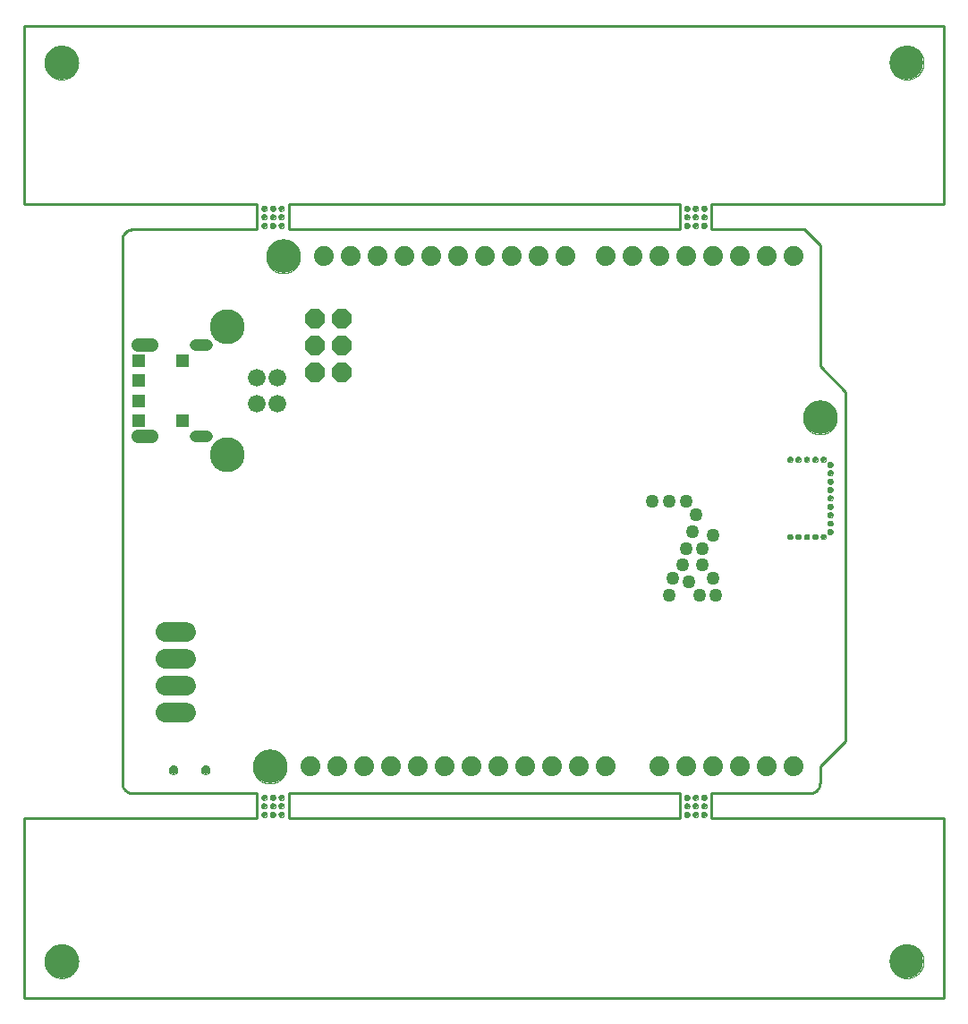
<source format=gbs>
G75*
%MOIN*%
%OFA0B0*%
%FSLAX25Y25*%
%IPPOS*%
%LPD*%
%AMOC8*
5,1,8,0,0,1.08239X$1,22.5*
%
%ADD10C,0.00000*%
%ADD11C,0.12598*%
%ADD12C,0.01000*%
%ADD13C,0.01969*%
%ADD14OC8,0.07400*%
%ADD15C,0.07400*%
%ADD16C,0.06600*%
%ADD17C,0.13000*%
%ADD18C,0.04331*%
%ADD19C,0.05118*%
%ADD20C,0.07400*%
%ADD21R,0.05118X0.05118*%
%ADD22C,0.03200*%
%ADD23C,0.05000*%
D10*
X0008981Y0015280D02*
X0008983Y0015438D01*
X0008989Y0015596D01*
X0008999Y0015754D01*
X0009013Y0015912D01*
X0009031Y0016069D01*
X0009052Y0016226D01*
X0009078Y0016382D01*
X0009108Y0016538D01*
X0009141Y0016693D01*
X0009179Y0016846D01*
X0009220Y0016999D01*
X0009265Y0017151D01*
X0009314Y0017302D01*
X0009367Y0017451D01*
X0009423Y0017599D01*
X0009483Y0017745D01*
X0009547Y0017890D01*
X0009615Y0018033D01*
X0009686Y0018175D01*
X0009760Y0018315D01*
X0009838Y0018452D01*
X0009920Y0018588D01*
X0010004Y0018722D01*
X0010093Y0018853D01*
X0010184Y0018982D01*
X0010279Y0019109D01*
X0010376Y0019234D01*
X0010477Y0019356D01*
X0010581Y0019475D01*
X0010688Y0019592D01*
X0010798Y0019706D01*
X0010911Y0019817D01*
X0011026Y0019926D01*
X0011144Y0020031D01*
X0011265Y0020133D01*
X0011388Y0020233D01*
X0011514Y0020329D01*
X0011642Y0020422D01*
X0011772Y0020512D01*
X0011905Y0020598D01*
X0012040Y0020682D01*
X0012176Y0020761D01*
X0012315Y0020838D01*
X0012456Y0020910D01*
X0012598Y0020980D01*
X0012742Y0021045D01*
X0012888Y0021107D01*
X0013035Y0021165D01*
X0013184Y0021220D01*
X0013334Y0021271D01*
X0013485Y0021318D01*
X0013637Y0021361D01*
X0013790Y0021400D01*
X0013945Y0021436D01*
X0014100Y0021467D01*
X0014256Y0021495D01*
X0014412Y0021519D01*
X0014569Y0021539D01*
X0014727Y0021555D01*
X0014884Y0021567D01*
X0015043Y0021575D01*
X0015201Y0021579D01*
X0015359Y0021579D01*
X0015517Y0021575D01*
X0015676Y0021567D01*
X0015833Y0021555D01*
X0015991Y0021539D01*
X0016148Y0021519D01*
X0016304Y0021495D01*
X0016460Y0021467D01*
X0016615Y0021436D01*
X0016770Y0021400D01*
X0016923Y0021361D01*
X0017075Y0021318D01*
X0017226Y0021271D01*
X0017376Y0021220D01*
X0017525Y0021165D01*
X0017672Y0021107D01*
X0017818Y0021045D01*
X0017962Y0020980D01*
X0018104Y0020910D01*
X0018245Y0020838D01*
X0018384Y0020761D01*
X0018520Y0020682D01*
X0018655Y0020598D01*
X0018788Y0020512D01*
X0018918Y0020422D01*
X0019046Y0020329D01*
X0019172Y0020233D01*
X0019295Y0020133D01*
X0019416Y0020031D01*
X0019534Y0019926D01*
X0019649Y0019817D01*
X0019762Y0019706D01*
X0019872Y0019592D01*
X0019979Y0019475D01*
X0020083Y0019356D01*
X0020184Y0019234D01*
X0020281Y0019109D01*
X0020376Y0018982D01*
X0020467Y0018853D01*
X0020556Y0018722D01*
X0020640Y0018588D01*
X0020722Y0018452D01*
X0020800Y0018315D01*
X0020874Y0018175D01*
X0020945Y0018033D01*
X0021013Y0017890D01*
X0021077Y0017745D01*
X0021137Y0017599D01*
X0021193Y0017451D01*
X0021246Y0017302D01*
X0021295Y0017151D01*
X0021340Y0016999D01*
X0021381Y0016846D01*
X0021419Y0016693D01*
X0021452Y0016538D01*
X0021482Y0016382D01*
X0021508Y0016226D01*
X0021529Y0016069D01*
X0021547Y0015912D01*
X0021561Y0015754D01*
X0021571Y0015596D01*
X0021577Y0015438D01*
X0021579Y0015280D01*
X0021577Y0015122D01*
X0021571Y0014964D01*
X0021561Y0014806D01*
X0021547Y0014648D01*
X0021529Y0014491D01*
X0021508Y0014334D01*
X0021482Y0014178D01*
X0021452Y0014022D01*
X0021419Y0013867D01*
X0021381Y0013714D01*
X0021340Y0013561D01*
X0021295Y0013409D01*
X0021246Y0013258D01*
X0021193Y0013109D01*
X0021137Y0012961D01*
X0021077Y0012815D01*
X0021013Y0012670D01*
X0020945Y0012527D01*
X0020874Y0012385D01*
X0020800Y0012245D01*
X0020722Y0012108D01*
X0020640Y0011972D01*
X0020556Y0011838D01*
X0020467Y0011707D01*
X0020376Y0011578D01*
X0020281Y0011451D01*
X0020184Y0011326D01*
X0020083Y0011204D01*
X0019979Y0011085D01*
X0019872Y0010968D01*
X0019762Y0010854D01*
X0019649Y0010743D01*
X0019534Y0010634D01*
X0019416Y0010529D01*
X0019295Y0010427D01*
X0019172Y0010327D01*
X0019046Y0010231D01*
X0018918Y0010138D01*
X0018788Y0010048D01*
X0018655Y0009962D01*
X0018520Y0009878D01*
X0018384Y0009799D01*
X0018245Y0009722D01*
X0018104Y0009650D01*
X0017962Y0009580D01*
X0017818Y0009515D01*
X0017672Y0009453D01*
X0017525Y0009395D01*
X0017376Y0009340D01*
X0017226Y0009289D01*
X0017075Y0009242D01*
X0016923Y0009199D01*
X0016770Y0009160D01*
X0016615Y0009124D01*
X0016460Y0009093D01*
X0016304Y0009065D01*
X0016148Y0009041D01*
X0015991Y0009021D01*
X0015833Y0009005D01*
X0015676Y0008993D01*
X0015517Y0008985D01*
X0015359Y0008981D01*
X0015201Y0008981D01*
X0015043Y0008985D01*
X0014884Y0008993D01*
X0014727Y0009005D01*
X0014569Y0009021D01*
X0014412Y0009041D01*
X0014256Y0009065D01*
X0014100Y0009093D01*
X0013945Y0009124D01*
X0013790Y0009160D01*
X0013637Y0009199D01*
X0013485Y0009242D01*
X0013334Y0009289D01*
X0013184Y0009340D01*
X0013035Y0009395D01*
X0012888Y0009453D01*
X0012742Y0009515D01*
X0012598Y0009580D01*
X0012456Y0009650D01*
X0012315Y0009722D01*
X0012176Y0009799D01*
X0012040Y0009878D01*
X0011905Y0009962D01*
X0011772Y0010048D01*
X0011642Y0010138D01*
X0011514Y0010231D01*
X0011388Y0010327D01*
X0011265Y0010427D01*
X0011144Y0010529D01*
X0011026Y0010634D01*
X0010911Y0010743D01*
X0010798Y0010854D01*
X0010688Y0010968D01*
X0010581Y0011085D01*
X0010477Y0011204D01*
X0010376Y0011326D01*
X0010279Y0011451D01*
X0010184Y0011578D01*
X0010093Y0011707D01*
X0010004Y0011838D01*
X0009920Y0011972D01*
X0009838Y0012108D01*
X0009760Y0012245D01*
X0009686Y0012385D01*
X0009615Y0012527D01*
X0009547Y0012670D01*
X0009483Y0012815D01*
X0009423Y0012961D01*
X0009367Y0013109D01*
X0009314Y0013258D01*
X0009265Y0013409D01*
X0009220Y0013561D01*
X0009179Y0013714D01*
X0009141Y0013867D01*
X0009108Y0014022D01*
X0009078Y0014178D01*
X0009052Y0014334D01*
X0009031Y0014491D01*
X0009013Y0014648D01*
X0008999Y0014806D01*
X0008989Y0014964D01*
X0008983Y0015122D01*
X0008981Y0015280D01*
X0055317Y0086530D02*
X0055319Y0086610D01*
X0055325Y0086689D01*
X0055335Y0086768D01*
X0055349Y0086847D01*
X0055366Y0086925D01*
X0055388Y0087002D01*
X0055413Y0087077D01*
X0055443Y0087151D01*
X0055475Y0087224D01*
X0055512Y0087295D01*
X0055552Y0087364D01*
X0055595Y0087431D01*
X0055642Y0087496D01*
X0055691Y0087558D01*
X0055744Y0087618D01*
X0055800Y0087675D01*
X0055858Y0087730D01*
X0055919Y0087781D01*
X0055983Y0087829D01*
X0056049Y0087874D01*
X0056117Y0087916D01*
X0056187Y0087954D01*
X0056259Y0087988D01*
X0056332Y0088019D01*
X0056407Y0088047D01*
X0056484Y0088070D01*
X0056561Y0088090D01*
X0056639Y0088106D01*
X0056718Y0088118D01*
X0056797Y0088126D01*
X0056877Y0088130D01*
X0056957Y0088130D01*
X0057037Y0088126D01*
X0057116Y0088118D01*
X0057195Y0088106D01*
X0057273Y0088090D01*
X0057350Y0088070D01*
X0057427Y0088047D01*
X0057502Y0088019D01*
X0057575Y0087988D01*
X0057647Y0087954D01*
X0057717Y0087916D01*
X0057785Y0087874D01*
X0057851Y0087829D01*
X0057915Y0087781D01*
X0057976Y0087730D01*
X0058034Y0087675D01*
X0058090Y0087618D01*
X0058143Y0087558D01*
X0058192Y0087496D01*
X0058239Y0087431D01*
X0058282Y0087364D01*
X0058322Y0087295D01*
X0058359Y0087224D01*
X0058391Y0087151D01*
X0058421Y0087077D01*
X0058446Y0087002D01*
X0058468Y0086925D01*
X0058485Y0086847D01*
X0058499Y0086768D01*
X0058509Y0086689D01*
X0058515Y0086610D01*
X0058517Y0086530D01*
X0058515Y0086450D01*
X0058509Y0086371D01*
X0058499Y0086292D01*
X0058485Y0086213D01*
X0058468Y0086135D01*
X0058446Y0086058D01*
X0058421Y0085983D01*
X0058391Y0085909D01*
X0058359Y0085836D01*
X0058322Y0085765D01*
X0058282Y0085696D01*
X0058239Y0085629D01*
X0058192Y0085564D01*
X0058143Y0085502D01*
X0058090Y0085442D01*
X0058034Y0085385D01*
X0057976Y0085330D01*
X0057915Y0085279D01*
X0057851Y0085231D01*
X0057785Y0085186D01*
X0057717Y0085144D01*
X0057647Y0085106D01*
X0057575Y0085072D01*
X0057502Y0085041D01*
X0057427Y0085013D01*
X0057350Y0084990D01*
X0057273Y0084970D01*
X0057195Y0084954D01*
X0057116Y0084942D01*
X0057037Y0084934D01*
X0056957Y0084930D01*
X0056877Y0084930D01*
X0056797Y0084934D01*
X0056718Y0084942D01*
X0056639Y0084954D01*
X0056561Y0084970D01*
X0056484Y0084990D01*
X0056407Y0085013D01*
X0056332Y0085041D01*
X0056259Y0085072D01*
X0056187Y0085106D01*
X0056117Y0085144D01*
X0056049Y0085186D01*
X0055983Y0085231D01*
X0055919Y0085279D01*
X0055858Y0085330D01*
X0055800Y0085385D01*
X0055744Y0085442D01*
X0055691Y0085502D01*
X0055642Y0085564D01*
X0055595Y0085629D01*
X0055552Y0085696D01*
X0055512Y0085765D01*
X0055475Y0085836D01*
X0055443Y0085909D01*
X0055413Y0085983D01*
X0055388Y0086058D01*
X0055366Y0086135D01*
X0055349Y0086213D01*
X0055335Y0086292D01*
X0055325Y0086371D01*
X0055319Y0086450D01*
X0055317Y0086530D01*
X0067317Y0086530D02*
X0067319Y0086610D01*
X0067325Y0086689D01*
X0067335Y0086768D01*
X0067349Y0086847D01*
X0067366Y0086925D01*
X0067388Y0087002D01*
X0067413Y0087077D01*
X0067443Y0087151D01*
X0067475Y0087224D01*
X0067512Y0087295D01*
X0067552Y0087364D01*
X0067595Y0087431D01*
X0067642Y0087496D01*
X0067691Y0087558D01*
X0067744Y0087618D01*
X0067800Y0087675D01*
X0067858Y0087730D01*
X0067919Y0087781D01*
X0067983Y0087829D01*
X0068049Y0087874D01*
X0068117Y0087916D01*
X0068187Y0087954D01*
X0068259Y0087988D01*
X0068332Y0088019D01*
X0068407Y0088047D01*
X0068484Y0088070D01*
X0068561Y0088090D01*
X0068639Y0088106D01*
X0068718Y0088118D01*
X0068797Y0088126D01*
X0068877Y0088130D01*
X0068957Y0088130D01*
X0069037Y0088126D01*
X0069116Y0088118D01*
X0069195Y0088106D01*
X0069273Y0088090D01*
X0069350Y0088070D01*
X0069427Y0088047D01*
X0069502Y0088019D01*
X0069575Y0087988D01*
X0069647Y0087954D01*
X0069717Y0087916D01*
X0069785Y0087874D01*
X0069851Y0087829D01*
X0069915Y0087781D01*
X0069976Y0087730D01*
X0070034Y0087675D01*
X0070090Y0087618D01*
X0070143Y0087558D01*
X0070192Y0087496D01*
X0070239Y0087431D01*
X0070282Y0087364D01*
X0070322Y0087295D01*
X0070359Y0087224D01*
X0070391Y0087151D01*
X0070421Y0087077D01*
X0070446Y0087002D01*
X0070468Y0086925D01*
X0070485Y0086847D01*
X0070499Y0086768D01*
X0070509Y0086689D01*
X0070515Y0086610D01*
X0070517Y0086530D01*
X0070515Y0086450D01*
X0070509Y0086371D01*
X0070499Y0086292D01*
X0070485Y0086213D01*
X0070468Y0086135D01*
X0070446Y0086058D01*
X0070421Y0085983D01*
X0070391Y0085909D01*
X0070359Y0085836D01*
X0070322Y0085765D01*
X0070282Y0085696D01*
X0070239Y0085629D01*
X0070192Y0085564D01*
X0070143Y0085502D01*
X0070090Y0085442D01*
X0070034Y0085385D01*
X0069976Y0085330D01*
X0069915Y0085279D01*
X0069851Y0085231D01*
X0069785Y0085186D01*
X0069717Y0085144D01*
X0069647Y0085106D01*
X0069575Y0085072D01*
X0069502Y0085041D01*
X0069427Y0085013D01*
X0069350Y0084990D01*
X0069273Y0084970D01*
X0069195Y0084954D01*
X0069116Y0084942D01*
X0069037Y0084934D01*
X0068957Y0084930D01*
X0068877Y0084930D01*
X0068797Y0084934D01*
X0068718Y0084942D01*
X0068639Y0084954D01*
X0068561Y0084970D01*
X0068484Y0084990D01*
X0068407Y0085013D01*
X0068332Y0085041D01*
X0068259Y0085072D01*
X0068187Y0085106D01*
X0068117Y0085144D01*
X0068049Y0085186D01*
X0067983Y0085231D01*
X0067919Y0085279D01*
X0067858Y0085330D01*
X0067800Y0085385D01*
X0067744Y0085442D01*
X0067691Y0085502D01*
X0067642Y0085564D01*
X0067595Y0085629D01*
X0067552Y0085696D01*
X0067512Y0085765D01*
X0067475Y0085836D01*
X0067443Y0085909D01*
X0067413Y0085983D01*
X0067388Y0086058D01*
X0067366Y0086135D01*
X0067349Y0086213D01*
X0067335Y0086292D01*
X0067325Y0086371D01*
X0067319Y0086450D01*
X0067317Y0086530D01*
X0086618Y0087780D02*
X0086620Y0087938D01*
X0086626Y0088096D01*
X0086636Y0088254D01*
X0086650Y0088412D01*
X0086668Y0088569D01*
X0086689Y0088726D01*
X0086715Y0088882D01*
X0086745Y0089038D01*
X0086778Y0089193D01*
X0086816Y0089346D01*
X0086857Y0089499D01*
X0086902Y0089651D01*
X0086951Y0089802D01*
X0087004Y0089951D01*
X0087060Y0090099D01*
X0087120Y0090245D01*
X0087184Y0090390D01*
X0087252Y0090533D01*
X0087323Y0090675D01*
X0087397Y0090815D01*
X0087475Y0090952D01*
X0087557Y0091088D01*
X0087641Y0091222D01*
X0087730Y0091353D01*
X0087821Y0091482D01*
X0087916Y0091609D01*
X0088013Y0091734D01*
X0088114Y0091856D01*
X0088218Y0091975D01*
X0088325Y0092092D01*
X0088435Y0092206D01*
X0088548Y0092317D01*
X0088663Y0092426D01*
X0088781Y0092531D01*
X0088902Y0092633D01*
X0089025Y0092733D01*
X0089151Y0092829D01*
X0089279Y0092922D01*
X0089409Y0093012D01*
X0089542Y0093098D01*
X0089677Y0093182D01*
X0089813Y0093261D01*
X0089952Y0093338D01*
X0090093Y0093410D01*
X0090235Y0093480D01*
X0090379Y0093545D01*
X0090525Y0093607D01*
X0090672Y0093665D01*
X0090821Y0093720D01*
X0090971Y0093771D01*
X0091122Y0093818D01*
X0091274Y0093861D01*
X0091427Y0093900D01*
X0091582Y0093936D01*
X0091737Y0093967D01*
X0091893Y0093995D01*
X0092049Y0094019D01*
X0092206Y0094039D01*
X0092364Y0094055D01*
X0092521Y0094067D01*
X0092680Y0094075D01*
X0092838Y0094079D01*
X0092996Y0094079D01*
X0093154Y0094075D01*
X0093313Y0094067D01*
X0093470Y0094055D01*
X0093628Y0094039D01*
X0093785Y0094019D01*
X0093941Y0093995D01*
X0094097Y0093967D01*
X0094252Y0093936D01*
X0094407Y0093900D01*
X0094560Y0093861D01*
X0094712Y0093818D01*
X0094863Y0093771D01*
X0095013Y0093720D01*
X0095162Y0093665D01*
X0095309Y0093607D01*
X0095455Y0093545D01*
X0095599Y0093480D01*
X0095741Y0093410D01*
X0095882Y0093338D01*
X0096021Y0093261D01*
X0096157Y0093182D01*
X0096292Y0093098D01*
X0096425Y0093012D01*
X0096555Y0092922D01*
X0096683Y0092829D01*
X0096809Y0092733D01*
X0096932Y0092633D01*
X0097053Y0092531D01*
X0097171Y0092426D01*
X0097286Y0092317D01*
X0097399Y0092206D01*
X0097509Y0092092D01*
X0097616Y0091975D01*
X0097720Y0091856D01*
X0097821Y0091734D01*
X0097918Y0091609D01*
X0098013Y0091482D01*
X0098104Y0091353D01*
X0098193Y0091222D01*
X0098277Y0091088D01*
X0098359Y0090952D01*
X0098437Y0090815D01*
X0098511Y0090675D01*
X0098582Y0090533D01*
X0098650Y0090390D01*
X0098714Y0090245D01*
X0098774Y0090099D01*
X0098830Y0089951D01*
X0098883Y0089802D01*
X0098932Y0089651D01*
X0098977Y0089499D01*
X0099018Y0089346D01*
X0099056Y0089193D01*
X0099089Y0089038D01*
X0099119Y0088882D01*
X0099145Y0088726D01*
X0099166Y0088569D01*
X0099184Y0088412D01*
X0099198Y0088254D01*
X0099208Y0088096D01*
X0099214Y0087938D01*
X0099216Y0087780D01*
X0099214Y0087622D01*
X0099208Y0087464D01*
X0099198Y0087306D01*
X0099184Y0087148D01*
X0099166Y0086991D01*
X0099145Y0086834D01*
X0099119Y0086678D01*
X0099089Y0086522D01*
X0099056Y0086367D01*
X0099018Y0086214D01*
X0098977Y0086061D01*
X0098932Y0085909D01*
X0098883Y0085758D01*
X0098830Y0085609D01*
X0098774Y0085461D01*
X0098714Y0085315D01*
X0098650Y0085170D01*
X0098582Y0085027D01*
X0098511Y0084885D01*
X0098437Y0084745D01*
X0098359Y0084608D01*
X0098277Y0084472D01*
X0098193Y0084338D01*
X0098104Y0084207D01*
X0098013Y0084078D01*
X0097918Y0083951D01*
X0097821Y0083826D01*
X0097720Y0083704D01*
X0097616Y0083585D01*
X0097509Y0083468D01*
X0097399Y0083354D01*
X0097286Y0083243D01*
X0097171Y0083134D01*
X0097053Y0083029D01*
X0096932Y0082927D01*
X0096809Y0082827D01*
X0096683Y0082731D01*
X0096555Y0082638D01*
X0096425Y0082548D01*
X0096292Y0082462D01*
X0096157Y0082378D01*
X0096021Y0082299D01*
X0095882Y0082222D01*
X0095741Y0082150D01*
X0095599Y0082080D01*
X0095455Y0082015D01*
X0095309Y0081953D01*
X0095162Y0081895D01*
X0095013Y0081840D01*
X0094863Y0081789D01*
X0094712Y0081742D01*
X0094560Y0081699D01*
X0094407Y0081660D01*
X0094252Y0081624D01*
X0094097Y0081593D01*
X0093941Y0081565D01*
X0093785Y0081541D01*
X0093628Y0081521D01*
X0093470Y0081505D01*
X0093313Y0081493D01*
X0093154Y0081485D01*
X0092996Y0081481D01*
X0092838Y0081481D01*
X0092680Y0081485D01*
X0092521Y0081493D01*
X0092364Y0081505D01*
X0092206Y0081521D01*
X0092049Y0081541D01*
X0091893Y0081565D01*
X0091737Y0081593D01*
X0091582Y0081624D01*
X0091427Y0081660D01*
X0091274Y0081699D01*
X0091122Y0081742D01*
X0090971Y0081789D01*
X0090821Y0081840D01*
X0090672Y0081895D01*
X0090525Y0081953D01*
X0090379Y0082015D01*
X0090235Y0082080D01*
X0090093Y0082150D01*
X0089952Y0082222D01*
X0089813Y0082299D01*
X0089677Y0082378D01*
X0089542Y0082462D01*
X0089409Y0082548D01*
X0089279Y0082638D01*
X0089151Y0082731D01*
X0089025Y0082827D01*
X0088902Y0082927D01*
X0088781Y0083029D01*
X0088663Y0083134D01*
X0088548Y0083243D01*
X0088435Y0083354D01*
X0088325Y0083468D01*
X0088218Y0083585D01*
X0088114Y0083704D01*
X0088013Y0083826D01*
X0087916Y0083951D01*
X0087821Y0084078D01*
X0087730Y0084207D01*
X0087641Y0084338D01*
X0087557Y0084472D01*
X0087475Y0084608D01*
X0087397Y0084745D01*
X0087323Y0084885D01*
X0087252Y0085027D01*
X0087184Y0085170D01*
X0087120Y0085315D01*
X0087060Y0085461D01*
X0087004Y0085609D01*
X0086951Y0085758D01*
X0086902Y0085909D01*
X0086857Y0086061D01*
X0086816Y0086214D01*
X0086778Y0086367D01*
X0086745Y0086522D01*
X0086715Y0086678D01*
X0086689Y0086834D01*
X0086668Y0086991D01*
X0086650Y0087148D01*
X0086636Y0087306D01*
X0086626Y0087464D01*
X0086620Y0087622D01*
X0086618Y0087780D01*
X0089837Y0076303D02*
X0089839Y0076365D01*
X0089845Y0076428D01*
X0089855Y0076489D01*
X0089869Y0076550D01*
X0089886Y0076610D01*
X0089907Y0076669D01*
X0089933Y0076726D01*
X0089961Y0076781D01*
X0089993Y0076835D01*
X0090029Y0076886D01*
X0090067Y0076936D01*
X0090109Y0076982D01*
X0090153Y0077026D01*
X0090201Y0077067D01*
X0090250Y0077105D01*
X0090302Y0077139D01*
X0090356Y0077170D01*
X0090412Y0077198D01*
X0090470Y0077222D01*
X0090529Y0077243D01*
X0090589Y0077259D01*
X0090650Y0077272D01*
X0090712Y0077281D01*
X0090774Y0077286D01*
X0090837Y0077287D01*
X0090899Y0077284D01*
X0090961Y0077277D01*
X0091023Y0077266D01*
X0091083Y0077251D01*
X0091143Y0077233D01*
X0091201Y0077211D01*
X0091258Y0077185D01*
X0091313Y0077155D01*
X0091366Y0077122D01*
X0091417Y0077086D01*
X0091465Y0077047D01*
X0091511Y0077004D01*
X0091554Y0076959D01*
X0091594Y0076911D01*
X0091631Y0076861D01*
X0091665Y0076808D01*
X0091696Y0076754D01*
X0091722Y0076698D01*
X0091746Y0076640D01*
X0091765Y0076580D01*
X0091781Y0076520D01*
X0091793Y0076458D01*
X0091801Y0076397D01*
X0091805Y0076334D01*
X0091805Y0076272D01*
X0091801Y0076209D01*
X0091793Y0076148D01*
X0091781Y0076086D01*
X0091765Y0076026D01*
X0091746Y0075966D01*
X0091722Y0075908D01*
X0091696Y0075852D01*
X0091665Y0075798D01*
X0091631Y0075745D01*
X0091594Y0075695D01*
X0091554Y0075647D01*
X0091511Y0075602D01*
X0091465Y0075559D01*
X0091417Y0075520D01*
X0091366Y0075484D01*
X0091313Y0075451D01*
X0091258Y0075421D01*
X0091201Y0075395D01*
X0091143Y0075373D01*
X0091083Y0075355D01*
X0091023Y0075340D01*
X0090961Y0075329D01*
X0090899Y0075322D01*
X0090837Y0075319D01*
X0090774Y0075320D01*
X0090712Y0075325D01*
X0090650Y0075334D01*
X0090589Y0075347D01*
X0090529Y0075363D01*
X0090470Y0075384D01*
X0090412Y0075408D01*
X0090356Y0075436D01*
X0090302Y0075467D01*
X0090250Y0075501D01*
X0090201Y0075539D01*
X0090153Y0075580D01*
X0090109Y0075624D01*
X0090067Y0075670D01*
X0090029Y0075720D01*
X0089993Y0075771D01*
X0089961Y0075825D01*
X0089933Y0075880D01*
X0089907Y0075937D01*
X0089886Y0075996D01*
X0089869Y0076056D01*
X0089855Y0076117D01*
X0089845Y0076178D01*
X0089839Y0076241D01*
X0089837Y0076303D01*
X0089837Y0073104D02*
X0089839Y0073166D01*
X0089845Y0073229D01*
X0089855Y0073290D01*
X0089869Y0073351D01*
X0089886Y0073411D01*
X0089907Y0073470D01*
X0089933Y0073527D01*
X0089961Y0073582D01*
X0089993Y0073636D01*
X0090029Y0073687D01*
X0090067Y0073737D01*
X0090109Y0073783D01*
X0090153Y0073827D01*
X0090201Y0073868D01*
X0090250Y0073906D01*
X0090302Y0073940D01*
X0090356Y0073971D01*
X0090412Y0073999D01*
X0090470Y0074023D01*
X0090529Y0074044D01*
X0090589Y0074060D01*
X0090650Y0074073D01*
X0090712Y0074082D01*
X0090774Y0074087D01*
X0090837Y0074088D01*
X0090899Y0074085D01*
X0090961Y0074078D01*
X0091023Y0074067D01*
X0091083Y0074052D01*
X0091143Y0074034D01*
X0091201Y0074012D01*
X0091258Y0073986D01*
X0091313Y0073956D01*
X0091366Y0073923D01*
X0091417Y0073887D01*
X0091465Y0073848D01*
X0091511Y0073805D01*
X0091554Y0073760D01*
X0091594Y0073712D01*
X0091631Y0073662D01*
X0091665Y0073609D01*
X0091696Y0073555D01*
X0091722Y0073499D01*
X0091746Y0073441D01*
X0091765Y0073381D01*
X0091781Y0073321D01*
X0091793Y0073259D01*
X0091801Y0073198D01*
X0091805Y0073135D01*
X0091805Y0073073D01*
X0091801Y0073010D01*
X0091793Y0072949D01*
X0091781Y0072887D01*
X0091765Y0072827D01*
X0091746Y0072767D01*
X0091722Y0072709D01*
X0091696Y0072653D01*
X0091665Y0072599D01*
X0091631Y0072546D01*
X0091594Y0072496D01*
X0091554Y0072448D01*
X0091511Y0072403D01*
X0091465Y0072360D01*
X0091417Y0072321D01*
X0091366Y0072285D01*
X0091313Y0072252D01*
X0091258Y0072222D01*
X0091201Y0072196D01*
X0091143Y0072174D01*
X0091083Y0072156D01*
X0091023Y0072141D01*
X0090961Y0072130D01*
X0090899Y0072123D01*
X0090837Y0072120D01*
X0090774Y0072121D01*
X0090712Y0072126D01*
X0090650Y0072135D01*
X0090589Y0072148D01*
X0090529Y0072164D01*
X0090470Y0072185D01*
X0090412Y0072209D01*
X0090356Y0072237D01*
X0090302Y0072268D01*
X0090250Y0072302D01*
X0090201Y0072340D01*
X0090153Y0072381D01*
X0090109Y0072425D01*
X0090067Y0072471D01*
X0090029Y0072521D01*
X0089993Y0072572D01*
X0089961Y0072626D01*
X0089933Y0072681D01*
X0089907Y0072738D01*
X0089886Y0072797D01*
X0089869Y0072857D01*
X0089855Y0072918D01*
X0089845Y0072979D01*
X0089839Y0073042D01*
X0089837Y0073104D01*
X0089837Y0069906D02*
X0089839Y0069968D01*
X0089845Y0070031D01*
X0089855Y0070092D01*
X0089869Y0070153D01*
X0089886Y0070213D01*
X0089907Y0070272D01*
X0089933Y0070329D01*
X0089961Y0070384D01*
X0089993Y0070438D01*
X0090029Y0070489D01*
X0090067Y0070539D01*
X0090109Y0070585D01*
X0090153Y0070629D01*
X0090201Y0070670D01*
X0090250Y0070708D01*
X0090302Y0070742D01*
X0090356Y0070773D01*
X0090412Y0070801D01*
X0090470Y0070825D01*
X0090529Y0070846D01*
X0090589Y0070862D01*
X0090650Y0070875D01*
X0090712Y0070884D01*
X0090774Y0070889D01*
X0090837Y0070890D01*
X0090899Y0070887D01*
X0090961Y0070880D01*
X0091023Y0070869D01*
X0091083Y0070854D01*
X0091143Y0070836D01*
X0091201Y0070814D01*
X0091258Y0070788D01*
X0091313Y0070758D01*
X0091366Y0070725D01*
X0091417Y0070689D01*
X0091465Y0070650D01*
X0091511Y0070607D01*
X0091554Y0070562D01*
X0091594Y0070514D01*
X0091631Y0070464D01*
X0091665Y0070411D01*
X0091696Y0070357D01*
X0091722Y0070301D01*
X0091746Y0070243D01*
X0091765Y0070183D01*
X0091781Y0070123D01*
X0091793Y0070061D01*
X0091801Y0070000D01*
X0091805Y0069937D01*
X0091805Y0069875D01*
X0091801Y0069812D01*
X0091793Y0069751D01*
X0091781Y0069689D01*
X0091765Y0069629D01*
X0091746Y0069569D01*
X0091722Y0069511D01*
X0091696Y0069455D01*
X0091665Y0069401D01*
X0091631Y0069348D01*
X0091594Y0069298D01*
X0091554Y0069250D01*
X0091511Y0069205D01*
X0091465Y0069162D01*
X0091417Y0069123D01*
X0091366Y0069087D01*
X0091313Y0069054D01*
X0091258Y0069024D01*
X0091201Y0068998D01*
X0091143Y0068976D01*
X0091083Y0068958D01*
X0091023Y0068943D01*
X0090961Y0068932D01*
X0090899Y0068925D01*
X0090837Y0068922D01*
X0090774Y0068923D01*
X0090712Y0068928D01*
X0090650Y0068937D01*
X0090589Y0068950D01*
X0090529Y0068966D01*
X0090470Y0068987D01*
X0090412Y0069011D01*
X0090356Y0069039D01*
X0090302Y0069070D01*
X0090250Y0069104D01*
X0090201Y0069142D01*
X0090153Y0069183D01*
X0090109Y0069227D01*
X0090067Y0069273D01*
X0090029Y0069323D01*
X0089993Y0069374D01*
X0089961Y0069428D01*
X0089933Y0069483D01*
X0089907Y0069540D01*
X0089886Y0069599D01*
X0089869Y0069659D01*
X0089855Y0069720D01*
X0089845Y0069781D01*
X0089839Y0069844D01*
X0089837Y0069906D01*
X0093036Y0069906D02*
X0093038Y0069968D01*
X0093044Y0070031D01*
X0093054Y0070092D01*
X0093068Y0070153D01*
X0093085Y0070213D01*
X0093106Y0070272D01*
X0093132Y0070329D01*
X0093160Y0070384D01*
X0093192Y0070438D01*
X0093228Y0070489D01*
X0093266Y0070539D01*
X0093308Y0070585D01*
X0093352Y0070629D01*
X0093400Y0070670D01*
X0093449Y0070708D01*
X0093501Y0070742D01*
X0093555Y0070773D01*
X0093611Y0070801D01*
X0093669Y0070825D01*
X0093728Y0070846D01*
X0093788Y0070862D01*
X0093849Y0070875D01*
X0093911Y0070884D01*
X0093973Y0070889D01*
X0094036Y0070890D01*
X0094098Y0070887D01*
X0094160Y0070880D01*
X0094222Y0070869D01*
X0094282Y0070854D01*
X0094342Y0070836D01*
X0094400Y0070814D01*
X0094457Y0070788D01*
X0094512Y0070758D01*
X0094565Y0070725D01*
X0094616Y0070689D01*
X0094664Y0070650D01*
X0094710Y0070607D01*
X0094753Y0070562D01*
X0094793Y0070514D01*
X0094830Y0070464D01*
X0094864Y0070411D01*
X0094895Y0070357D01*
X0094921Y0070301D01*
X0094945Y0070243D01*
X0094964Y0070183D01*
X0094980Y0070123D01*
X0094992Y0070061D01*
X0095000Y0070000D01*
X0095004Y0069937D01*
X0095004Y0069875D01*
X0095000Y0069812D01*
X0094992Y0069751D01*
X0094980Y0069689D01*
X0094964Y0069629D01*
X0094945Y0069569D01*
X0094921Y0069511D01*
X0094895Y0069455D01*
X0094864Y0069401D01*
X0094830Y0069348D01*
X0094793Y0069298D01*
X0094753Y0069250D01*
X0094710Y0069205D01*
X0094664Y0069162D01*
X0094616Y0069123D01*
X0094565Y0069087D01*
X0094512Y0069054D01*
X0094457Y0069024D01*
X0094400Y0068998D01*
X0094342Y0068976D01*
X0094282Y0068958D01*
X0094222Y0068943D01*
X0094160Y0068932D01*
X0094098Y0068925D01*
X0094036Y0068922D01*
X0093973Y0068923D01*
X0093911Y0068928D01*
X0093849Y0068937D01*
X0093788Y0068950D01*
X0093728Y0068966D01*
X0093669Y0068987D01*
X0093611Y0069011D01*
X0093555Y0069039D01*
X0093501Y0069070D01*
X0093449Y0069104D01*
X0093400Y0069142D01*
X0093352Y0069183D01*
X0093308Y0069227D01*
X0093266Y0069273D01*
X0093228Y0069323D01*
X0093192Y0069374D01*
X0093160Y0069428D01*
X0093132Y0069483D01*
X0093106Y0069540D01*
X0093085Y0069599D01*
X0093068Y0069659D01*
X0093054Y0069720D01*
X0093044Y0069781D01*
X0093038Y0069844D01*
X0093036Y0069906D01*
X0093036Y0073104D02*
X0093038Y0073166D01*
X0093044Y0073229D01*
X0093054Y0073290D01*
X0093068Y0073351D01*
X0093085Y0073411D01*
X0093106Y0073470D01*
X0093132Y0073527D01*
X0093160Y0073582D01*
X0093192Y0073636D01*
X0093228Y0073687D01*
X0093266Y0073737D01*
X0093308Y0073783D01*
X0093352Y0073827D01*
X0093400Y0073868D01*
X0093449Y0073906D01*
X0093501Y0073940D01*
X0093555Y0073971D01*
X0093611Y0073999D01*
X0093669Y0074023D01*
X0093728Y0074044D01*
X0093788Y0074060D01*
X0093849Y0074073D01*
X0093911Y0074082D01*
X0093973Y0074087D01*
X0094036Y0074088D01*
X0094098Y0074085D01*
X0094160Y0074078D01*
X0094222Y0074067D01*
X0094282Y0074052D01*
X0094342Y0074034D01*
X0094400Y0074012D01*
X0094457Y0073986D01*
X0094512Y0073956D01*
X0094565Y0073923D01*
X0094616Y0073887D01*
X0094664Y0073848D01*
X0094710Y0073805D01*
X0094753Y0073760D01*
X0094793Y0073712D01*
X0094830Y0073662D01*
X0094864Y0073609D01*
X0094895Y0073555D01*
X0094921Y0073499D01*
X0094945Y0073441D01*
X0094964Y0073381D01*
X0094980Y0073321D01*
X0094992Y0073259D01*
X0095000Y0073198D01*
X0095004Y0073135D01*
X0095004Y0073073D01*
X0095000Y0073010D01*
X0094992Y0072949D01*
X0094980Y0072887D01*
X0094964Y0072827D01*
X0094945Y0072767D01*
X0094921Y0072709D01*
X0094895Y0072653D01*
X0094864Y0072599D01*
X0094830Y0072546D01*
X0094793Y0072496D01*
X0094753Y0072448D01*
X0094710Y0072403D01*
X0094664Y0072360D01*
X0094616Y0072321D01*
X0094565Y0072285D01*
X0094512Y0072252D01*
X0094457Y0072222D01*
X0094400Y0072196D01*
X0094342Y0072174D01*
X0094282Y0072156D01*
X0094222Y0072141D01*
X0094160Y0072130D01*
X0094098Y0072123D01*
X0094036Y0072120D01*
X0093973Y0072121D01*
X0093911Y0072126D01*
X0093849Y0072135D01*
X0093788Y0072148D01*
X0093728Y0072164D01*
X0093669Y0072185D01*
X0093611Y0072209D01*
X0093555Y0072237D01*
X0093501Y0072268D01*
X0093449Y0072302D01*
X0093400Y0072340D01*
X0093352Y0072381D01*
X0093308Y0072425D01*
X0093266Y0072471D01*
X0093228Y0072521D01*
X0093192Y0072572D01*
X0093160Y0072626D01*
X0093132Y0072681D01*
X0093106Y0072738D01*
X0093085Y0072797D01*
X0093068Y0072857D01*
X0093054Y0072918D01*
X0093044Y0072979D01*
X0093038Y0073042D01*
X0093036Y0073104D01*
X0093036Y0076303D02*
X0093038Y0076365D01*
X0093044Y0076428D01*
X0093054Y0076489D01*
X0093068Y0076550D01*
X0093085Y0076610D01*
X0093106Y0076669D01*
X0093132Y0076726D01*
X0093160Y0076781D01*
X0093192Y0076835D01*
X0093228Y0076886D01*
X0093266Y0076936D01*
X0093308Y0076982D01*
X0093352Y0077026D01*
X0093400Y0077067D01*
X0093449Y0077105D01*
X0093501Y0077139D01*
X0093555Y0077170D01*
X0093611Y0077198D01*
X0093669Y0077222D01*
X0093728Y0077243D01*
X0093788Y0077259D01*
X0093849Y0077272D01*
X0093911Y0077281D01*
X0093973Y0077286D01*
X0094036Y0077287D01*
X0094098Y0077284D01*
X0094160Y0077277D01*
X0094222Y0077266D01*
X0094282Y0077251D01*
X0094342Y0077233D01*
X0094400Y0077211D01*
X0094457Y0077185D01*
X0094512Y0077155D01*
X0094565Y0077122D01*
X0094616Y0077086D01*
X0094664Y0077047D01*
X0094710Y0077004D01*
X0094753Y0076959D01*
X0094793Y0076911D01*
X0094830Y0076861D01*
X0094864Y0076808D01*
X0094895Y0076754D01*
X0094921Y0076698D01*
X0094945Y0076640D01*
X0094964Y0076580D01*
X0094980Y0076520D01*
X0094992Y0076458D01*
X0095000Y0076397D01*
X0095004Y0076334D01*
X0095004Y0076272D01*
X0095000Y0076209D01*
X0094992Y0076148D01*
X0094980Y0076086D01*
X0094964Y0076026D01*
X0094945Y0075966D01*
X0094921Y0075908D01*
X0094895Y0075852D01*
X0094864Y0075798D01*
X0094830Y0075745D01*
X0094793Y0075695D01*
X0094753Y0075647D01*
X0094710Y0075602D01*
X0094664Y0075559D01*
X0094616Y0075520D01*
X0094565Y0075484D01*
X0094512Y0075451D01*
X0094457Y0075421D01*
X0094400Y0075395D01*
X0094342Y0075373D01*
X0094282Y0075355D01*
X0094222Y0075340D01*
X0094160Y0075329D01*
X0094098Y0075322D01*
X0094036Y0075319D01*
X0093973Y0075320D01*
X0093911Y0075325D01*
X0093849Y0075334D01*
X0093788Y0075347D01*
X0093728Y0075363D01*
X0093669Y0075384D01*
X0093611Y0075408D01*
X0093555Y0075436D01*
X0093501Y0075467D01*
X0093449Y0075501D01*
X0093400Y0075539D01*
X0093352Y0075580D01*
X0093308Y0075624D01*
X0093266Y0075670D01*
X0093228Y0075720D01*
X0093192Y0075771D01*
X0093160Y0075825D01*
X0093132Y0075880D01*
X0093106Y0075937D01*
X0093085Y0075996D01*
X0093068Y0076056D01*
X0093054Y0076117D01*
X0093044Y0076178D01*
X0093038Y0076241D01*
X0093036Y0076303D01*
X0096235Y0076303D02*
X0096237Y0076365D01*
X0096243Y0076428D01*
X0096253Y0076489D01*
X0096267Y0076550D01*
X0096284Y0076610D01*
X0096305Y0076669D01*
X0096331Y0076726D01*
X0096359Y0076781D01*
X0096391Y0076835D01*
X0096427Y0076886D01*
X0096465Y0076936D01*
X0096507Y0076982D01*
X0096551Y0077026D01*
X0096599Y0077067D01*
X0096648Y0077105D01*
X0096700Y0077139D01*
X0096754Y0077170D01*
X0096810Y0077198D01*
X0096868Y0077222D01*
X0096927Y0077243D01*
X0096987Y0077259D01*
X0097048Y0077272D01*
X0097110Y0077281D01*
X0097172Y0077286D01*
X0097235Y0077287D01*
X0097297Y0077284D01*
X0097359Y0077277D01*
X0097421Y0077266D01*
X0097481Y0077251D01*
X0097541Y0077233D01*
X0097599Y0077211D01*
X0097656Y0077185D01*
X0097711Y0077155D01*
X0097764Y0077122D01*
X0097815Y0077086D01*
X0097863Y0077047D01*
X0097909Y0077004D01*
X0097952Y0076959D01*
X0097992Y0076911D01*
X0098029Y0076861D01*
X0098063Y0076808D01*
X0098094Y0076754D01*
X0098120Y0076698D01*
X0098144Y0076640D01*
X0098163Y0076580D01*
X0098179Y0076520D01*
X0098191Y0076458D01*
X0098199Y0076397D01*
X0098203Y0076334D01*
X0098203Y0076272D01*
X0098199Y0076209D01*
X0098191Y0076148D01*
X0098179Y0076086D01*
X0098163Y0076026D01*
X0098144Y0075966D01*
X0098120Y0075908D01*
X0098094Y0075852D01*
X0098063Y0075798D01*
X0098029Y0075745D01*
X0097992Y0075695D01*
X0097952Y0075647D01*
X0097909Y0075602D01*
X0097863Y0075559D01*
X0097815Y0075520D01*
X0097764Y0075484D01*
X0097711Y0075451D01*
X0097656Y0075421D01*
X0097599Y0075395D01*
X0097541Y0075373D01*
X0097481Y0075355D01*
X0097421Y0075340D01*
X0097359Y0075329D01*
X0097297Y0075322D01*
X0097235Y0075319D01*
X0097172Y0075320D01*
X0097110Y0075325D01*
X0097048Y0075334D01*
X0096987Y0075347D01*
X0096927Y0075363D01*
X0096868Y0075384D01*
X0096810Y0075408D01*
X0096754Y0075436D01*
X0096700Y0075467D01*
X0096648Y0075501D01*
X0096599Y0075539D01*
X0096551Y0075580D01*
X0096507Y0075624D01*
X0096465Y0075670D01*
X0096427Y0075720D01*
X0096391Y0075771D01*
X0096359Y0075825D01*
X0096331Y0075880D01*
X0096305Y0075937D01*
X0096284Y0075996D01*
X0096267Y0076056D01*
X0096253Y0076117D01*
X0096243Y0076178D01*
X0096237Y0076241D01*
X0096235Y0076303D01*
X0096235Y0073104D02*
X0096237Y0073166D01*
X0096243Y0073229D01*
X0096253Y0073290D01*
X0096267Y0073351D01*
X0096284Y0073411D01*
X0096305Y0073470D01*
X0096331Y0073527D01*
X0096359Y0073582D01*
X0096391Y0073636D01*
X0096427Y0073687D01*
X0096465Y0073737D01*
X0096507Y0073783D01*
X0096551Y0073827D01*
X0096599Y0073868D01*
X0096648Y0073906D01*
X0096700Y0073940D01*
X0096754Y0073971D01*
X0096810Y0073999D01*
X0096868Y0074023D01*
X0096927Y0074044D01*
X0096987Y0074060D01*
X0097048Y0074073D01*
X0097110Y0074082D01*
X0097172Y0074087D01*
X0097235Y0074088D01*
X0097297Y0074085D01*
X0097359Y0074078D01*
X0097421Y0074067D01*
X0097481Y0074052D01*
X0097541Y0074034D01*
X0097599Y0074012D01*
X0097656Y0073986D01*
X0097711Y0073956D01*
X0097764Y0073923D01*
X0097815Y0073887D01*
X0097863Y0073848D01*
X0097909Y0073805D01*
X0097952Y0073760D01*
X0097992Y0073712D01*
X0098029Y0073662D01*
X0098063Y0073609D01*
X0098094Y0073555D01*
X0098120Y0073499D01*
X0098144Y0073441D01*
X0098163Y0073381D01*
X0098179Y0073321D01*
X0098191Y0073259D01*
X0098199Y0073198D01*
X0098203Y0073135D01*
X0098203Y0073073D01*
X0098199Y0073010D01*
X0098191Y0072949D01*
X0098179Y0072887D01*
X0098163Y0072827D01*
X0098144Y0072767D01*
X0098120Y0072709D01*
X0098094Y0072653D01*
X0098063Y0072599D01*
X0098029Y0072546D01*
X0097992Y0072496D01*
X0097952Y0072448D01*
X0097909Y0072403D01*
X0097863Y0072360D01*
X0097815Y0072321D01*
X0097764Y0072285D01*
X0097711Y0072252D01*
X0097656Y0072222D01*
X0097599Y0072196D01*
X0097541Y0072174D01*
X0097481Y0072156D01*
X0097421Y0072141D01*
X0097359Y0072130D01*
X0097297Y0072123D01*
X0097235Y0072120D01*
X0097172Y0072121D01*
X0097110Y0072126D01*
X0097048Y0072135D01*
X0096987Y0072148D01*
X0096927Y0072164D01*
X0096868Y0072185D01*
X0096810Y0072209D01*
X0096754Y0072237D01*
X0096700Y0072268D01*
X0096648Y0072302D01*
X0096599Y0072340D01*
X0096551Y0072381D01*
X0096507Y0072425D01*
X0096465Y0072471D01*
X0096427Y0072521D01*
X0096391Y0072572D01*
X0096359Y0072626D01*
X0096331Y0072681D01*
X0096305Y0072738D01*
X0096284Y0072797D01*
X0096267Y0072857D01*
X0096253Y0072918D01*
X0096243Y0072979D01*
X0096237Y0073042D01*
X0096235Y0073104D01*
X0096235Y0069906D02*
X0096237Y0069968D01*
X0096243Y0070031D01*
X0096253Y0070092D01*
X0096267Y0070153D01*
X0096284Y0070213D01*
X0096305Y0070272D01*
X0096331Y0070329D01*
X0096359Y0070384D01*
X0096391Y0070438D01*
X0096427Y0070489D01*
X0096465Y0070539D01*
X0096507Y0070585D01*
X0096551Y0070629D01*
X0096599Y0070670D01*
X0096648Y0070708D01*
X0096700Y0070742D01*
X0096754Y0070773D01*
X0096810Y0070801D01*
X0096868Y0070825D01*
X0096927Y0070846D01*
X0096987Y0070862D01*
X0097048Y0070875D01*
X0097110Y0070884D01*
X0097172Y0070889D01*
X0097235Y0070890D01*
X0097297Y0070887D01*
X0097359Y0070880D01*
X0097421Y0070869D01*
X0097481Y0070854D01*
X0097541Y0070836D01*
X0097599Y0070814D01*
X0097656Y0070788D01*
X0097711Y0070758D01*
X0097764Y0070725D01*
X0097815Y0070689D01*
X0097863Y0070650D01*
X0097909Y0070607D01*
X0097952Y0070562D01*
X0097992Y0070514D01*
X0098029Y0070464D01*
X0098063Y0070411D01*
X0098094Y0070357D01*
X0098120Y0070301D01*
X0098144Y0070243D01*
X0098163Y0070183D01*
X0098179Y0070123D01*
X0098191Y0070061D01*
X0098199Y0070000D01*
X0098203Y0069937D01*
X0098203Y0069875D01*
X0098199Y0069812D01*
X0098191Y0069751D01*
X0098179Y0069689D01*
X0098163Y0069629D01*
X0098144Y0069569D01*
X0098120Y0069511D01*
X0098094Y0069455D01*
X0098063Y0069401D01*
X0098029Y0069348D01*
X0097992Y0069298D01*
X0097952Y0069250D01*
X0097909Y0069205D01*
X0097863Y0069162D01*
X0097815Y0069123D01*
X0097764Y0069087D01*
X0097711Y0069054D01*
X0097656Y0069024D01*
X0097599Y0068998D01*
X0097541Y0068976D01*
X0097481Y0068958D01*
X0097421Y0068943D01*
X0097359Y0068932D01*
X0097297Y0068925D01*
X0097235Y0068922D01*
X0097172Y0068923D01*
X0097110Y0068928D01*
X0097048Y0068937D01*
X0096987Y0068950D01*
X0096927Y0068966D01*
X0096868Y0068987D01*
X0096810Y0069011D01*
X0096754Y0069039D01*
X0096700Y0069070D01*
X0096648Y0069104D01*
X0096599Y0069142D01*
X0096551Y0069183D01*
X0096507Y0069227D01*
X0096465Y0069273D01*
X0096427Y0069323D01*
X0096391Y0069374D01*
X0096359Y0069428D01*
X0096331Y0069483D01*
X0096305Y0069540D01*
X0096284Y0069599D01*
X0096267Y0069659D01*
X0096253Y0069720D01*
X0096243Y0069781D01*
X0096237Y0069844D01*
X0096235Y0069906D01*
X0247317Y0069906D02*
X0247319Y0069968D01*
X0247325Y0070031D01*
X0247335Y0070092D01*
X0247349Y0070153D01*
X0247366Y0070213D01*
X0247387Y0070272D01*
X0247413Y0070329D01*
X0247441Y0070384D01*
X0247473Y0070438D01*
X0247509Y0070489D01*
X0247547Y0070539D01*
X0247589Y0070585D01*
X0247633Y0070629D01*
X0247681Y0070670D01*
X0247730Y0070708D01*
X0247782Y0070742D01*
X0247836Y0070773D01*
X0247892Y0070801D01*
X0247950Y0070825D01*
X0248009Y0070846D01*
X0248069Y0070862D01*
X0248130Y0070875D01*
X0248192Y0070884D01*
X0248254Y0070889D01*
X0248317Y0070890D01*
X0248379Y0070887D01*
X0248441Y0070880D01*
X0248503Y0070869D01*
X0248563Y0070854D01*
X0248623Y0070836D01*
X0248681Y0070814D01*
X0248738Y0070788D01*
X0248793Y0070758D01*
X0248846Y0070725D01*
X0248897Y0070689D01*
X0248945Y0070650D01*
X0248991Y0070607D01*
X0249034Y0070562D01*
X0249074Y0070514D01*
X0249111Y0070464D01*
X0249145Y0070411D01*
X0249176Y0070357D01*
X0249202Y0070301D01*
X0249226Y0070243D01*
X0249245Y0070183D01*
X0249261Y0070123D01*
X0249273Y0070061D01*
X0249281Y0070000D01*
X0249285Y0069937D01*
X0249285Y0069875D01*
X0249281Y0069812D01*
X0249273Y0069751D01*
X0249261Y0069689D01*
X0249245Y0069629D01*
X0249226Y0069569D01*
X0249202Y0069511D01*
X0249176Y0069455D01*
X0249145Y0069401D01*
X0249111Y0069348D01*
X0249074Y0069298D01*
X0249034Y0069250D01*
X0248991Y0069205D01*
X0248945Y0069162D01*
X0248897Y0069123D01*
X0248846Y0069087D01*
X0248793Y0069054D01*
X0248738Y0069024D01*
X0248681Y0068998D01*
X0248623Y0068976D01*
X0248563Y0068958D01*
X0248503Y0068943D01*
X0248441Y0068932D01*
X0248379Y0068925D01*
X0248317Y0068922D01*
X0248254Y0068923D01*
X0248192Y0068928D01*
X0248130Y0068937D01*
X0248069Y0068950D01*
X0248009Y0068966D01*
X0247950Y0068987D01*
X0247892Y0069011D01*
X0247836Y0069039D01*
X0247782Y0069070D01*
X0247730Y0069104D01*
X0247681Y0069142D01*
X0247633Y0069183D01*
X0247589Y0069227D01*
X0247547Y0069273D01*
X0247509Y0069323D01*
X0247473Y0069374D01*
X0247441Y0069428D01*
X0247413Y0069483D01*
X0247387Y0069540D01*
X0247366Y0069599D01*
X0247349Y0069659D01*
X0247335Y0069720D01*
X0247325Y0069781D01*
X0247319Y0069844D01*
X0247317Y0069906D01*
X0247317Y0073104D02*
X0247319Y0073166D01*
X0247325Y0073229D01*
X0247335Y0073290D01*
X0247349Y0073351D01*
X0247366Y0073411D01*
X0247387Y0073470D01*
X0247413Y0073527D01*
X0247441Y0073582D01*
X0247473Y0073636D01*
X0247509Y0073687D01*
X0247547Y0073737D01*
X0247589Y0073783D01*
X0247633Y0073827D01*
X0247681Y0073868D01*
X0247730Y0073906D01*
X0247782Y0073940D01*
X0247836Y0073971D01*
X0247892Y0073999D01*
X0247950Y0074023D01*
X0248009Y0074044D01*
X0248069Y0074060D01*
X0248130Y0074073D01*
X0248192Y0074082D01*
X0248254Y0074087D01*
X0248317Y0074088D01*
X0248379Y0074085D01*
X0248441Y0074078D01*
X0248503Y0074067D01*
X0248563Y0074052D01*
X0248623Y0074034D01*
X0248681Y0074012D01*
X0248738Y0073986D01*
X0248793Y0073956D01*
X0248846Y0073923D01*
X0248897Y0073887D01*
X0248945Y0073848D01*
X0248991Y0073805D01*
X0249034Y0073760D01*
X0249074Y0073712D01*
X0249111Y0073662D01*
X0249145Y0073609D01*
X0249176Y0073555D01*
X0249202Y0073499D01*
X0249226Y0073441D01*
X0249245Y0073381D01*
X0249261Y0073321D01*
X0249273Y0073259D01*
X0249281Y0073198D01*
X0249285Y0073135D01*
X0249285Y0073073D01*
X0249281Y0073010D01*
X0249273Y0072949D01*
X0249261Y0072887D01*
X0249245Y0072827D01*
X0249226Y0072767D01*
X0249202Y0072709D01*
X0249176Y0072653D01*
X0249145Y0072599D01*
X0249111Y0072546D01*
X0249074Y0072496D01*
X0249034Y0072448D01*
X0248991Y0072403D01*
X0248945Y0072360D01*
X0248897Y0072321D01*
X0248846Y0072285D01*
X0248793Y0072252D01*
X0248738Y0072222D01*
X0248681Y0072196D01*
X0248623Y0072174D01*
X0248563Y0072156D01*
X0248503Y0072141D01*
X0248441Y0072130D01*
X0248379Y0072123D01*
X0248317Y0072120D01*
X0248254Y0072121D01*
X0248192Y0072126D01*
X0248130Y0072135D01*
X0248069Y0072148D01*
X0248009Y0072164D01*
X0247950Y0072185D01*
X0247892Y0072209D01*
X0247836Y0072237D01*
X0247782Y0072268D01*
X0247730Y0072302D01*
X0247681Y0072340D01*
X0247633Y0072381D01*
X0247589Y0072425D01*
X0247547Y0072471D01*
X0247509Y0072521D01*
X0247473Y0072572D01*
X0247441Y0072626D01*
X0247413Y0072681D01*
X0247387Y0072738D01*
X0247366Y0072797D01*
X0247349Y0072857D01*
X0247335Y0072918D01*
X0247325Y0072979D01*
X0247319Y0073042D01*
X0247317Y0073104D01*
X0247317Y0076303D02*
X0247319Y0076365D01*
X0247325Y0076428D01*
X0247335Y0076489D01*
X0247349Y0076550D01*
X0247366Y0076610D01*
X0247387Y0076669D01*
X0247413Y0076726D01*
X0247441Y0076781D01*
X0247473Y0076835D01*
X0247509Y0076886D01*
X0247547Y0076936D01*
X0247589Y0076982D01*
X0247633Y0077026D01*
X0247681Y0077067D01*
X0247730Y0077105D01*
X0247782Y0077139D01*
X0247836Y0077170D01*
X0247892Y0077198D01*
X0247950Y0077222D01*
X0248009Y0077243D01*
X0248069Y0077259D01*
X0248130Y0077272D01*
X0248192Y0077281D01*
X0248254Y0077286D01*
X0248317Y0077287D01*
X0248379Y0077284D01*
X0248441Y0077277D01*
X0248503Y0077266D01*
X0248563Y0077251D01*
X0248623Y0077233D01*
X0248681Y0077211D01*
X0248738Y0077185D01*
X0248793Y0077155D01*
X0248846Y0077122D01*
X0248897Y0077086D01*
X0248945Y0077047D01*
X0248991Y0077004D01*
X0249034Y0076959D01*
X0249074Y0076911D01*
X0249111Y0076861D01*
X0249145Y0076808D01*
X0249176Y0076754D01*
X0249202Y0076698D01*
X0249226Y0076640D01*
X0249245Y0076580D01*
X0249261Y0076520D01*
X0249273Y0076458D01*
X0249281Y0076397D01*
X0249285Y0076334D01*
X0249285Y0076272D01*
X0249281Y0076209D01*
X0249273Y0076148D01*
X0249261Y0076086D01*
X0249245Y0076026D01*
X0249226Y0075966D01*
X0249202Y0075908D01*
X0249176Y0075852D01*
X0249145Y0075798D01*
X0249111Y0075745D01*
X0249074Y0075695D01*
X0249034Y0075647D01*
X0248991Y0075602D01*
X0248945Y0075559D01*
X0248897Y0075520D01*
X0248846Y0075484D01*
X0248793Y0075451D01*
X0248738Y0075421D01*
X0248681Y0075395D01*
X0248623Y0075373D01*
X0248563Y0075355D01*
X0248503Y0075340D01*
X0248441Y0075329D01*
X0248379Y0075322D01*
X0248317Y0075319D01*
X0248254Y0075320D01*
X0248192Y0075325D01*
X0248130Y0075334D01*
X0248069Y0075347D01*
X0248009Y0075363D01*
X0247950Y0075384D01*
X0247892Y0075408D01*
X0247836Y0075436D01*
X0247782Y0075467D01*
X0247730Y0075501D01*
X0247681Y0075539D01*
X0247633Y0075580D01*
X0247589Y0075624D01*
X0247547Y0075670D01*
X0247509Y0075720D01*
X0247473Y0075771D01*
X0247441Y0075825D01*
X0247413Y0075880D01*
X0247387Y0075937D01*
X0247366Y0075996D01*
X0247349Y0076056D01*
X0247335Y0076117D01*
X0247325Y0076178D01*
X0247319Y0076241D01*
X0247317Y0076303D01*
X0250516Y0076303D02*
X0250518Y0076365D01*
X0250524Y0076428D01*
X0250534Y0076489D01*
X0250548Y0076550D01*
X0250565Y0076610D01*
X0250586Y0076669D01*
X0250612Y0076726D01*
X0250640Y0076781D01*
X0250672Y0076835D01*
X0250708Y0076886D01*
X0250746Y0076936D01*
X0250788Y0076982D01*
X0250832Y0077026D01*
X0250880Y0077067D01*
X0250929Y0077105D01*
X0250981Y0077139D01*
X0251035Y0077170D01*
X0251091Y0077198D01*
X0251149Y0077222D01*
X0251208Y0077243D01*
X0251268Y0077259D01*
X0251329Y0077272D01*
X0251391Y0077281D01*
X0251453Y0077286D01*
X0251516Y0077287D01*
X0251578Y0077284D01*
X0251640Y0077277D01*
X0251702Y0077266D01*
X0251762Y0077251D01*
X0251822Y0077233D01*
X0251880Y0077211D01*
X0251937Y0077185D01*
X0251992Y0077155D01*
X0252045Y0077122D01*
X0252096Y0077086D01*
X0252144Y0077047D01*
X0252190Y0077004D01*
X0252233Y0076959D01*
X0252273Y0076911D01*
X0252310Y0076861D01*
X0252344Y0076808D01*
X0252375Y0076754D01*
X0252401Y0076698D01*
X0252425Y0076640D01*
X0252444Y0076580D01*
X0252460Y0076520D01*
X0252472Y0076458D01*
X0252480Y0076397D01*
X0252484Y0076334D01*
X0252484Y0076272D01*
X0252480Y0076209D01*
X0252472Y0076148D01*
X0252460Y0076086D01*
X0252444Y0076026D01*
X0252425Y0075966D01*
X0252401Y0075908D01*
X0252375Y0075852D01*
X0252344Y0075798D01*
X0252310Y0075745D01*
X0252273Y0075695D01*
X0252233Y0075647D01*
X0252190Y0075602D01*
X0252144Y0075559D01*
X0252096Y0075520D01*
X0252045Y0075484D01*
X0251992Y0075451D01*
X0251937Y0075421D01*
X0251880Y0075395D01*
X0251822Y0075373D01*
X0251762Y0075355D01*
X0251702Y0075340D01*
X0251640Y0075329D01*
X0251578Y0075322D01*
X0251516Y0075319D01*
X0251453Y0075320D01*
X0251391Y0075325D01*
X0251329Y0075334D01*
X0251268Y0075347D01*
X0251208Y0075363D01*
X0251149Y0075384D01*
X0251091Y0075408D01*
X0251035Y0075436D01*
X0250981Y0075467D01*
X0250929Y0075501D01*
X0250880Y0075539D01*
X0250832Y0075580D01*
X0250788Y0075624D01*
X0250746Y0075670D01*
X0250708Y0075720D01*
X0250672Y0075771D01*
X0250640Y0075825D01*
X0250612Y0075880D01*
X0250586Y0075937D01*
X0250565Y0075996D01*
X0250548Y0076056D01*
X0250534Y0076117D01*
X0250524Y0076178D01*
X0250518Y0076241D01*
X0250516Y0076303D01*
X0250516Y0073104D02*
X0250518Y0073166D01*
X0250524Y0073229D01*
X0250534Y0073290D01*
X0250548Y0073351D01*
X0250565Y0073411D01*
X0250586Y0073470D01*
X0250612Y0073527D01*
X0250640Y0073582D01*
X0250672Y0073636D01*
X0250708Y0073687D01*
X0250746Y0073737D01*
X0250788Y0073783D01*
X0250832Y0073827D01*
X0250880Y0073868D01*
X0250929Y0073906D01*
X0250981Y0073940D01*
X0251035Y0073971D01*
X0251091Y0073999D01*
X0251149Y0074023D01*
X0251208Y0074044D01*
X0251268Y0074060D01*
X0251329Y0074073D01*
X0251391Y0074082D01*
X0251453Y0074087D01*
X0251516Y0074088D01*
X0251578Y0074085D01*
X0251640Y0074078D01*
X0251702Y0074067D01*
X0251762Y0074052D01*
X0251822Y0074034D01*
X0251880Y0074012D01*
X0251937Y0073986D01*
X0251992Y0073956D01*
X0252045Y0073923D01*
X0252096Y0073887D01*
X0252144Y0073848D01*
X0252190Y0073805D01*
X0252233Y0073760D01*
X0252273Y0073712D01*
X0252310Y0073662D01*
X0252344Y0073609D01*
X0252375Y0073555D01*
X0252401Y0073499D01*
X0252425Y0073441D01*
X0252444Y0073381D01*
X0252460Y0073321D01*
X0252472Y0073259D01*
X0252480Y0073198D01*
X0252484Y0073135D01*
X0252484Y0073073D01*
X0252480Y0073010D01*
X0252472Y0072949D01*
X0252460Y0072887D01*
X0252444Y0072827D01*
X0252425Y0072767D01*
X0252401Y0072709D01*
X0252375Y0072653D01*
X0252344Y0072599D01*
X0252310Y0072546D01*
X0252273Y0072496D01*
X0252233Y0072448D01*
X0252190Y0072403D01*
X0252144Y0072360D01*
X0252096Y0072321D01*
X0252045Y0072285D01*
X0251992Y0072252D01*
X0251937Y0072222D01*
X0251880Y0072196D01*
X0251822Y0072174D01*
X0251762Y0072156D01*
X0251702Y0072141D01*
X0251640Y0072130D01*
X0251578Y0072123D01*
X0251516Y0072120D01*
X0251453Y0072121D01*
X0251391Y0072126D01*
X0251329Y0072135D01*
X0251268Y0072148D01*
X0251208Y0072164D01*
X0251149Y0072185D01*
X0251091Y0072209D01*
X0251035Y0072237D01*
X0250981Y0072268D01*
X0250929Y0072302D01*
X0250880Y0072340D01*
X0250832Y0072381D01*
X0250788Y0072425D01*
X0250746Y0072471D01*
X0250708Y0072521D01*
X0250672Y0072572D01*
X0250640Y0072626D01*
X0250612Y0072681D01*
X0250586Y0072738D01*
X0250565Y0072797D01*
X0250548Y0072857D01*
X0250534Y0072918D01*
X0250524Y0072979D01*
X0250518Y0073042D01*
X0250516Y0073104D01*
X0250516Y0069906D02*
X0250518Y0069968D01*
X0250524Y0070031D01*
X0250534Y0070092D01*
X0250548Y0070153D01*
X0250565Y0070213D01*
X0250586Y0070272D01*
X0250612Y0070329D01*
X0250640Y0070384D01*
X0250672Y0070438D01*
X0250708Y0070489D01*
X0250746Y0070539D01*
X0250788Y0070585D01*
X0250832Y0070629D01*
X0250880Y0070670D01*
X0250929Y0070708D01*
X0250981Y0070742D01*
X0251035Y0070773D01*
X0251091Y0070801D01*
X0251149Y0070825D01*
X0251208Y0070846D01*
X0251268Y0070862D01*
X0251329Y0070875D01*
X0251391Y0070884D01*
X0251453Y0070889D01*
X0251516Y0070890D01*
X0251578Y0070887D01*
X0251640Y0070880D01*
X0251702Y0070869D01*
X0251762Y0070854D01*
X0251822Y0070836D01*
X0251880Y0070814D01*
X0251937Y0070788D01*
X0251992Y0070758D01*
X0252045Y0070725D01*
X0252096Y0070689D01*
X0252144Y0070650D01*
X0252190Y0070607D01*
X0252233Y0070562D01*
X0252273Y0070514D01*
X0252310Y0070464D01*
X0252344Y0070411D01*
X0252375Y0070357D01*
X0252401Y0070301D01*
X0252425Y0070243D01*
X0252444Y0070183D01*
X0252460Y0070123D01*
X0252472Y0070061D01*
X0252480Y0070000D01*
X0252484Y0069937D01*
X0252484Y0069875D01*
X0252480Y0069812D01*
X0252472Y0069751D01*
X0252460Y0069689D01*
X0252444Y0069629D01*
X0252425Y0069569D01*
X0252401Y0069511D01*
X0252375Y0069455D01*
X0252344Y0069401D01*
X0252310Y0069348D01*
X0252273Y0069298D01*
X0252233Y0069250D01*
X0252190Y0069205D01*
X0252144Y0069162D01*
X0252096Y0069123D01*
X0252045Y0069087D01*
X0251992Y0069054D01*
X0251937Y0069024D01*
X0251880Y0068998D01*
X0251822Y0068976D01*
X0251762Y0068958D01*
X0251702Y0068943D01*
X0251640Y0068932D01*
X0251578Y0068925D01*
X0251516Y0068922D01*
X0251453Y0068923D01*
X0251391Y0068928D01*
X0251329Y0068937D01*
X0251268Y0068950D01*
X0251208Y0068966D01*
X0251149Y0068987D01*
X0251091Y0069011D01*
X0251035Y0069039D01*
X0250981Y0069070D01*
X0250929Y0069104D01*
X0250880Y0069142D01*
X0250832Y0069183D01*
X0250788Y0069227D01*
X0250746Y0069273D01*
X0250708Y0069323D01*
X0250672Y0069374D01*
X0250640Y0069428D01*
X0250612Y0069483D01*
X0250586Y0069540D01*
X0250565Y0069599D01*
X0250548Y0069659D01*
X0250534Y0069720D01*
X0250524Y0069781D01*
X0250518Y0069844D01*
X0250516Y0069906D01*
X0253715Y0069906D02*
X0253717Y0069968D01*
X0253723Y0070031D01*
X0253733Y0070092D01*
X0253747Y0070153D01*
X0253764Y0070213D01*
X0253785Y0070272D01*
X0253811Y0070329D01*
X0253839Y0070384D01*
X0253871Y0070438D01*
X0253907Y0070489D01*
X0253945Y0070539D01*
X0253987Y0070585D01*
X0254031Y0070629D01*
X0254079Y0070670D01*
X0254128Y0070708D01*
X0254180Y0070742D01*
X0254234Y0070773D01*
X0254290Y0070801D01*
X0254348Y0070825D01*
X0254407Y0070846D01*
X0254467Y0070862D01*
X0254528Y0070875D01*
X0254590Y0070884D01*
X0254652Y0070889D01*
X0254715Y0070890D01*
X0254777Y0070887D01*
X0254839Y0070880D01*
X0254901Y0070869D01*
X0254961Y0070854D01*
X0255021Y0070836D01*
X0255079Y0070814D01*
X0255136Y0070788D01*
X0255191Y0070758D01*
X0255244Y0070725D01*
X0255295Y0070689D01*
X0255343Y0070650D01*
X0255389Y0070607D01*
X0255432Y0070562D01*
X0255472Y0070514D01*
X0255509Y0070464D01*
X0255543Y0070411D01*
X0255574Y0070357D01*
X0255600Y0070301D01*
X0255624Y0070243D01*
X0255643Y0070183D01*
X0255659Y0070123D01*
X0255671Y0070061D01*
X0255679Y0070000D01*
X0255683Y0069937D01*
X0255683Y0069875D01*
X0255679Y0069812D01*
X0255671Y0069751D01*
X0255659Y0069689D01*
X0255643Y0069629D01*
X0255624Y0069569D01*
X0255600Y0069511D01*
X0255574Y0069455D01*
X0255543Y0069401D01*
X0255509Y0069348D01*
X0255472Y0069298D01*
X0255432Y0069250D01*
X0255389Y0069205D01*
X0255343Y0069162D01*
X0255295Y0069123D01*
X0255244Y0069087D01*
X0255191Y0069054D01*
X0255136Y0069024D01*
X0255079Y0068998D01*
X0255021Y0068976D01*
X0254961Y0068958D01*
X0254901Y0068943D01*
X0254839Y0068932D01*
X0254777Y0068925D01*
X0254715Y0068922D01*
X0254652Y0068923D01*
X0254590Y0068928D01*
X0254528Y0068937D01*
X0254467Y0068950D01*
X0254407Y0068966D01*
X0254348Y0068987D01*
X0254290Y0069011D01*
X0254234Y0069039D01*
X0254180Y0069070D01*
X0254128Y0069104D01*
X0254079Y0069142D01*
X0254031Y0069183D01*
X0253987Y0069227D01*
X0253945Y0069273D01*
X0253907Y0069323D01*
X0253871Y0069374D01*
X0253839Y0069428D01*
X0253811Y0069483D01*
X0253785Y0069540D01*
X0253764Y0069599D01*
X0253747Y0069659D01*
X0253733Y0069720D01*
X0253723Y0069781D01*
X0253717Y0069844D01*
X0253715Y0069906D01*
X0253715Y0073104D02*
X0253717Y0073166D01*
X0253723Y0073229D01*
X0253733Y0073290D01*
X0253747Y0073351D01*
X0253764Y0073411D01*
X0253785Y0073470D01*
X0253811Y0073527D01*
X0253839Y0073582D01*
X0253871Y0073636D01*
X0253907Y0073687D01*
X0253945Y0073737D01*
X0253987Y0073783D01*
X0254031Y0073827D01*
X0254079Y0073868D01*
X0254128Y0073906D01*
X0254180Y0073940D01*
X0254234Y0073971D01*
X0254290Y0073999D01*
X0254348Y0074023D01*
X0254407Y0074044D01*
X0254467Y0074060D01*
X0254528Y0074073D01*
X0254590Y0074082D01*
X0254652Y0074087D01*
X0254715Y0074088D01*
X0254777Y0074085D01*
X0254839Y0074078D01*
X0254901Y0074067D01*
X0254961Y0074052D01*
X0255021Y0074034D01*
X0255079Y0074012D01*
X0255136Y0073986D01*
X0255191Y0073956D01*
X0255244Y0073923D01*
X0255295Y0073887D01*
X0255343Y0073848D01*
X0255389Y0073805D01*
X0255432Y0073760D01*
X0255472Y0073712D01*
X0255509Y0073662D01*
X0255543Y0073609D01*
X0255574Y0073555D01*
X0255600Y0073499D01*
X0255624Y0073441D01*
X0255643Y0073381D01*
X0255659Y0073321D01*
X0255671Y0073259D01*
X0255679Y0073198D01*
X0255683Y0073135D01*
X0255683Y0073073D01*
X0255679Y0073010D01*
X0255671Y0072949D01*
X0255659Y0072887D01*
X0255643Y0072827D01*
X0255624Y0072767D01*
X0255600Y0072709D01*
X0255574Y0072653D01*
X0255543Y0072599D01*
X0255509Y0072546D01*
X0255472Y0072496D01*
X0255432Y0072448D01*
X0255389Y0072403D01*
X0255343Y0072360D01*
X0255295Y0072321D01*
X0255244Y0072285D01*
X0255191Y0072252D01*
X0255136Y0072222D01*
X0255079Y0072196D01*
X0255021Y0072174D01*
X0254961Y0072156D01*
X0254901Y0072141D01*
X0254839Y0072130D01*
X0254777Y0072123D01*
X0254715Y0072120D01*
X0254652Y0072121D01*
X0254590Y0072126D01*
X0254528Y0072135D01*
X0254467Y0072148D01*
X0254407Y0072164D01*
X0254348Y0072185D01*
X0254290Y0072209D01*
X0254234Y0072237D01*
X0254180Y0072268D01*
X0254128Y0072302D01*
X0254079Y0072340D01*
X0254031Y0072381D01*
X0253987Y0072425D01*
X0253945Y0072471D01*
X0253907Y0072521D01*
X0253871Y0072572D01*
X0253839Y0072626D01*
X0253811Y0072681D01*
X0253785Y0072738D01*
X0253764Y0072797D01*
X0253747Y0072857D01*
X0253733Y0072918D01*
X0253723Y0072979D01*
X0253717Y0073042D01*
X0253715Y0073104D01*
X0253715Y0076303D02*
X0253717Y0076365D01*
X0253723Y0076428D01*
X0253733Y0076489D01*
X0253747Y0076550D01*
X0253764Y0076610D01*
X0253785Y0076669D01*
X0253811Y0076726D01*
X0253839Y0076781D01*
X0253871Y0076835D01*
X0253907Y0076886D01*
X0253945Y0076936D01*
X0253987Y0076982D01*
X0254031Y0077026D01*
X0254079Y0077067D01*
X0254128Y0077105D01*
X0254180Y0077139D01*
X0254234Y0077170D01*
X0254290Y0077198D01*
X0254348Y0077222D01*
X0254407Y0077243D01*
X0254467Y0077259D01*
X0254528Y0077272D01*
X0254590Y0077281D01*
X0254652Y0077286D01*
X0254715Y0077287D01*
X0254777Y0077284D01*
X0254839Y0077277D01*
X0254901Y0077266D01*
X0254961Y0077251D01*
X0255021Y0077233D01*
X0255079Y0077211D01*
X0255136Y0077185D01*
X0255191Y0077155D01*
X0255244Y0077122D01*
X0255295Y0077086D01*
X0255343Y0077047D01*
X0255389Y0077004D01*
X0255432Y0076959D01*
X0255472Y0076911D01*
X0255509Y0076861D01*
X0255543Y0076808D01*
X0255574Y0076754D01*
X0255600Y0076698D01*
X0255624Y0076640D01*
X0255643Y0076580D01*
X0255659Y0076520D01*
X0255671Y0076458D01*
X0255679Y0076397D01*
X0255683Y0076334D01*
X0255683Y0076272D01*
X0255679Y0076209D01*
X0255671Y0076148D01*
X0255659Y0076086D01*
X0255643Y0076026D01*
X0255624Y0075966D01*
X0255600Y0075908D01*
X0255574Y0075852D01*
X0255543Y0075798D01*
X0255509Y0075745D01*
X0255472Y0075695D01*
X0255432Y0075647D01*
X0255389Y0075602D01*
X0255343Y0075559D01*
X0255295Y0075520D01*
X0255244Y0075484D01*
X0255191Y0075451D01*
X0255136Y0075421D01*
X0255079Y0075395D01*
X0255021Y0075373D01*
X0254961Y0075355D01*
X0254901Y0075340D01*
X0254839Y0075329D01*
X0254777Y0075322D01*
X0254715Y0075319D01*
X0254652Y0075320D01*
X0254590Y0075325D01*
X0254528Y0075334D01*
X0254467Y0075347D01*
X0254407Y0075363D01*
X0254348Y0075384D01*
X0254290Y0075408D01*
X0254234Y0075436D01*
X0254180Y0075467D01*
X0254128Y0075501D01*
X0254079Y0075539D01*
X0254031Y0075580D01*
X0253987Y0075624D01*
X0253945Y0075670D01*
X0253907Y0075720D01*
X0253871Y0075771D01*
X0253839Y0075825D01*
X0253811Y0075880D01*
X0253785Y0075937D01*
X0253764Y0075996D01*
X0253747Y0076056D01*
X0253733Y0076117D01*
X0253723Y0076178D01*
X0253717Y0076241D01*
X0253715Y0076303D01*
X0323941Y0015280D02*
X0323943Y0015438D01*
X0323949Y0015596D01*
X0323959Y0015754D01*
X0323973Y0015912D01*
X0323991Y0016069D01*
X0324012Y0016226D01*
X0324038Y0016382D01*
X0324068Y0016538D01*
X0324101Y0016693D01*
X0324139Y0016846D01*
X0324180Y0016999D01*
X0324225Y0017151D01*
X0324274Y0017302D01*
X0324327Y0017451D01*
X0324383Y0017599D01*
X0324443Y0017745D01*
X0324507Y0017890D01*
X0324575Y0018033D01*
X0324646Y0018175D01*
X0324720Y0018315D01*
X0324798Y0018452D01*
X0324880Y0018588D01*
X0324964Y0018722D01*
X0325053Y0018853D01*
X0325144Y0018982D01*
X0325239Y0019109D01*
X0325336Y0019234D01*
X0325437Y0019356D01*
X0325541Y0019475D01*
X0325648Y0019592D01*
X0325758Y0019706D01*
X0325871Y0019817D01*
X0325986Y0019926D01*
X0326104Y0020031D01*
X0326225Y0020133D01*
X0326348Y0020233D01*
X0326474Y0020329D01*
X0326602Y0020422D01*
X0326732Y0020512D01*
X0326865Y0020598D01*
X0327000Y0020682D01*
X0327136Y0020761D01*
X0327275Y0020838D01*
X0327416Y0020910D01*
X0327558Y0020980D01*
X0327702Y0021045D01*
X0327848Y0021107D01*
X0327995Y0021165D01*
X0328144Y0021220D01*
X0328294Y0021271D01*
X0328445Y0021318D01*
X0328597Y0021361D01*
X0328750Y0021400D01*
X0328905Y0021436D01*
X0329060Y0021467D01*
X0329216Y0021495D01*
X0329372Y0021519D01*
X0329529Y0021539D01*
X0329687Y0021555D01*
X0329844Y0021567D01*
X0330003Y0021575D01*
X0330161Y0021579D01*
X0330319Y0021579D01*
X0330477Y0021575D01*
X0330636Y0021567D01*
X0330793Y0021555D01*
X0330951Y0021539D01*
X0331108Y0021519D01*
X0331264Y0021495D01*
X0331420Y0021467D01*
X0331575Y0021436D01*
X0331730Y0021400D01*
X0331883Y0021361D01*
X0332035Y0021318D01*
X0332186Y0021271D01*
X0332336Y0021220D01*
X0332485Y0021165D01*
X0332632Y0021107D01*
X0332778Y0021045D01*
X0332922Y0020980D01*
X0333064Y0020910D01*
X0333205Y0020838D01*
X0333344Y0020761D01*
X0333480Y0020682D01*
X0333615Y0020598D01*
X0333748Y0020512D01*
X0333878Y0020422D01*
X0334006Y0020329D01*
X0334132Y0020233D01*
X0334255Y0020133D01*
X0334376Y0020031D01*
X0334494Y0019926D01*
X0334609Y0019817D01*
X0334722Y0019706D01*
X0334832Y0019592D01*
X0334939Y0019475D01*
X0335043Y0019356D01*
X0335144Y0019234D01*
X0335241Y0019109D01*
X0335336Y0018982D01*
X0335427Y0018853D01*
X0335516Y0018722D01*
X0335600Y0018588D01*
X0335682Y0018452D01*
X0335760Y0018315D01*
X0335834Y0018175D01*
X0335905Y0018033D01*
X0335973Y0017890D01*
X0336037Y0017745D01*
X0336097Y0017599D01*
X0336153Y0017451D01*
X0336206Y0017302D01*
X0336255Y0017151D01*
X0336300Y0016999D01*
X0336341Y0016846D01*
X0336379Y0016693D01*
X0336412Y0016538D01*
X0336442Y0016382D01*
X0336468Y0016226D01*
X0336489Y0016069D01*
X0336507Y0015912D01*
X0336521Y0015754D01*
X0336531Y0015596D01*
X0336537Y0015438D01*
X0336539Y0015280D01*
X0336537Y0015122D01*
X0336531Y0014964D01*
X0336521Y0014806D01*
X0336507Y0014648D01*
X0336489Y0014491D01*
X0336468Y0014334D01*
X0336442Y0014178D01*
X0336412Y0014022D01*
X0336379Y0013867D01*
X0336341Y0013714D01*
X0336300Y0013561D01*
X0336255Y0013409D01*
X0336206Y0013258D01*
X0336153Y0013109D01*
X0336097Y0012961D01*
X0336037Y0012815D01*
X0335973Y0012670D01*
X0335905Y0012527D01*
X0335834Y0012385D01*
X0335760Y0012245D01*
X0335682Y0012108D01*
X0335600Y0011972D01*
X0335516Y0011838D01*
X0335427Y0011707D01*
X0335336Y0011578D01*
X0335241Y0011451D01*
X0335144Y0011326D01*
X0335043Y0011204D01*
X0334939Y0011085D01*
X0334832Y0010968D01*
X0334722Y0010854D01*
X0334609Y0010743D01*
X0334494Y0010634D01*
X0334376Y0010529D01*
X0334255Y0010427D01*
X0334132Y0010327D01*
X0334006Y0010231D01*
X0333878Y0010138D01*
X0333748Y0010048D01*
X0333615Y0009962D01*
X0333480Y0009878D01*
X0333344Y0009799D01*
X0333205Y0009722D01*
X0333064Y0009650D01*
X0332922Y0009580D01*
X0332778Y0009515D01*
X0332632Y0009453D01*
X0332485Y0009395D01*
X0332336Y0009340D01*
X0332186Y0009289D01*
X0332035Y0009242D01*
X0331883Y0009199D01*
X0331730Y0009160D01*
X0331575Y0009124D01*
X0331420Y0009093D01*
X0331264Y0009065D01*
X0331108Y0009041D01*
X0330951Y0009021D01*
X0330793Y0009005D01*
X0330636Y0008993D01*
X0330477Y0008985D01*
X0330319Y0008981D01*
X0330161Y0008981D01*
X0330003Y0008985D01*
X0329844Y0008993D01*
X0329687Y0009005D01*
X0329529Y0009021D01*
X0329372Y0009041D01*
X0329216Y0009065D01*
X0329060Y0009093D01*
X0328905Y0009124D01*
X0328750Y0009160D01*
X0328597Y0009199D01*
X0328445Y0009242D01*
X0328294Y0009289D01*
X0328144Y0009340D01*
X0327995Y0009395D01*
X0327848Y0009453D01*
X0327702Y0009515D01*
X0327558Y0009580D01*
X0327416Y0009650D01*
X0327275Y0009722D01*
X0327136Y0009799D01*
X0327000Y0009878D01*
X0326865Y0009962D01*
X0326732Y0010048D01*
X0326602Y0010138D01*
X0326474Y0010231D01*
X0326348Y0010327D01*
X0326225Y0010427D01*
X0326104Y0010529D01*
X0325986Y0010634D01*
X0325871Y0010743D01*
X0325758Y0010854D01*
X0325648Y0010968D01*
X0325541Y0011085D01*
X0325437Y0011204D01*
X0325336Y0011326D01*
X0325239Y0011451D01*
X0325144Y0011578D01*
X0325053Y0011707D01*
X0324964Y0011838D01*
X0324880Y0011972D01*
X0324798Y0012108D01*
X0324720Y0012245D01*
X0324646Y0012385D01*
X0324575Y0012527D01*
X0324507Y0012670D01*
X0324443Y0012815D01*
X0324383Y0012961D01*
X0324327Y0013109D01*
X0324274Y0013258D01*
X0324225Y0013409D01*
X0324180Y0013561D01*
X0324139Y0013714D01*
X0324101Y0013867D01*
X0324068Y0014022D01*
X0324038Y0014178D01*
X0324012Y0014334D01*
X0323991Y0014491D01*
X0323973Y0014648D01*
X0323959Y0014806D01*
X0323949Y0014964D01*
X0323943Y0015122D01*
X0323941Y0015280D01*
X0298183Y0173405D02*
X0298185Y0173467D01*
X0298191Y0173530D01*
X0298201Y0173591D01*
X0298215Y0173652D01*
X0298232Y0173712D01*
X0298253Y0173771D01*
X0298279Y0173828D01*
X0298307Y0173883D01*
X0298339Y0173937D01*
X0298375Y0173988D01*
X0298413Y0174038D01*
X0298455Y0174084D01*
X0298499Y0174128D01*
X0298547Y0174169D01*
X0298596Y0174207D01*
X0298648Y0174241D01*
X0298702Y0174272D01*
X0298758Y0174300D01*
X0298816Y0174324D01*
X0298875Y0174345D01*
X0298935Y0174361D01*
X0298996Y0174374D01*
X0299058Y0174383D01*
X0299120Y0174388D01*
X0299183Y0174389D01*
X0299245Y0174386D01*
X0299307Y0174379D01*
X0299369Y0174368D01*
X0299429Y0174353D01*
X0299489Y0174335D01*
X0299547Y0174313D01*
X0299604Y0174287D01*
X0299659Y0174257D01*
X0299712Y0174224D01*
X0299763Y0174188D01*
X0299811Y0174149D01*
X0299857Y0174106D01*
X0299900Y0174061D01*
X0299940Y0174013D01*
X0299977Y0173963D01*
X0300011Y0173910D01*
X0300042Y0173856D01*
X0300068Y0173800D01*
X0300092Y0173742D01*
X0300111Y0173682D01*
X0300127Y0173622D01*
X0300139Y0173560D01*
X0300147Y0173499D01*
X0300151Y0173436D01*
X0300151Y0173374D01*
X0300147Y0173311D01*
X0300139Y0173250D01*
X0300127Y0173188D01*
X0300111Y0173128D01*
X0300092Y0173068D01*
X0300068Y0173010D01*
X0300042Y0172954D01*
X0300011Y0172900D01*
X0299977Y0172847D01*
X0299940Y0172797D01*
X0299900Y0172749D01*
X0299857Y0172704D01*
X0299811Y0172661D01*
X0299763Y0172622D01*
X0299712Y0172586D01*
X0299659Y0172553D01*
X0299604Y0172523D01*
X0299547Y0172497D01*
X0299489Y0172475D01*
X0299429Y0172457D01*
X0299369Y0172442D01*
X0299307Y0172431D01*
X0299245Y0172424D01*
X0299183Y0172421D01*
X0299120Y0172422D01*
X0299058Y0172427D01*
X0298996Y0172436D01*
X0298935Y0172449D01*
X0298875Y0172465D01*
X0298816Y0172486D01*
X0298758Y0172510D01*
X0298702Y0172538D01*
X0298648Y0172569D01*
X0298596Y0172603D01*
X0298547Y0172641D01*
X0298499Y0172682D01*
X0298455Y0172726D01*
X0298413Y0172772D01*
X0298375Y0172822D01*
X0298339Y0172873D01*
X0298307Y0172927D01*
X0298279Y0172982D01*
X0298253Y0173039D01*
X0298232Y0173098D01*
X0298215Y0173158D01*
X0298201Y0173219D01*
X0298191Y0173280D01*
X0298185Y0173343D01*
X0298183Y0173405D01*
X0295058Y0173405D02*
X0295060Y0173467D01*
X0295066Y0173530D01*
X0295076Y0173591D01*
X0295090Y0173652D01*
X0295107Y0173712D01*
X0295128Y0173771D01*
X0295154Y0173828D01*
X0295182Y0173883D01*
X0295214Y0173937D01*
X0295250Y0173988D01*
X0295288Y0174038D01*
X0295330Y0174084D01*
X0295374Y0174128D01*
X0295422Y0174169D01*
X0295471Y0174207D01*
X0295523Y0174241D01*
X0295577Y0174272D01*
X0295633Y0174300D01*
X0295691Y0174324D01*
X0295750Y0174345D01*
X0295810Y0174361D01*
X0295871Y0174374D01*
X0295933Y0174383D01*
X0295995Y0174388D01*
X0296058Y0174389D01*
X0296120Y0174386D01*
X0296182Y0174379D01*
X0296244Y0174368D01*
X0296304Y0174353D01*
X0296364Y0174335D01*
X0296422Y0174313D01*
X0296479Y0174287D01*
X0296534Y0174257D01*
X0296587Y0174224D01*
X0296638Y0174188D01*
X0296686Y0174149D01*
X0296732Y0174106D01*
X0296775Y0174061D01*
X0296815Y0174013D01*
X0296852Y0173963D01*
X0296886Y0173910D01*
X0296917Y0173856D01*
X0296943Y0173800D01*
X0296967Y0173742D01*
X0296986Y0173682D01*
X0297002Y0173622D01*
X0297014Y0173560D01*
X0297022Y0173499D01*
X0297026Y0173436D01*
X0297026Y0173374D01*
X0297022Y0173311D01*
X0297014Y0173250D01*
X0297002Y0173188D01*
X0296986Y0173128D01*
X0296967Y0173068D01*
X0296943Y0173010D01*
X0296917Y0172954D01*
X0296886Y0172900D01*
X0296852Y0172847D01*
X0296815Y0172797D01*
X0296775Y0172749D01*
X0296732Y0172704D01*
X0296686Y0172661D01*
X0296638Y0172622D01*
X0296587Y0172586D01*
X0296534Y0172553D01*
X0296479Y0172523D01*
X0296422Y0172497D01*
X0296364Y0172475D01*
X0296304Y0172457D01*
X0296244Y0172442D01*
X0296182Y0172431D01*
X0296120Y0172424D01*
X0296058Y0172421D01*
X0295995Y0172422D01*
X0295933Y0172427D01*
X0295871Y0172436D01*
X0295810Y0172449D01*
X0295750Y0172465D01*
X0295691Y0172486D01*
X0295633Y0172510D01*
X0295577Y0172538D01*
X0295523Y0172569D01*
X0295471Y0172603D01*
X0295422Y0172641D01*
X0295374Y0172682D01*
X0295330Y0172726D01*
X0295288Y0172772D01*
X0295250Y0172822D01*
X0295214Y0172873D01*
X0295182Y0172927D01*
X0295154Y0172982D01*
X0295128Y0173039D01*
X0295107Y0173098D01*
X0295090Y0173158D01*
X0295076Y0173219D01*
X0295066Y0173280D01*
X0295060Y0173343D01*
X0295058Y0173405D01*
X0291933Y0173405D02*
X0291935Y0173467D01*
X0291941Y0173530D01*
X0291951Y0173591D01*
X0291965Y0173652D01*
X0291982Y0173712D01*
X0292003Y0173771D01*
X0292029Y0173828D01*
X0292057Y0173883D01*
X0292089Y0173937D01*
X0292125Y0173988D01*
X0292163Y0174038D01*
X0292205Y0174084D01*
X0292249Y0174128D01*
X0292297Y0174169D01*
X0292346Y0174207D01*
X0292398Y0174241D01*
X0292452Y0174272D01*
X0292508Y0174300D01*
X0292566Y0174324D01*
X0292625Y0174345D01*
X0292685Y0174361D01*
X0292746Y0174374D01*
X0292808Y0174383D01*
X0292870Y0174388D01*
X0292933Y0174389D01*
X0292995Y0174386D01*
X0293057Y0174379D01*
X0293119Y0174368D01*
X0293179Y0174353D01*
X0293239Y0174335D01*
X0293297Y0174313D01*
X0293354Y0174287D01*
X0293409Y0174257D01*
X0293462Y0174224D01*
X0293513Y0174188D01*
X0293561Y0174149D01*
X0293607Y0174106D01*
X0293650Y0174061D01*
X0293690Y0174013D01*
X0293727Y0173963D01*
X0293761Y0173910D01*
X0293792Y0173856D01*
X0293818Y0173800D01*
X0293842Y0173742D01*
X0293861Y0173682D01*
X0293877Y0173622D01*
X0293889Y0173560D01*
X0293897Y0173499D01*
X0293901Y0173436D01*
X0293901Y0173374D01*
X0293897Y0173311D01*
X0293889Y0173250D01*
X0293877Y0173188D01*
X0293861Y0173128D01*
X0293842Y0173068D01*
X0293818Y0173010D01*
X0293792Y0172954D01*
X0293761Y0172900D01*
X0293727Y0172847D01*
X0293690Y0172797D01*
X0293650Y0172749D01*
X0293607Y0172704D01*
X0293561Y0172661D01*
X0293513Y0172622D01*
X0293462Y0172586D01*
X0293409Y0172553D01*
X0293354Y0172523D01*
X0293297Y0172497D01*
X0293239Y0172475D01*
X0293179Y0172457D01*
X0293119Y0172442D01*
X0293057Y0172431D01*
X0292995Y0172424D01*
X0292933Y0172421D01*
X0292870Y0172422D01*
X0292808Y0172427D01*
X0292746Y0172436D01*
X0292685Y0172449D01*
X0292625Y0172465D01*
X0292566Y0172486D01*
X0292508Y0172510D01*
X0292452Y0172538D01*
X0292398Y0172569D01*
X0292346Y0172603D01*
X0292297Y0172641D01*
X0292249Y0172682D01*
X0292205Y0172726D01*
X0292163Y0172772D01*
X0292125Y0172822D01*
X0292089Y0172873D01*
X0292057Y0172927D01*
X0292029Y0172982D01*
X0292003Y0173039D01*
X0291982Y0173098D01*
X0291965Y0173158D01*
X0291951Y0173219D01*
X0291941Y0173280D01*
X0291935Y0173343D01*
X0291933Y0173405D01*
X0288808Y0173405D02*
X0288810Y0173467D01*
X0288816Y0173530D01*
X0288826Y0173591D01*
X0288840Y0173652D01*
X0288857Y0173712D01*
X0288878Y0173771D01*
X0288904Y0173828D01*
X0288932Y0173883D01*
X0288964Y0173937D01*
X0289000Y0173988D01*
X0289038Y0174038D01*
X0289080Y0174084D01*
X0289124Y0174128D01*
X0289172Y0174169D01*
X0289221Y0174207D01*
X0289273Y0174241D01*
X0289327Y0174272D01*
X0289383Y0174300D01*
X0289441Y0174324D01*
X0289500Y0174345D01*
X0289560Y0174361D01*
X0289621Y0174374D01*
X0289683Y0174383D01*
X0289745Y0174388D01*
X0289808Y0174389D01*
X0289870Y0174386D01*
X0289932Y0174379D01*
X0289994Y0174368D01*
X0290054Y0174353D01*
X0290114Y0174335D01*
X0290172Y0174313D01*
X0290229Y0174287D01*
X0290284Y0174257D01*
X0290337Y0174224D01*
X0290388Y0174188D01*
X0290436Y0174149D01*
X0290482Y0174106D01*
X0290525Y0174061D01*
X0290565Y0174013D01*
X0290602Y0173963D01*
X0290636Y0173910D01*
X0290667Y0173856D01*
X0290693Y0173800D01*
X0290717Y0173742D01*
X0290736Y0173682D01*
X0290752Y0173622D01*
X0290764Y0173560D01*
X0290772Y0173499D01*
X0290776Y0173436D01*
X0290776Y0173374D01*
X0290772Y0173311D01*
X0290764Y0173250D01*
X0290752Y0173188D01*
X0290736Y0173128D01*
X0290717Y0173068D01*
X0290693Y0173010D01*
X0290667Y0172954D01*
X0290636Y0172900D01*
X0290602Y0172847D01*
X0290565Y0172797D01*
X0290525Y0172749D01*
X0290482Y0172704D01*
X0290436Y0172661D01*
X0290388Y0172622D01*
X0290337Y0172586D01*
X0290284Y0172553D01*
X0290229Y0172523D01*
X0290172Y0172497D01*
X0290114Y0172475D01*
X0290054Y0172457D01*
X0289994Y0172442D01*
X0289932Y0172431D01*
X0289870Y0172424D01*
X0289808Y0172421D01*
X0289745Y0172422D01*
X0289683Y0172427D01*
X0289621Y0172436D01*
X0289560Y0172449D01*
X0289500Y0172465D01*
X0289441Y0172486D01*
X0289383Y0172510D01*
X0289327Y0172538D01*
X0289273Y0172569D01*
X0289221Y0172603D01*
X0289172Y0172641D01*
X0289124Y0172682D01*
X0289080Y0172726D01*
X0289038Y0172772D01*
X0289000Y0172822D01*
X0288964Y0172873D01*
X0288932Y0172927D01*
X0288904Y0172982D01*
X0288878Y0173039D01*
X0288857Y0173098D01*
X0288840Y0173158D01*
X0288826Y0173219D01*
X0288816Y0173280D01*
X0288810Y0173343D01*
X0288808Y0173405D01*
X0285683Y0173405D02*
X0285685Y0173467D01*
X0285691Y0173530D01*
X0285701Y0173591D01*
X0285715Y0173652D01*
X0285732Y0173712D01*
X0285753Y0173771D01*
X0285779Y0173828D01*
X0285807Y0173883D01*
X0285839Y0173937D01*
X0285875Y0173988D01*
X0285913Y0174038D01*
X0285955Y0174084D01*
X0285999Y0174128D01*
X0286047Y0174169D01*
X0286096Y0174207D01*
X0286148Y0174241D01*
X0286202Y0174272D01*
X0286258Y0174300D01*
X0286316Y0174324D01*
X0286375Y0174345D01*
X0286435Y0174361D01*
X0286496Y0174374D01*
X0286558Y0174383D01*
X0286620Y0174388D01*
X0286683Y0174389D01*
X0286745Y0174386D01*
X0286807Y0174379D01*
X0286869Y0174368D01*
X0286929Y0174353D01*
X0286989Y0174335D01*
X0287047Y0174313D01*
X0287104Y0174287D01*
X0287159Y0174257D01*
X0287212Y0174224D01*
X0287263Y0174188D01*
X0287311Y0174149D01*
X0287357Y0174106D01*
X0287400Y0174061D01*
X0287440Y0174013D01*
X0287477Y0173963D01*
X0287511Y0173910D01*
X0287542Y0173856D01*
X0287568Y0173800D01*
X0287592Y0173742D01*
X0287611Y0173682D01*
X0287627Y0173622D01*
X0287639Y0173560D01*
X0287647Y0173499D01*
X0287651Y0173436D01*
X0287651Y0173374D01*
X0287647Y0173311D01*
X0287639Y0173250D01*
X0287627Y0173188D01*
X0287611Y0173128D01*
X0287592Y0173068D01*
X0287568Y0173010D01*
X0287542Y0172954D01*
X0287511Y0172900D01*
X0287477Y0172847D01*
X0287440Y0172797D01*
X0287400Y0172749D01*
X0287357Y0172704D01*
X0287311Y0172661D01*
X0287263Y0172622D01*
X0287212Y0172586D01*
X0287159Y0172553D01*
X0287104Y0172523D01*
X0287047Y0172497D01*
X0286989Y0172475D01*
X0286929Y0172457D01*
X0286869Y0172442D01*
X0286807Y0172431D01*
X0286745Y0172424D01*
X0286683Y0172421D01*
X0286620Y0172422D01*
X0286558Y0172427D01*
X0286496Y0172436D01*
X0286435Y0172449D01*
X0286375Y0172465D01*
X0286316Y0172486D01*
X0286258Y0172510D01*
X0286202Y0172538D01*
X0286148Y0172569D01*
X0286096Y0172603D01*
X0286047Y0172641D01*
X0285999Y0172682D01*
X0285955Y0172726D01*
X0285913Y0172772D01*
X0285875Y0172822D01*
X0285839Y0172873D01*
X0285807Y0172927D01*
X0285779Y0172982D01*
X0285753Y0173039D01*
X0285732Y0173098D01*
X0285715Y0173158D01*
X0285701Y0173219D01*
X0285691Y0173280D01*
X0285685Y0173343D01*
X0285683Y0173405D01*
X0300683Y0175280D02*
X0300685Y0175342D01*
X0300691Y0175405D01*
X0300701Y0175466D01*
X0300715Y0175527D01*
X0300732Y0175587D01*
X0300753Y0175646D01*
X0300779Y0175703D01*
X0300807Y0175758D01*
X0300839Y0175812D01*
X0300875Y0175863D01*
X0300913Y0175913D01*
X0300955Y0175959D01*
X0300999Y0176003D01*
X0301047Y0176044D01*
X0301096Y0176082D01*
X0301148Y0176116D01*
X0301202Y0176147D01*
X0301258Y0176175D01*
X0301316Y0176199D01*
X0301375Y0176220D01*
X0301435Y0176236D01*
X0301496Y0176249D01*
X0301558Y0176258D01*
X0301620Y0176263D01*
X0301683Y0176264D01*
X0301745Y0176261D01*
X0301807Y0176254D01*
X0301869Y0176243D01*
X0301929Y0176228D01*
X0301989Y0176210D01*
X0302047Y0176188D01*
X0302104Y0176162D01*
X0302159Y0176132D01*
X0302212Y0176099D01*
X0302263Y0176063D01*
X0302311Y0176024D01*
X0302357Y0175981D01*
X0302400Y0175936D01*
X0302440Y0175888D01*
X0302477Y0175838D01*
X0302511Y0175785D01*
X0302542Y0175731D01*
X0302568Y0175675D01*
X0302592Y0175617D01*
X0302611Y0175557D01*
X0302627Y0175497D01*
X0302639Y0175435D01*
X0302647Y0175374D01*
X0302651Y0175311D01*
X0302651Y0175249D01*
X0302647Y0175186D01*
X0302639Y0175125D01*
X0302627Y0175063D01*
X0302611Y0175003D01*
X0302592Y0174943D01*
X0302568Y0174885D01*
X0302542Y0174829D01*
X0302511Y0174775D01*
X0302477Y0174722D01*
X0302440Y0174672D01*
X0302400Y0174624D01*
X0302357Y0174579D01*
X0302311Y0174536D01*
X0302263Y0174497D01*
X0302212Y0174461D01*
X0302159Y0174428D01*
X0302104Y0174398D01*
X0302047Y0174372D01*
X0301989Y0174350D01*
X0301929Y0174332D01*
X0301869Y0174317D01*
X0301807Y0174306D01*
X0301745Y0174299D01*
X0301683Y0174296D01*
X0301620Y0174297D01*
X0301558Y0174302D01*
X0301496Y0174311D01*
X0301435Y0174324D01*
X0301375Y0174340D01*
X0301316Y0174361D01*
X0301258Y0174385D01*
X0301202Y0174413D01*
X0301148Y0174444D01*
X0301096Y0174478D01*
X0301047Y0174516D01*
X0300999Y0174557D01*
X0300955Y0174601D01*
X0300913Y0174647D01*
X0300875Y0174697D01*
X0300839Y0174748D01*
X0300807Y0174802D01*
X0300779Y0174857D01*
X0300753Y0174914D01*
X0300732Y0174973D01*
X0300715Y0175033D01*
X0300701Y0175094D01*
X0300691Y0175155D01*
X0300685Y0175218D01*
X0300683Y0175280D01*
X0300683Y0178405D02*
X0300685Y0178467D01*
X0300691Y0178530D01*
X0300701Y0178591D01*
X0300715Y0178652D01*
X0300732Y0178712D01*
X0300753Y0178771D01*
X0300779Y0178828D01*
X0300807Y0178883D01*
X0300839Y0178937D01*
X0300875Y0178988D01*
X0300913Y0179038D01*
X0300955Y0179084D01*
X0300999Y0179128D01*
X0301047Y0179169D01*
X0301096Y0179207D01*
X0301148Y0179241D01*
X0301202Y0179272D01*
X0301258Y0179300D01*
X0301316Y0179324D01*
X0301375Y0179345D01*
X0301435Y0179361D01*
X0301496Y0179374D01*
X0301558Y0179383D01*
X0301620Y0179388D01*
X0301683Y0179389D01*
X0301745Y0179386D01*
X0301807Y0179379D01*
X0301869Y0179368D01*
X0301929Y0179353D01*
X0301989Y0179335D01*
X0302047Y0179313D01*
X0302104Y0179287D01*
X0302159Y0179257D01*
X0302212Y0179224D01*
X0302263Y0179188D01*
X0302311Y0179149D01*
X0302357Y0179106D01*
X0302400Y0179061D01*
X0302440Y0179013D01*
X0302477Y0178963D01*
X0302511Y0178910D01*
X0302542Y0178856D01*
X0302568Y0178800D01*
X0302592Y0178742D01*
X0302611Y0178682D01*
X0302627Y0178622D01*
X0302639Y0178560D01*
X0302647Y0178499D01*
X0302651Y0178436D01*
X0302651Y0178374D01*
X0302647Y0178311D01*
X0302639Y0178250D01*
X0302627Y0178188D01*
X0302611Y0178128D01*
X0302592Y0178068D01*
X0302568Y0178010D01*
X0302542Y0177954D01*
X0302511Y0177900D01*
X0302477Y0177847D01*
X0302440Y0177797D01*
X0302400Y0177749D01*
X0302357Y0177704D01*
X0302311Y0177661D01*
X0302263Y0177622D01*
X0302212Y0177586D01*
X0302159Y0177553D01*
X0302104Y0177523D01*
X0302047Y0177497D01*
X0301989Y0177475D01*
X0301929Y0177457D01*
X0301869Y0177442D01*
X0301807Y0177431D01*
X0301745Y0177424D01*
X0301683Y0177421D01*
X0301620Y0177422D01*
X0301558Y0177427D01*
X0301496Y0177436D01*
X0301435Y0177449D01*
X0301375Y0177465D01*
X0301316Y0177486D01*
X0301258Y0177510D01*
X0301202Y0177538D01*
X0301148Y0177569D01*
X0301096Y0177603D01*
X0301047Y0177641D01*
X0300999Y0177682D01*
X0300955Y0177726D01*
X0300913Y0177772D01*
X0300875Y0177822D01*
X0300839Y0177873D01*
X0300807Y0177927D01*
X0300779Y0177982D01*
X0300753Y0178039D01*
X0300732Y0178098D01*
X0300715Y0178158D01*
X0300701Y0178219D01*
X0300691Y0178280D01*
X0300685Y0178343D01*
X0300683Y0178405D01*
X0300683Y0181530D02*
X0300685Y0181592D01*
X0300691Y0181655D01*
X0300701Y0181716D01*
X0300715Y0181777D01*
X0300732Y0181837D01*
X0300753Y0181896D01*
X0300779Y0181953D01*
X0300807Y0182008D01*
X0300839Y0182062D01*
X0300875Y0182113D01*
X0300913Y0182163D01*
X0300955Y0182209D01*
X0300999Y0182253D01*
X0301047Y0182294D01*
X0301096Y0182332D01*
X0301148Y0182366D01*
X0301202Y0182397D01*
X0301258Y0182425D01*
X0301316Y0182449D01*
X0301375Y0182470D01*
X0301435Y0182486D01*
X0301496Y0182499D01*
X0301558Y0182508D01*
X0301620Y0182513D01*
X0301683Y0182514D01*
X0301745Y0182511D01*
X0301807Y0182504D01*
X0301869Y0182493D01*
X0301929Y0182478D01*
X0301989Y0182460D01*
X0302047Y0182438D01*
X0302104Y0182412D01*
X0302159Y0182382D01*
X0302212Y0182349D01*
X0302263Y0182313D01*
X0302311Y0182274D01*
X0302357Y0182231D01*
X0302400Y0182186D01*
X0302440Y0182138D01*
X0302477Y0182088D01*
X0302511Y0182035D01*
X0302542Y0181981D01*
X0302568Y0181925D01*
X0302592Y0181867D01*
X0302611Y0181807D01*
X0302627Y0181747D01*
X0302639Y0181685D01*
X0302647Y0181624D01*
X0302651Y0181561D01*
X0302651Y0181499D01*
X0302647Y0181436D01*
X0302639Y0181375D01*
X0302627Y0181313D01*
X0302611Y0181253D01*
X0302592Y0181193D01*
X0302568Y0181135D01*
X0302542Y0181079D01*
X0302511Y0181025D01*
X0302477Y0180972D01*
X0302440Y0180922D01*
X0302400Y0180874D01*
X0302357Y0180829D01*
X0302311Y0180786D01*
X0302263Y0180747D01*
X0302212Y0180711D01*
X0302159Y0180678D01*
X0302104Y0180648D01*
X0302047Y0180622D01*
X0301989Y0180600D01*
X0301929Y0180582D01*
X0301869Y0180567D01*
X0301807Y0180556D01*
X0301745Y0180549D01*
X0301683Y0180546D01*
X0301620Y0180547D01*
X0301558Y0180552D01*
X0301496Y0180561D01*
X0301435Y0180574D01*
X0301375Y0180590D01*
X0301316Y0180611D01*
X0301258Y0180635D01*
X0301202Y0180663D01*
X0301148Y0180694D01*
X0301096Y0180728D01*
X0301047Y0180766D01*
X0300999Y0180807D01*
X0300955Y0180851D01*
X0300913Y0180897D01*
X0300875Y0180947D01*
X0300839Y0180998D01*
X0300807Y0181052D01*
X0300779Y0181107D01*
X0300753Y0181164D01*
X0300732Y0181223D01*
X0300715Y0181283D01*
X0300701Y0181344D01*
X0300691Y0181405D01*
X0300685Y0181468D01*
X0300683Y0181530D01*
X0300683Y0184655D02*
X0300685Y0184717D01*
X0300691Y0184780D01*
X0300701Y0184841D01*
X0300715Y0184902D01*
X0300732Y0184962D01*
X0300753Y0185021D01*
X0300779Y0185078D01*
X0300807Y0185133D01*
X0300839Y0185187D01*
X0300875Y0185238D01*
X0300913Y0185288D01*
X0300955Y0185334D01*
X0300999Y0185378D01*
X0301047Y0185419D01*
X0301096Y0185457D01*
X0301148Y0185491D01*
X0301202Y0185522D01*
X0301258Y0185550D01*
X0301316Y0185574D01*
X0301375Y0185595D01*
X0301435Y0185611D01*
X0301496Y0185624D01*
X0301558Y0185633D01*
X0301620Y0185638D01*
X0301683Y0185639D01*
X0301745Y0185636D01*
X0301807Y0185629D01*
X0301869Y0185618D01*
X0301929Y0185603D01*
X0301989Y0185585D01*
X0302047Y0185563D01*
X0302104Y0185537D01*
X0302159Y0185507D01*
X0302212Y0185474D01*
X0302263Y0185438D01*
X0302311Y0185399D01*
X0302357Y0185356D01*
X0302400Y0185311D01*
X0302440Y0185263D01*
X0302477Y0185213D01*
X0302511Y0185160D01*
X0302542Y0185106D01*
X0302568Y0185050D01*
X0302592Y0184992D01*
X0302611Y0184932D01*
X0302627Y0184872D01*
X0302639Y0184810D01*
X0302647Y0184749D01*
X0302651Y0184686D01*
X0302651Y0184624D01*
X0302647Y0184561D01*
X0302639Y0184500D01*
X0302627Y0184438D01*
X0302611Y0184378D01*
X0302592Y0184318D01*
X0302568Y0184260D01*
X0302542Y0184204D01*
X0302511Y0184150D01*
X0302477Y0184097D01*
X0302440Y0184047D01*
X0302400Y0183999D01*
X0302357Y0183954D01*
X0302311Y0183911D01*
X0302263Y0183872D01*
X0302212Y0183836D01*
X0302159Y0183803D01*
X0302104Y0183773D01*
X0302047Y0183747D01*
X0301989Y0183725D01*
X0301929Y0183707D01*
X0301869Y0183692D01*
X0301807Y0183681D01*
X0301745Y0183674D01*
X0301683Y0183671D01*
X0301620Y0183672D01*
X0301558Y0183677D01*
X0301496Y0183686D01*
X0301435Y0183699D01*
X0301375Y0183715D01*
X0301316Y0183736D01*
X0301258Y0183760D01*
X0301202Y0183788D01*
X0301148Y0183819D01*
X0301096Y0183853D01*
X0301047Y0183891D01*
X0300999Y0183932D01*
X0300955Y0183976D01*
X0300913Y0184022D01*
X0300875Y0184072D01*
X0300839Y0184123D01*
X0300807Y0184177D01*
X0300779Y0184232D01*
X0300753Y0184289D01*
X0300732Y0184348D01*
X0300715Y0184408D01*
X0300701Y0184469D01*
X0300691Y0184530D01*
X0300685Y0184593D01*
X0300683Y0184655D01*
X0300683Y0187780D02*
X0300685Y0187842D01*
X0300691Y0187905D01*
X0300701Y0187966D01*
X0300715Y0188027D01*
X0300732Y0188087D01*
X0300753Y0188146D01*
X0300779Y0188203D01*
X0300807Y0188258D01*
X0300839Y0188312D01*
X0300875Y0188363D01*
X0300913Y0188413D01*
X0300955Y0188459D01*
X0300999Y0188503D01*
X0301047Y0188544D01*
X0301096Y0188582D01*
X0301148Y0188616D01*
X0301202Y0188647D01*
X0301258Y0188675D01*
X0301316Y0188699D01*
X0301375Y0188720D01*
X0301435Y0188736D01*
X0301496Y0188749D01*
X0301558Y0188758D01*
X0301620Y0188763D01*
X0301683Y0188764D01*
X0301745Y0188761D01*
X0301807Y0188754D01*
X0301869Y0188743D01*
X0301929Y0188728D01*
X0301989Y0188710D01*
X0302047Y0188688D01*
X0302104Y0188662D01*
X0302159Y0188632D01*
X0302212Y0188599D01*
X0302263Y0188563D01*
X0302311Y0188524D01*
X0302357Y0188481D01*
X0302400Y0188436D01*
X0302440Y0188388D01*
X0302477Y0188338D01*
X0302511Y0188285D01*
X0302542Y0188231D01*
X0302568Y0188175D01*
X0302592Y0188117D01*
X0302611Y0188057D01*
X0302627Y0187997D01*
X0302639Y0187935D01*
X0302647Y0187874D01*
X0302651Y0187811D01*
X0302651Y0187749D01*
X0302647Y0187686D01*
X0302639Y0187625D01*
X0302627Y0187563D01*
X0302611Y0187503D01*
X0302592Y0187443D01*
X0302568Y0187385D01*
X0302542Y0187329D01*
X0302511Y0187275D01*
X0302477Y0187222D01*
X0302440Y0187172D01*
X0302400Y0187124D01*
X0302357Y0187079D01*
X0302311Y0187036D01*
X0302263Y0186997D01*
X0302212Y0186961D01*
X0302159Y0186928D01*
X0302104Y0186898D01*
X0302047Y0186872D01*
X0301989Y0186850D01*
X0301929Y0186832D01*
X0301869Y0186817D01*
X0301807Y0186806D01*
X0301745Y0186799D01*
X0301683Y0186796D01*
X0301620Y0186797D01*
X0301558Y0186802D01*
X0301496Y0186811D01*
X0301435Y0186824D01*
X0301375Y0186840D01*
X0301316Y0186861D01*
X0301258Y0186885D01*
X0301202Y0186913D01*
X0301148Y0186944D01*
X0301096Y0186978D01*
X0301047Y0187016D01*
X0300999Y0187057D01*
X0300955Y0187101D01*
X0300913Y0187147D01*
X0300875Y0187197D01*
X0300839Y0187248D01*
X0300807Y0187302D01*
X0300779Y0187357D01*
X0300753Y0187414D01*
X0300732Y0187473D01*
X0300715Y0187533D01*
X0300701Y0187594D01*
X0300691Y0187655D01*
X0300685Y0187718D01*
X0300683Y0187780D01*
X0300683Y0190905D02*
X0300685Y0190967D01*
X0300691Y0191030D01*
X0300701Y0191091D01*
X0300715Y0191152D01*
X0300732Y0191212D01*
X0300753Y0191271D01*
X0300779Y0191328D01*
X0300807Y0191383D01*
X0300839Y0191437D01*
X0300875Y0191488D01*
X0300913Y0191538D01*
X0300955Y0191584D01*
X0300999Y0191628D01*
X0301047Y0191669D01*
X0301096Y0191707D01*
X0301148Y0191741D01*
X0301202Y0191772D01*
X0301258Y0191800D01*
X0301316Y0191824D01*
X0301375Y0191845D01*
X0301435Y0191861D01*
X0301496Y0191874D01*
X0301558Y0191883D01*
X0301620Y0191888D01*
X0301683Y0191889D01*
X0301745Y0191886D01*
X0301807Y0191879D01*
X0301869Y0191868D01*
X0301929Y0191853D01*
X0301989Y0191835D01*
X0302047Y0191813D01*
X0302104Y0191787D01*
X0302159Y0191757D01*
X0302212Y0191724D01*
X0302263Y0191688D01*
X0302311Y0191649D01*
X0302357Y0191606D01*
X0302400Y0191561D01*
X0302440Y0191513D01*
X0302477Y0191463D01*
X0302511Y0191410D01*
X0302542Y0191356D01*
X0302568Y0191300D01*
X0302592Y0191242D01*
X0302611Y0191182D01*
X0302627Y0191122D01*
X0302639Y0191060D01*
X0302647Y0190999D01*
X0302651Y0190936D01*
X0302651Y0190874D01*
X0302647Y0190811D01*
X0302639Y0190750D01*
X0302627Y0190688D01*
X0302611Y0190628D01*
X0302592Y0190568D01*
X0302568Y0190510D01*
X0302542Y0190454D01*
X0302511Y0190400D01*
X0302477Y0190347D01*
X0302440Y0190297D01*
X0302400Y0190249D01*
X0302357Y0190204D01*
X0302311Y0190161D01*
X0302263Y0190122D01*
X0302212Y0190086D01*
X0302159Y0190053D01*
X0302104Y0190023D01*
X0302047Y0189997D01*
X0301989Y0189975D01*
X0301929Y0189957D01*
X0301869Y0189942D01*
X0301807Y0189931D01*
X0301745Y0189924D01*
X0301683Y0189921D01*
X0301620Y0189922D01*
X0301558Y0189927D01*
X0301496Y0189936D01*
X0301435Y0189949D01*
X0301375Y0189965D01*
X0301316Y0189986D01*
X0301258Y0190010D01*
X0301202Y0190038D01*
X0301148Y0190069D01*
X0301096Y0190103D01*
X0301047Y0190141D01*
X0300999Y0190182D01*
X0300955Y0190226D01*
X0300913Y0190272D01*
X0300875Y0190322D01*
X0300839Y0190373D01*
X0300807Y0190427D01*
X0300779Y0190482D01*
X0300753Y0190539D01*
X0300732Y0190598D01*
X0300715Y0190658D01*
X0300701Y0190719D01*
X0300691Y0190780D01*
X0300685Y0190843D01*
X0300683Y0190905D01*
X0300683Y0194030D02*
X0300685Y0194092D01*
X0300691Y0194155D01*
X0300701Y0194216D01*
X0300715Y0194277D01*
X0300732Y0194337D01*
X0300753Y0194396D01*
X0300779Y0194453D01*
X0300807Y0194508D01*
X0300839Y0194562D01*
X0300875Y0194613D01*
X0300913Y0194663D01*
X0300955Y0194709D01*
X0300999Y0194753D01*
X0301047Y0194794D01*
X0301096Y0194832D01*
X0301148Y0194866D01*
X0301202Y0194897D01*
X0301258Y0194925D01*
X0301316Y0194949D01*
X0301375Y0194970D01*
X0301435Y0194986D01*
X0301496Y0194999D01*
X0301558Y0195008D01*
X0301620Y0195013D01*
X0301683Y0195014D01*
X0301745Y0195011D01*
X0301807Y0195004D01*
X0301869Y0194993D01*
X0301929Y0194978D01*
X0301989Y0194960D01*
X0302047Y0194938D01*
X0302104Y0194912D01*
X0302159Y0194882D01*
X0302212Y0194849D01*
X0302263Y0194813D01*
X0302311Y0194774D01*
X0302357Y0194731D01*
X0302400Y0194686D01*
X0302440Y0194638D01*
X0302477Y0194588D01*
X0302511Y0194535D01*
X0302542Y0194481D01*
X0302568Y0194425D01*
X0302592Y0194367D01*
X0302611Y0194307D01*
X0302627Y0194247D01*
X0302639Y0194185D01*
X0302647Y0194124D01*
X0302651Y0194061D01*
X0302651Y0193999D01*
X0302647Y0193936D01*
X0302639Y0193875D01*
X0302627Y0193813D01*
X0302611Y0193753D01*
X0302592Y0193693D01*
X0302568Y0193635D01*
X0302542Y0193579D01*
X0302511Y0193525D01*
X0302477Y0193472D01*
X0302440Y0193422D01*
X0302400Y0193374D01*
X0302357Y0193329D01*
X0302311Y0193286D01*
X0302263Y0193247D01*
X0302212Y0193211D01*
X0302159Y0193178D01*
X0302104Y0193148D01*
X0302047Y0193122D01*
X0301989Y0193100D01*
X0301929Y0193082D01*
X0301869Y0193067D01*
X0301807Y0193056D01*
X0301745Y0193049D01*
X0301683Y0193046D01*
X0301620Y0193047D01*
X0301558Y0193052D01*
X0301496Y0193061D01*
X0301435Y0193074D01*
X0301375Y0193090D01*
X0301316Y0193111D01*
X0301258Y0193135D01*
X0301202Y0193163D01*
X0301148Y0193194D01*
X0301096Y0193228D01*
X0301047Y0193266D01*
X0300999Y0193307D01*
X0300955Y0193351D01*
X0300913Y0193397D01*
X0300875Y0193447D01*
X0300839Y0193498D01*
X0300807Y0193552D01*
X0300779Y0193607D01*
X0300753Y0193664D01*
X0300732Y0193723D01*
X0300715Y0193783D01*
X0300701Y0193844D01*
X0300691Y0193905D01*
X0300685Y0193968D01*
X0300683Y0194030D01*
X0300683Y0197155D02*
X0300685Y0197217D01*
X0300691Y0197280D01*
X0300701Y0197341D01*
X0300715Y0197402D01*
X0300732Y0197462D01*
X0300753Y0197521D01*
X0300779Y0197578D01*
X0300807Y0197633D01*
X0300839Y0197687D01*
X0300875Y0197738D01*
X0300913Y0197788D01*
X0300955Y0197834D01*
X0300999Y0197878D01*
X0301047Y0197919D01*
X0301096Y0197957D01*
X0301148Y0197991D01*
X0301202Y0198022D01*
X0301258Y0198050D01*
X0301316Y0198074D01*
X0301375Y0198095D01*
X0301435Y0198111D01*
X0301496Y0198124D01*
X0301558Y0198133D01*
X0301620Y0198138D01*
X0301683Y0198139D01*
X0301745Y0198136D01*
X0301807Y0198129D01*
X0301869Y0198118D01*
X0301929Y0198103D01*
X0301989Y0198085D01*
X0302047Y0198063D01*
X0302104Y0198037D01*
X0302159Y0198007D01*
X0302212Y0197974D01*
X0302263Y0197938D01*
X0302311Y0197899D01*
X0302357Y0197856D01*
X0302400Y0197811D01*
X0302440Y0197763D01*
X0302477Y0197713D01*
X0302511Y0197660D01*
X0302542Y0197606D01*
X0302568Y0197550D01*
X0302592Y0197492D01*
X0302611Y0197432D01*
X0302627Y0197372D01*
X0302639Y0197310D01*
X0302647Y0197249D01*
X0302651Y0197186D01*
X0302651Y0197124D01*
X0302647Y0197061D01*
X0302639Y0197000D01*
X0302627Y0196938D01*
X0302611Y0196878D01*
X0302592Y0196818D01*
X0302568Y0196760D01*
X0302542Y0196704D01*
X0302511Y0196650D01*
X0302477Y0196597D01*
X0302440Y0196547D01*
X0302400Y0196499D01*
X0302357Y0196454D01*
X0302311Y0196411D01*
X0302263Y0196372D01*
X0302212Y0196336D01*
X0302159Y0196303D01*
X0302104Y0196273D01*
X0302047Y0196247D01*
X0301989Y0196225D01*
X0301929Y0196207D01*
X0301869Y0196192D01*
X0301807Y0196181D01*
X0301745Y0196174D01*
X0301683Y0196171D01*
X0301620Y0196172D01*
X0301558Y0196177D01*
X0301496Y0196186D01*
X0301435Y0196199D01*
X0301375Y0196215D01*
X0301316Y0196236D01*
X0301258Y0196260D01*
X0301202Y0196288D01*
X0301148Y0196319D01*
X0301096Y0196353D01*
X0301047Y0196391D01*
X0300999Y0196432D01*
X0300955Y0196476D01*
X0300913Y0196522D01*
X0300875Y0196572D01*
X0300839Y0196623D01*
X0300807Y0196677D01*
X0300779Y0196732D01*
X0300753Y0196789D01*
X0300732Y0196848D01*
X0300715Y0196908D01*
X0300701Y0196969D01*
X0300691Y0197030D01*
X0300685Y0197093D01*
X0300683Y0197155D01*
X0300683Y0200280D02*
X0300685Y0200342D01*
X0300691Y0200405D01*
X0300701Y0200466D01*
X0300715Y0200527D01*
X0300732Y0200587D01*
X0300753Y0200646D01*
X0300779Y0200703D01*
X0300807Y0200758D01*
X0300839Y0200812D01*
X0300875Y0200863D01*
X0300913Y0200913D01*
X0300955Y0200959D01*
X0300999Y0201003D01*
X0301047Y0201044D01*
X0301096Y0201082D01*
X0301148Y0201116D01*
X0301202Y0201147D01*
X0301258Y0201175D01*
X0301316Y0201199D01*
X0301375Y0201220D01*
X0301435Y0201236D01*
X0301496Y0201249D01*
X0301558Y0201258D01*
X0301620Y0201263D01*
X0301683Y0201264D01*
X0301745Y0201261D01*
X0301807Y0201254D01*
X0301869Y0201243D01*
X0301929Y0201228D01*
X0301989Y0201210D01*
X0302047Y0201188D01*
X0302104Y0201162D01*
X0302159Y0201132D01*
X0302212Y0201099D01*
X0302263Y0201063D01*
X0302311Y0201024D01*
X0302357Y0200981D01*
X0302400Y0200936D01*
X0302440Y0200888D01*
X0302477Y0200838D01*
X0302511Y0200785D01*
X0302542Y0200731D01*
X0302568Y0200675D01*
X0302592Y0200617D01*
X0302611Y0200557D01*
X0302627Y0200497D01*
X0302639Y0200435D01*
X0302647Y0200374D01*
X0302651Y0200311D01*
X0302651Y0200249D01*
X0302647Y0200186D01*
X0302639Y0200125D01*
X0302627Y0200063D01*
X0302611Y0200003D01*
X0302592Y0199943D01*
X0302568Y0199885D01*
X0302542Y0199829D01*
X0302511Y0199775D01*
X0302477Y0199722D01*
X0302440Y0199672D01*
X0302400Y0199624D01*
X0302357Y0199579D01*
X0302311Y0199536D01*
X0302263Y0199497D01*
X0302212Y0199461D01*
X0302159Y0199428D01*
X0302104Y0199398D01*
X0302047Y0199372D01*
X0301989Y0199350D01*
X0301929Y0199332D01*
X0301869Y0199317D01*
X0301807Y0199306D01*
X0301745Y0199299D01*
X0301683Y0199296D01*
X0301620Y0199297D01*
X0301558Y0199302D01*
X0301496Y0199311D01*
X0301435Y0199324D01*
X0301375Y0199340D01*
X0301316Y0199361D01*
X0301258Y0199385D01*
X0301202Y0199413D01*
X0301148Y0199444D01*
X0301096Y0199478D01*
X0301047Y0199516D01*
X0300999Y0199557D01*
X0300955Y0199601D01*
X0300913Y0199647D01*
X0300875Y0199697D01*
X0300839Y0199748D01*
X0300807Y0199802D01*
X0300779Y0199857D01*
X0300753Y0199914D01*
X0300732Y0199973D01*
X0300715Y0200033D01*
X0300701Y0200094D01*
X0300691Y0200155D01*
X0300685Y0200218D01*
X0300683Y0200280D01*
X0298183Y0202155D02*
X0298185Y0202217D01*
X0298191Y0202280D01*
X0298201Y0202341D01*
X0298215Y0202402D01*
X0298232Y0202462D01*
X0298253Y0202521D01*
X0298279Y0202578D01*
X0298307Y0202633D01*
X0298339Y0202687D01*
X0298375Y0202738D01*
X0298413Y0202788D01*
X0298455Y0202834D01*
X0298499Y0202878D01*
X0298547Y0202919D01*
X0298596Y0202957D01*
X0298648Y0202991D01*
X0298702Y0203022D01*
X0298758Y0203050D01*
X0298816Y0203074D01*
X0298875Y0203095D01*
X0298935Y0203111D01*
X0298996Y0203124D01*
X0299058Y0203133D01*
X0299120Y0203138D01*
X0299183Y0203139D01*
X0299245Y0203136D01*
X0299307Y0203129D01*
X0299369Y0203118D01*
X0299429Y0203103D01*
X0299489Y0203085D01*
X0299547Y0203063D01*
X0299604Y0203037D01*
X0299659Y0203007D01*
X0299712Y0202974D01*
X0299763Y0202938D01*
X0299811Y0202899D01*
X0299857Y0202856D01*
X0299900Y0202811D01*
X0299940Y0202763D01*
X0299977Y0202713D01*
X0300011Y0202660D01*
X0300042Y0202606D01*
X0300068Y0202550D01*
X0300092Y0202492D01*
X0300111Y0202432D01*
X0300127Y0202372D01*
X0300139Y0202310D01*
X0300147Y0202249D01*
X0300151Y0202186D01*
X0300151Y0202124D01*
X0300147Y0202061D01*
X0300139Y0202000D01*
X0300127Y0201938D01*
X0300111Y0201878D01*
X0300092Y0201818D01*
X0300068Y0201760D01*
X0300042Y0201704D01*
X0300011Y0201650D01*
X0299977Y0201597D01*
X0299940Y0201547D01*
X0299900Y0201499D01*
X0299857Y0201454D01*
X0299811Y0201411D01*
X0299763Y0201372D01*
X0299712Y0201336D01*
X0299659Y0201303D01*
X0299604Y0201273D01*
X0299547Y0201247D01*
X0299489Y0201225D01*
X0299429Y0201207D01*
X0299369Y0201192D01*
X0299307Y0201181D01*
X0299245Y0201174D01*
X0299183Y0201171D01*
X0299120Y0201172D01*
X0299058Y0201177D01*
X0298996Y0201186D01*
X0298935Y0201199D01*
X0298875Y0201215D01*
X0298816Y0201236D01*
X0298758Y0201260D01*
X0298702Y0201288D01*
X0298648Y0201319D01*
X0298596Y0201353D01*
X0298547Y0201391D01*
X0298499Y0201432D01*
X0298455Y0201476D01*
X0298413Y0201522D01*
X0298375Y0201572D01*
X0298339Y0201623D01*
X0298307Y0201677D01*
X0298279Y0201732D01*
X0298253Y0201789D01*
X0298232Y0201848D01*
X0298215Y0201908D01*
X0298201Y0201969D01*
X0298191Y0202030D01*
X0298185Y0202093D01*
X0298183Y0202155D01*
X0295058Y0202155D02*
X0295060Y0202217D01*
X0295066Y0202280D01*
X0295076Y0202341D01*
X0295090Y0202402D01*
X0295107Y0202462D01*
X0295128Y0202521D01*
X0295154Y0202578D01*
X0295182Y0202633D01*
X0295214Y0202687D01*
X0295250Y0202738D01*
X0295288Y0202788D01*
X0295330Y0202834D01*
X0295374Y0202878D01*
X0295422Y0202919D01*
X0295471Y0202957D01*
X0295523Y0202991D01*
X0295577Y0203022D01*
X0295633Y0203050D01*
X0295691Y0203074D01*
X0295750Y0203095D01*
X0295810Y0203111D01*
X0295871Y0203124D01*
X0295933Y0203133D01*
X0295995Y0203138D01*
X0296058Y0203139D01*
X0296120Y0203136D01*
X0296182Y0203129D01*
X0296244Y0203118D01*
X0296304Y0203103D01*
X0296364Y0203085D01*
X0296422Y0203063D01*
X0296479Y0203037D01*
X0296534Y0203007D01*
X0296587Y0202974D01*
X0296638Y0202938D01*
X0296686Y0202899D01*
X0296732Y0202856D01*
X0296775Y0202811D01*
X0296815Y0202763D01*
X0296852Y0202713D01*
X0296886Y0202660D01*
X0296917Y0202606D01*
X0296943Y0202550D01*
X0296967Y0202492D01*
X0296986Y0202432D01*
X0297002Y0202372D01*
X0297014Y0202310D01*
X0297022Y0202249D01*
X0297026Y0202186D01*
X0297026Y0202124D01*
X0297022Y0202061D01*
X0297014Y0202000D01*
X0297002Y0201938D01*
X0296986Y0201878D01*
X0296967Y0201818D01*
X0296943Y0201760D01*
X0296917Y0201704D01*
X0296886Y0201650D01*
X0296852Y0201597D01*
X0296815Y0201547D01*
X0296775Y0201499D01*
X0296732Y0201454D01*
X0296686Y0201411D01*
X0296638Y0201372D01*
X0296587Y0201336D01*
X0296534Y0201303D01*
X0296479Y0201273D01*
X0296422Y0201247D01*
X0296364Y0201225D01*
X0296304Y0201207D01*
X0296244Y0201192D01*
X0296182Y0201181D01*
X0296120Y0201174D01*
X0296058Y0201171D01*
X0295995Y0201172D01*
X0295933Y0201177D01*
X0295871Y0201186D01*
X0295810Y0201199D01*
X0295750Y0201215D01*
X0295691Y0201236D01*
X0295633Y0201260D01*
X0295577Y0201288D01*
X0295523Y0201319D01*
X0295471Y0201353D01*
X0295422Y0201391D01*
X0295374Y0201432D01*
X0295330Y0201476D01*
X0295288Y0201522D01*
X0295250Y0201572D01*
X0295214Y0201623D01*
X0295182Y0201677D01*
X0295154Y0201732D01*
X0295128Y0201789D01*
X0295107Y0201848D01*
X0295090Y0201908D01*
X0295076Y0201969D01*
X0295066Y0202030D01*
X0295060Y0202093D01*
X0295058Y0202155D01*
X0291933Y0202155D02*
X0291935Y0202217D01*
X0291941Y0202280D01*
X0291951Y0202341D01*
X0291965Y0202402D01*
X0291982Y0202462D01*
X0292003Y0202521D01*
X0292029Y0202578D01*
X0292057Y0202633D01*
X0292089Y0202687D01*
X0292125Y0202738D01*
X0292163Y0202788D01*
X0292205Y0202834D01*
X0292249Y0202878D01*
X0292297Y0202919D01*
X0292346Y0202957D01*
X0292398Y0202991D01*
X0292452Y0203022D01*
X0292508Y0203050D01*
X0292566Y0203074D01*
X0292625Y0203095D01*
X0292685Y0203111D01*
X0292746Y0203124D01*
X0292808Y0203133D01*
X0292870Y0203138D01*
X0292933Y0203139D01*
X0292995Y0203136D01*
X0293057Y0203129D01*
X0293119Y0203118D01*
X0293179Y0203103D01*
X0293239Y0203085D01*
X0293297Y0203063D01*
X0293354Y0203037D01*
X0293409Y0203007D01*
X0293462Y0202974D01*
X0293513Y0202938D01*
X0293561Y0202899D01*
X0293607Y0202856D01*
X0293650Y0202811D01*
X0293690Y0202763D01*
X0293727Y0202713D01*
X0293761Y0202660D01*
X0293792Y0202606D01*
X0293818Y0202550D01*
X0293842Y0202492D01*
X0293861Y0202432D01*
X0293877Y0202372D01*
X0293889Y0202310D01*
X0293897Y0202249D01*
X0293901Y0202186D01*
X0293901Y0202124D01*
X0293897Y0202061D01*
X0293889Y0202000D01*
X0293877Y0201938D01*
X0293861Y0201878D01*
X0293842Y0201818D01*
X0293818Y0201760D01*
X0293792Y0201704D01*
X0293761Y0201650D01*
X0293727Y0201597D01*
X0293690Y0201547D01*
X0293650Y0201499D01*
X0293607Y0201454D01*
X0293561Y0201411D01*
X0293513Y0201372D01*
X0293462Y0201336D01*
X0293409Y0201303D01*
X0293354Y0201273D01*
X0293297Y0201247D01*
X0293239Y0201225D01*
X0293179Y0201207D01*
X0293119Y0201192D01*
X0293057Y0201181D01*
X0292995Y0201174D01*
X0292933Y0201171D01*
X0292870Y0201172D01*
X0292808Y0201177D01*
X0292746Y0201186D01*
X0292685Y0201199D01*
X0292625Y0201215D01*
X0292566Y0201236D01*
X0292508Y0201260D01*
X0292452Y0201288D01*
X0292398Y0201319D01*
X0292346Y0201353D01*
X0292297Y0201391D01*
X0292249Y0201432D01*
X0292205Y0201476D01*
X0292163Y0201522D01*
X0292125Y0201572D01*
X0292089Y0201623D01*
X0292057Y0201677D01*
X0292029Y0201732D01*
X0292003Y0201789D01*
X0291982Y0201848D01*
X0291965Y0201908D01*
X0291951Y0201969D01*
X0291941Y0202030D01*
X0291935Y0202093D01*
X0291933Y0202155D01*
X0288808Y0202155D02*
X0288810Y0202217D01*
X0288816Y0202280D01*
X0288826Y0202341D01*
X0288840Y0202402D01*
X0288857Y0202462D01*
X0288878Y0202521D01*
X0288904Y0202578D01*
X0288932Y0202633D01*
X0288964Y0202687D01*
X0289000Y0202738D01*
X0289038Y0202788D01*
X0289080Y0202834D01*
X0289124Y0202878D01*
X0289172Y0202919D01*
X0289221Y0202957D01*
X0289273Y0202991D01*
X0289327Y0203022D01*
X0289383Y0203050D01*
X0289441Y0203074D01*
X0289500Y0203095D01*
X0289560Y0203111D01*
X0289621Y0203124D01*
X0289683Y0203133D01*
X0289745Y0203138D01*
X0289808Y0203139D01*
X0289870Y0203136D01*
X0289932Y0203129D01*
X0289994Y0203118D01*
X0290054Y0203103D01*
X0290114Y0203085D01*
X0290172Y0203063D01*
X0290229Y0203037D01*
X0290284Y0203007D01*
X0290337Y0202974D01*
X0290388Y0202938D01*
X0290436Y0202899D01*
X0290482Y0202856D01*
X0290525Y0202811D01*
X0290565Y0202763D01*
X0290602Y0202713D01*
X0290636Y0202660D01*
X0290667Y0202606D01*
X0290693Y0202550D01*
X0290717Y0202492D01*
X0290736Y0202432D01*
X0290752Y0202372D01*
X0290764Y0202310D01*
X0290772Y0202249D01*
X0290776Y0202186D01*
X0290776Y0202124D01*
X0290772Y0202061D01*
X0290764Y0202000D01*
X0290752Y0201938D01*
X0290736Y0201878D01*
X0290717Y0201818D01*
X0290693Y0201760D01*
X0290667Y0201704D01*
X0290636Y0201650D01*
X0290602Y0201597D01*
X0290565Y0201547D01*
X0290525Y0201499D01*
X0290482Y0201454D01*
X0290436Y0201411D01*
X0290388Y0201372D01*
X0290337Y0201336D01*
X0290284Y0201303D01*
X0290229Y0201273D01*
X0290172Y0201247D01*
X0290114Y0201225D01*
X0290054Y0201207D01*
X0289994Y0201192D01*
X0289932Y0201181D01*
X0289870Y0201174D01*
X0289808Y0201171D01*
X0289745Y0201172D01*
X0289683Y0201177D01*
X0289621Y0201186D01*
X0289560Y0201199D01*
X0289500Y0201215D01*
X0289441Y0201236D01*
X0289383Y0201260D01*
X0289327Y0201288D01*
X0289273Y0201319D01*
X0289221Y0201353D01*
X0289172Y0201391D01*
X0289124Y0201432D01*
X0289080Y0201476D01*
X0289038Y0201522D01*
X0289000Y0201572D01*
X0288964Y0201623D01*
X0288932Y0201677D01*
X0288904Y0201732D01*
X0288878Y0201789D01*
X0288857Y0201848D01*
X0288840Y0201908D01*
X0288826Y0201969D01*
X0288816Y0202030D01*
X0288810Y0202093D01*
X0288808Y0202155D01*
X0285683Y0202155D02*
X0285685Y0202217D01*
X0285691Y0202280D01*
X0285701Y0202341D01*
X0285715Y0202402D01*
X0285732Y0202462D01*
X0285753Y0202521D01*
X0285779Y0202578D01*
X0285807Y0202633D01*
X0285839Y0202687D01*
X0285875Y0202738D01*
X0285913Y0202788D01*
X0285955Y0202834D01*
X0285999Y0202878D01*
X0286047Y0202919D01*
X0286096Y0202957D01*
X0286148Y0202991D01*
X0286202Y0203022D01*
X0286258Y0203050D01*
X0286316Y0203074D01*
X0286375Y0203095D01*
X0286435Y0203111D01*
X0286496Y0203124D01*
X0286558Y0203133D01*
X0286620Y0203138D01*
X0286683Y0203139D01*
X0286745Y0203136D01*
X0286807Y0203129D01*
X0286869Y0203118D01*
X0286929Y0203103D01*
X0286989Y0203085D01*
X0287047Y0203063D01*
X0287104Y0203037D01*
X0287159Y0203007D01*
X0287212Y0202974D01*
X0287263Y0202938D01*
X0287311Y0202899D01*
X0287357Y0202856D01*
X0287400Y0202811D01*
X0287440Y0202763D01*
X0287477Y0202713D01*
X0287511Y0202660D01*
X0287542Y0202606D01*
X0287568Y0202550D01*
X0287592Y0202492D01*
X0287611Y0202432D01*
X0287627Y0202372D01*
X0287639Y0202310D01*
X0287647Y0202249D01*
X0287651Y0202186D01*
X0287651Y0202124D01*
X0287647Y0202061D01*
X0287639Y0202000D01*
X0287627Y0201938D01*
X0287611Y0201878D01*
X0287592Y0201818D01*
X0287568Y0201760D01*
X0287542Y0201704D01*
X0287511Y0201650D01*
X0287477Y0201597D01*
X0287440Y0201547D01*
X0287400Y0201499D01*
X0287357Y0201454D01*
X0287311Y0201411D01*
X0287263Y0201372D01*
X0287212Y0201336D01*
X0287159Y0201303D01*
X0287104Y0201273D01*
X0287047Y0201247D01*
X0286989Y0201225D01*
X0286929Y0201207D01*
X0286869Y0201192D01*
X0286807Y0201181D01*
X0286745Y0201174D01*
X0286683Y0201171D01*
X0286620Y0201172D01*
X0286558Y0201177D01*
X0286496Y0201186D01*
X0286435Y0201199D01*
X0286375Y0201215D01*
X0286316Y0201236D01*
X0286258Y0201260D01*
X0286202Y0201288D01*
X0286148Y0201319D01*
X0286096Y0201353D01*
X0286047Y0201391D01*
X0285999Y0201432D01*
X0285955Y0201476D01*
X0285913Y0201522D01*
X0285875Y0201572D01*
X0285839Y0201623D01*
X0285807Y0201677D01*
X0285779Y0201732D01*
X0285753Y0201789D01*
X0285732Y0201848D01*
X0285715Y0201908D01*
X0285701Y0201969D01*
X0285691Y0202030D01*
X0285685Y0202093D01*
X0285683Y0202155D01*
X0291618Y0217780D02*
X0291620Y0217938D01*
X0291626Y0218096D01*
X0291636Y0218254D01*
X0291650Y0218412D01*
X0291668Y0218569D01*
X0291689Y0218726D01*
X0291715Y0218882D01*
X0291745Y0219038D01*
X0291778Y0219193D01*
X0291816Y0219346D01*
X0291857Y0219499D01*
X0291902Y0219651D01*
X0291951Y0219802D01*
X0292004Y0219951D01*
X0292060Y0220099D01*
X0292120Y0220245D01*
X0292184Y0220390D01*
X0292252Y0220533D01*
X0292323Y0220675D01*
X0292397Y0220815D01*
X0292475Y0220952D01*
X0292557Y0221088D01*
X0292641Y0221222D01*
X0292730Y0221353D01*
X0292821Y0221482D01*
X0292916Y0221609D01*
X0293013Y0221734D01*
X0293114Y0221856D01*
X0293218Y0221975D01*
X0293325Y0222092D01*
X0293435Y0222206D01*
X0293548Y0222317D01*
X0293663Y0222426D01*
X0293781Y0222531D01*
X0293902Y0222633D01*
X0294025Y0222733D01*
X0294151Y0222829D01*
X0294279Y0222922D01*
X0294409Y0223012D01*
X0294542Y0223098D01*
X0294677Y0223182D01*
X0294813Y0223261D01*
X0294952Y0223338D01*
X0295093Y0223410D01*
X0295235Y0223480D01*
X0295379Y0223545D01*
X0295525Y0223607D01*
X0295672Y0223665D01*
X0295821Y0223720D01*
X0295971Y0223771D01*
X0296122Y0223818D01*
X0296274Y0223861D01*
X0296427Y0223900D01*
X0296582Y0223936D01*
X0296737Y0223967D01*
X0296893Y0223995D01*
X0297049Y0224019D01*
X0297206Y0224039D01*
X0297364Y0224055D01*
X0297521Y0224067D01*
X0297680Y0224075D01*
X0297838Y0224079D01*
X0297996Y0224079D01*
X0298154Y0224075D01*
X0298313Y0224067D01*
X0298470Y0224055D01*
X0298628Y0224039D01*
X0298785Y0224019D01*
X0298941Y0223995D01*
X0299097Y0223967D01*
X0299252Y0223936D01*
X0299407Y0223900D01*
X0299560Y0223861D01*
X0299712Y0223818D01*
X0299863Y0223771D01*
X0300013Y0223720D01*
X0300162Y0223665D01*
X0300309Y0223607D01*
X0300455Y0223545D01*
X0300599Y0223480D01*
X0300741Y0223410D01*
X0300882Y0223338D01*
X0301021Y0223261D01*
X0301157Y0223182D01*
X0301292Y0223098D01*
X0301425Y0223012D01*
X0301555Y0222922D01*
X0301683Y0222829D01*
X0301809Y0222733D01*
X0301932Y0222633D01*
X0302053Y0222531D01*
X0302171Y0222426D01*
X0302286Y0222317D01*
X0302399Y0222206D01*
X0302509Y0222092D01*
X0302616Y0221975D01*
X0302720Y0221856D01*
X0302821Y0221734D01*
X0302918Y0221609D01*
X0303013Y0221482D01*
X0303104Y0221353D01*
X0303193Y0221222D01*
X0303277Y0221088D01*
X0303359Y0220952D01*
X0303437Y0220815D01*
X0303511Y0220675D01*
X0303582Y0220533D01*
X0303650Y0220390D01*
X0303714Y0220245D01*
X0303774Y0220099D01*
X0303830Y0219951D01*
X0303883Y0219802D01*
X0303932Y0219651D01*
X0303977Y0219499D01*
X0304018Y0219346D01*
X0304056Y0219193D01*
X0304089Y0219038D01*
X0304119Y0218882D01*
X0304145Y0218726D01*
X0304166Y0218569D01*
X0304184Y0218412D01*
X0304198Y0218254D01*
X0304208Y0218096D01*
X0304214Y0217938D01*
X0304216Y0217780D01*
X0304214Y0217622D01*
X0304208Y0217464D01*
X0304198Y0217306D01*
X0304184Y0217148D01*
X0304166Y0216991D01*
X0304145Y0216834D01*
X0304119Y0216678D01*
X0304089Y0216522D01*
X0304056Y0216367D01*
X0304018Y0216214D01*
X0303977Y0216061D01*
X0303932Y0215909D01*
X0303883Y0215758D01*
X0303830Y0215609D01*
X0303774Y0215461D01*
X0303714Y0215315D01*
X0303650Y0215170D01*
X0303582Y0215027D01*
X0303511Y0214885D01*
X0303437Y0214745D01*
X0303359Y0214608D01*
X0303277Y0214472D01*
X0303193Y0214338D01*
X0303104Y0214207D01*
X0303013Y0214078D01*
X0302918Y0213951D01*
X0302821Y0213826D01*
X0302720Y0213704D01*
X0302616Y0213585D01*
X0302509Y0213468D01*
X0302399Y0213354D01*
X0302286Y0213243D01*
X0302171Y0213134D01*
X0302053Y0213029D01*
X0301932Y0212927D01*
X0301809Y0212827D01*
X0301683Y0212731D01*
X0301555Y0212638D01*
X0301425Y0212548D01*
X0301292Y0212462D01*
X0301157Y0212378D01*
X0301021Y0212299D01*
X0300882Y0212222D01*
X0300741Y0212150D01*
X0300599Y0212080D01*
X0300455Y0212015D01*
X0300309Y0211953D01*
X0300162Y0211895D01*
X0300013Y0211840D01*
X0299863Y0211789D01*
X0299712Y0211742D01*
X0299560Y0211699D01*
X0299407Y0211660D01*
X0299252Y0211624D01*
X0299097Y0211593D01*
X0298941Y0211565D01*
X0298785Y0211541D01*
X0298628Y0211521D01*
X0298470Y0211505D01*
X0298313Y0211493D01*
X0298154Y0211485D01*
X0297996Y0211481D01*
X0297838Y0211481D01*
X0297680Y0211485D01*
X0297521Y0211493D01*
X0297364Y0211505D01*
X0297206Y0211521D01*
X0297049Y0211541D01*
X0296893Y0211565D01*
X0296737Y0211593D01*
X0296582Y0211624D01*
X0296427Y0211660D01*
X0296274Y0211699D01*
X0296122Y0211742D01*
X0295971Y0211789D01*
X0295821Y0211840D01*
X0295672Y0211895D01*
X0295525Y0211953D01*
X0295379Y0212015D01*
X0295235Y0212080D01*
X0295093Y0212150D01*
X0294952Y0212222D01*
X0294813Y0212299D01*
X0294677Y0212378D01*
X0294542Y0212462D01*
X0294409Y0212548D01*
X0294279Y0212638D01*
X0294151Y0212731D01*
X0294025Y0212827D01*
X0293902Y0212927D01*
X0293781Y0213029D01*
X0293663Y0213134D01*
X0293548Y0213243D01*
X0293435Y0213354D01*
X0293325Y0213468D01*
X0293218Y0213585D01*
X0293114Y0213704D01*
X0293013Y0213826D01*
X0292916Y0213951D01*
X0292821Y0214078D01*
X0292730Y0214207D01*
X0292641Y0214338D01*
X0292557Y0214472D01*
X0292475Y0214608D01*
X0292397Y0214745D01*
X0292323Y0214885D01*
X0292252Y0215027D01*
X0292184Y0215170D01*
X0292120Y0215315D01*
X0292060Y0215461D01*
X0292004Y0215609D01*
X0291951Y0215758D01*
X0291902Y0215909D01*
X0291857Y0216061D01*
X0291816Y0216214D01*
X0291778Y0216367D01*
X0291745Y0216522D01*
X0291715Y0216678D01*
X0291689Y0216834D01*
X0291668Y0216991D01*
X0291650Y0217148D01*
X0291636Y0217306D01*
X0291626Y0217464D01*
X0291620Y0217622D01*
X0291618Y0217780D01*
X0253715Y0289271D02*
X0253717Y0289333D01*
X0253723Y0289396D01*
X0253733Y0289457D01*
X0253747Y0289518D01*
X0253764Y0289578D01*
X0253785Y0289637D01*
X0253811Y0289694D01*
X0253839Y0289749D01*
X0253871Y0289803D01*
X0253907Y0289854D01*
X0253945Y0289904D01*
X0253987Y0289950D01*
X0254031Y0289994D01*
X0254079Y0290035D01*
X0254128Y0290073D01*
X0254180Y0290107D01*
X0254234Y0290138D01*
X0254290Y0290166D01*
X0254348Y0290190D01*
X0254407Y0290211D01*
X0254467Y0290227D01*
X0254528Y0290240D01*
X0254590Y0290249D01*
X0254652Y0290254D01*
X0254715Y0290255D01*
X0254777Y0290252D01*
X0254839Y0290245D01*
X0254901Y0290234D01*
X0254961Y0290219D01*
X0255021Y0290201D01*
X0255079Y0290179D01*
X0255136Y0290153D01*
X0255191Y0290123D01*
X0255244Y0290090D01*
X0255295Y0290054D01*
X0255343Y0290015D01*
X0255389Y0289972D01*
X0255432Y0289927D01*
X0255472Y0289879D01*
X0255509Y0289829D01*
X0255543Y0289776D01*
X0255574Y0289722D01*
X0255600Y0289666D01*
X0255624Y0289608D01*
X0255643Y0289548D01*
X0255659Y0289488D01*
X0255671Y0289426D01*
X0255679Y0289365D01*
X0255683Y0289302D01*
X0255683Y0289240D01*
X0255679Y0289177D01*
X0255671Y0289116D01*
X0255659Y0289054D01*
X0255643Y0288994D01*
X0255624Y0288934D01*
X0255600Y0288876D01*
X0255574Y0288820D01*
X0255543Y0288766D01*
X0255509Y0288713D01*
X0255472Y0288663D01*
X0255432Y0288615D01*
X0255389Y0288570D01*
X0255343Y0288527D01*
X0255295Y0288488D01*
X0255244Y0288452D01*
X0255191Y0288419D01*
X0255136Y0288389D01*
X0255079Y0288363D01*
X0255021Y0288341D01*
X0254961Y0288323D01*
X0254901Y0288308D01*
X0254839Y0288297D01*
X0254777Y0288290D01*
X0254715Y0288287D01*
X0254652Y0288288D01*
X0254590Y0288293D01*
X0254528Y0288302D01*
X0254467Y0288315D01*
X0254407Y0288331D01*
X0254348Y0288352D01*
X0254290Y0288376D01*
X0254234Y0288404D01*
X0254180Y0288435D01*
X0254128Y0288469D01*
X0254079Y0288507D01*
X0254031Y0288548D01*
X0253987Y0288592D01*
X0253945Y0288638D01*
X0253907Y0288688D01*
X0253871Y0288739D01*
X0253839Y0288793D01*
X0253811Y0288848D01*
X0253785Y0288905D01*
X0253764Y0288964D01*
X0253747Y0289024D01*
X0253733Y0289085D01*
X0253723Y0289146D01*
X0253717Y0289209D01*
X0253715Y0289271D01*
X0250516Y0289271D02*
X0250518Y0289333D01*
X0250524Y0289396D01*
X0250534Y0289457D01*
X0250548Y0289518D01*
X0250565Y0289578D01*
X0250586Y0289637D01*
X0250612Y0289694D01*
X0250640Y0289749D01*
X0250672Y0289803D01*
X0250708Y0289854D01*
X0250746Y0289904D01*
X0250788Y0289950D01*
X0250832Y0289994D01*
X0250880Y0290035D01*
X0250929Y0290073D01*
X0250981Y0290107D01*
X0251035Y0290138D01*
X0251091Y0290166D01*
X0251149Y0290190D01*
X0251208Y0290211D01*
X0251268Y0290227D01*
X0251329Y0290240D01*
X0251391Y0290249D01*
X0251453Y0290254D01*
X0251516Y0290255D01*
X0251578Y0290252D01*
X0251640Y0290245D01*
X0251702Y0290234D01*
X0251762Y0290219D01*
X0251822Y0290201D01*
X0251880Y0290179D01*
X0251937Y0290153D01*
X0251992Y0290123D01*
X0252045Y0290090D01*
X0252096Y0290054D01*
X0252144Y0290015D01*
X0252190Y0289972D01*
X0252233Y0289927D01*
X0252273Y0289879D01*
X0252310Y0289829D01*
X0252344Y0289776D01*
X0252375Y0289722D01*
X0252401Y0289666D01*
X0252425Y0289608D01*
X0252444Y0289548D01*
X0252460Y0289488D01*
X0252472Y0289426D01*
X0252480Y0289365D01*
X0252484Y0289302D01*
X0252484Y0289240D01*
X0252480Y0289177D01*
X0252472Y0289116D01*
X0252460Y0289054D01*
X0252444Y0288994D01*
X0252425Y0288934D01*
X0252401Y0288876D01*
X0252375Y0288820D01*
X0252344Y0288766D01*
X0252310Y0288713D01*
X0252273Y0288663D01*
X0252233Y0288615D01*
X0252190Y0288570D01*
X0252144Y0288527D01*
X0252096Y0288488D01*
X0252045Y0288452D01*
X0251992Y0288419D01*
X0251937Y0288389D01*
X0251880Y0288363D01*
X0251822Y0288341D01*
X0251762Y0288323D01*
X0251702Y0288308D01*
X0251640Y0288297D01*
X0251578Y0288290D01*
X0251516Y0288287D01*
X0251453Y0288288D01*
X0251391Y0288293D01*
X0251329Y0288302D01*
X0251268Y0288315D01*
X0251208Y0288331D01*
X0251149Y0288352D01*
X0251091Y0288376D01*
X0251035Y0288404D01*
X0250981Y0288435D01*
X0250929Y0288469D01*
X0250880Y0288507D01*
X0250832Y0288548D01*
X0250788Y0288592D01*
X0250746Y0288638D01*
X0250708Y0288688D01*
X0250672Y0288739D01*
X0250640Y0288793D01*
X0250612Y0288848D01*
X0250586Y0288905D01*
X0250565Y0288964D01*
X0250548Y0289024D01*
X0250534Y0289085D01*
X0250524Y0289146D01*
X0250518Y0289209D01*
X0250516Y0289271D01*
X0247317Y0289271D02*
X0247319Y0289333D01*
X0247325Y0289396D01*
X0247335Y0289457D01*
X0247349Y0289518D01*
X0247366Y0289578D01*
X0247387Y0289637D01*
X0247413Y0289694D01*
X0247441Y0289749D01*
X0247473Y0289803D01*
X0247509Y0289854D01*
X0247547Y0289904D01*
X0247589Y0289950D01*
X0247633Y0289994D01*
X0247681Y0290035D01*
X0247730Y0290073D01*
X0247782Y0290107D01*
X0247836Y0290138D01*
X0247892Y0290166D01*
X0247950Y0290190D01*
X0248009Y0290211D01*
X0248069Y0290227D01*
X0248130Y0290240D01*
X0248192Y0290249D01*
X0248254Y0290254D01*
X0248317Y0290255D01*
X0248379Y0290252D01*
X0248441Y0290245D01*
X0248503Y0290234D01*
X0248563Y0290219D01*
X0248623Y0290201D01*
X0248681Y0290179D01*
X0248738Y0290153D01*
X0248793Y0290123D01*
X0248846Y0290090D01*
X0248897Y0290054D01*
X0248945Y0290015D01*
X0248991Y0289972D01*
X0249034Y0289927D01*
X0249074Y0289879D01*
X0249111Y0289829D01*
X0249145Y0289776D01*
X0249176Y0289722D01*
X0249202Y0289666D01*
X0249226Y0289608D01*
X0249245Y0289548D01*
X0249261Y0289488D01*
X0249273Y0289426D01*
X0249281Y0289365D01*
X0249285Y0289302D01*
X0249285Y0289240D01*
X0249281Y0289177D01*
X0249273Y0289116D01*
X0249261Y0289054D01*
X0249245Y0288994D01*
X0249226Y0288934D01*
X0249202Y0288876D01*
X0249176Y0288820D01*
X0249145Y0288766D01*
X0249111Y0288713D01*
X0249074Y0288663D01*
X0249034Y0288615D01*
X0248991Y0288570D01*
X0248945Y0288527D01*
X0248897Y0288488D01*
X0248846Y0288452D01*
X0248793Y0288419D01*
X0248738Y0288389D01*
X0248681Y0288363D01*
X0248623Y0288341D01*
X0248563Y0288323D01*
X0248503Y0288308D01*
X0248441Y0288297D01*
X0248379Y0288290D01*
X0248317Y0288287D01*
X0248254Y0288288D01*
X0248192Y0288293D01*
X0248130Y0288302D01*
X0248069Y0288315D01*
X0248009Y0288331D01*
X0247950Y0288352D01*
X0247892Y0288376D01*
X0247836Y0288404D01*
X0247782Y0288435D01*
X0247730Y0288469D01*
X0247681Y0288507D01*
X0247633Y0288548D01*
X0247589Y0288592D01*
X0247547Y0288638D01*
X0247509Y0288688D01*
X0247473Y0288739D01*
X0247441Y0288793D01*
X0247413Y0288848D01*
X0247387Y0288905D01*
X0247366Y0288964D01*
X0247349Y0289024D01*
X0247335Y0289085D01*
X0247325Y0289146D01*
X0247319Y0289209D01*
X0247317Y0289271D01*
X0247317Y0292469D02*
X0247319Y0292531D01*
X0247325Y0292594D01*
X0247335Y0292655D01*
X0247349Y0292716D01*
X0247366Y0292776D01*
X0247387Y0292835D01*
X0247413Y0292892D01*
X0247441Y0292947D01*
X0247473Y0293001D01*
X0247509Y0293052D01*
X0247547Y0293102D01*
X0247589Y0293148D01*
X0247633Y0293192D01*
X0247681Y0293233D01*
X0247730Y0293271D01*
X0247782Y0293305D01*
X0247836Y0293336D01*
X0247892Y0293364D01*
X0247950Y0293388D01*
X0248009Y0293409D01*
X0248069Y0293425D01*
X0248130Y0293438D01*
X0248192Y0293447D01*
X0248254Y0293452D01*
X0248317Y0293453D01*
X0248379Y0293450D01*
X0248441Y0293443D01*
X0248503Y0293432D01*
X0248563Y0293417D01*
X0248623Y0293399D01*
X0248681Y0293377D01*
X0248738Y0293351D01*
X0248793Y0293321D01*
X0248846Y0293288D01*
X0248897Y0293252D01*
X0248945Y0293213D01*
X0248991Y0293170D01*
X0249034Y0293125D01*
X0249074Y0293077D01*
X0249111Y0293027D01*
X0249145Y0292974D01*
X0249176Y0292920D01*
X0249202Y0292864D01*
X0249226Y0292806D01*
X0249245Y0292746D01*
X0249261Y0292686D01*
X0249273Y0292624D01*
X0249281Y0292563D01*
X0249285Y0292500D01*
X0249285Y0292438D01*
X0249281Y0292375D01*
X0249273Y0292314D01*
X0249261Y0292252D01*
X0249245Y0292192D01*
X0249226Y0292132D01*
X0249202Y0292074D01*
X0249176Y0292018D01*
X0249145Y0291964D01*
X0249111Y0291911D01*
X0249074Y0291861D01*
X0249034Y0291813D01*
X0248991Y0291768D01*
X0248945Y0291725D01*
X0248897Y0291686D01*
X0248846Y0291650D01*
X0248793Y0291617D01*
X0248738Y0291587D01*
X0248681Y0291561D01*
X0248623Y0291539D01*
X0248563Y0291521D01*
X0248503Y0291506D01*
X0248441Y0291495D01*
X0248379Y0291488D01*
X0248317Y0291485D01*
X0248254Y0291486D01*
X0248192Y0291491D01*
X0248130Y0291500D01*
X0248069Y0291513D01*
X0248009Y0291529D01*
X0247950Y0291550D01*
X0247892Y0291574D01*
X0247836Y0291602D01*
X0247782Y0291633D01*
X0247730Y0291667D01*
X0247681Y0291705D01*
X0247633Y0291746D01*
X0247589Y0291790D01*
X0247547Y0291836D01*
X0247509Y0291886D01*
X0247473Y0291937D01*
X0247441Y0291991D01*
X0247413Y0292046D01*
X0247387Y0292103D01*
X0247366Y0292162D01*
X0247349Y0292222D01*
X0247335Y0292283D01*
X0247325Y0292344D01*
X0247319Y0292407D01*
X0247317Y0292469D01*
X0247317Y0295668D02*
X0247319Y0295730D01*
X0247325Y0295793D01*
X0247335Y0295854D01*
X0247349Y0295915D01*
X0247366Y0295975D01*
X0247387Y0296034D01*
X0247413Y0296091D01*
X0247441Y0296146D01*
X0247473Y0296200D01*
X0247509Y0296251D01*
X0247547Y0296301D01*
X0247589Y0296347D01*
X0247633Y0296391D01*
X0247681Y0296432D01*
X0247730Y0296470D01*
X0247782Y0296504D01*
X0247836Y0296535D01*
X0247892Y0296563D01*
X0247950Y0296587D01*
X0248009Y0296608D01*
X0248069Y0296624D01*
X0248130Y0296637D01*
X0248192Y0296646D01*
X0248254Y0296651D01*
X0248317Y0296652D01*
X0248379Y0296649D01*
X0248441Y0296642D01*
X0248503Y0296631D01*
X0248563Y0296616D01*
X0248623Y0296598D01*
X0248681Y0296576D01*
X0248738Y0296550D01*
X0248793Y0296520D01*
X0248846Y0296487D01*
X0248897Y0296451D01*
X0248945Y0296412D01*
X0248991Y0296369D01*
X0249034Y0296324D01*
X0249074Y0296276D01*
X0249111Y0296226D01*
X0249145Y0296173D01*
X0249176Y0296119D01*
X0249202Y0296063D01*
X0249226Y0296005D01*
X0249245Y0295945D01*
X0249261Y0295885D01*
X0249273Y0295823D01*
X0249281Y0295762D01*
X0249285Y0295699D01*
X0249285Y0295637D01*
X0249281Y0295574D01*
X0249273Y0295513D01*
X0249261Y0295451D01*
X0249245Y0295391D01*
X0249226Y0295331D01*
X0249202Y0295273D01*
X0249176Y0295217D01*
X0249145Y0295163D01*
X0249111Y0295110D01*
X0249074Y0295060D01*
X0249034Y0295012D01*
X0248991Y0294967D01*
X0248945Y0294924D01*
X0248897Y0294885D01*
X0248846Y0294849D01*
X0248793Y0294816D01*
X0248738Y0294786D01*
X0248681Y0294760D01*
X0248623Y0294738D01*
X0248563Y0294720D01*
X0248503Y0294705D01*
X0248441Y0294694D01*
X0248379Y0294687D01*
X0248317Y0294684D01*
X0248254Y0294685D01*
X0248192Y0294690D01*
X0248130Y0294699D01*
X0248069Y0294712D01*
X0248009Y0294728D01*
X0247950Y0294749D01*
X0247892Y0294773D01*
X0247836Y0294801D01*
X0247782Y0294832D01*
X0247730Y0294866D01*
X0247681Y0294904D01*
X0247633Y0294945D01*
X0247589Y0294989D01*
X0247547Y0295035D01*
X0247509Y0295085D01*
X0247473Y0295136D01*
X0247441Y0295190D01*
X0247413Y0295245D01*
X0247387Y0295302D01*
X0247366Y0295361D01*
X0247349Y0295421D01*
X0247335Y0295482D01*
X0247325Y0295543D01*
X0247319Y0295606D01*
X0247317Y0295668D01*
X0250516Y0295668D02*
X0250518Y0295730D01*
X0250524Y0295793D01*
X0250534Y0295854D01*
X0250548Y0295915D01*
X0250565Y0295975D01*
X0250586Y0296034D01*
X0250612Y0296091D01*
X0250640Y0296146D01*
X0250672Y0296200D01*
X0250708Y0296251D01*
X0250746Y0296301D01*
X0250788Y0296347D01*
X0250832Y0296391D01*
X0250880Y0296432D01*
X0250929Y0296470D01*
X0250981Y0296504D01*
X0251035Y0296535D01*
X0251091Y0296563D01*
X0251149Y0296587D01*
X0251208Y0296608D01*
X0251268Y0296624D01*
X0251329Y0296637D01*
X0251391Y0296646D01*
X0251453Y0296651D01*
X0251516Y0296652D01*
X0251578Y0296649D01*
X0251640Y0296642D01*
X0251702Y0296631D01*
X0251762Y0296616D01*
X0251822Y0296598D01*
X0251880Y0296576D01*
X0251937Y0296550D01*
X0251992Y0296520D01*
X0252045Y0296487D01*
X0252096Y0296451D01*
X0252144Y0296412D01*
X0252190Y0296369D01*
X0252233Y0296324D01*
X0252273Y0296276D01*
X0252310Y0296226D01*
X0252344Y0296173D01*
X0252375Y0296119D01*
X0252401Y0296063D01*
X0252425Y0296005D01*
X0252444Y0295945D01*
X0252460Y0295885D01*
X0252472Y0295823D01*
X0252480Y0295762D01*
X0252484Y0295699D01*
X0252484Y0295637D01*
X0252480Y0295574D01*
X0252472Y0295513D01*
X0252460Y0295451D01*
X0252444Y0295391D01*
X0252425Y0295331D01*
X0252401Y0295273D01*
X0252375Y0295217D01*
X0252344Y0295163D01*
X0252310Y0295110D01*
X0252273Y0295060D01*
X0252233Y0295012D01*
X0252190Y0294967D01*
X0252144Y0294924D01*
X0252096Y0294885D01*
X0252045Y0294849D01*
X0251992Y0294816D01*
X0251937Y0294786D01*
X0251880Y0294760D01*
X0251822Y0294738D01*
X0251762Y0294720D01*
X0251702Y0294705D01*
X0251640Y0294694D01*
X0251578Y0294687D01*
X0251516Y0294684D01*
X0251453Y0294685D01*
X0251391Y0294690D01*
X0251329Y0294699D01*
X0251268Y0294712D01*
X0251208Y0294728D01*
X0251149Y0294749D01*
X0251091Y0294773D01*
X0251035Y0294801D01*
X0250981Y0294832D01*
X0250929Y0294866D01*
X0250880Y0294904D01*
X0250832Y0294945D01*
X0250788Y0294989D01*
X0250746Y0295035D01*
X0250708Y0295085D01*
X0250672Y0295136D01*
X0250640Y0295190D01*
X0250612Y0295245D01*
X0250586Y0295302D01*
X0250565Y0295361D01*
X0250548Y0295421D01*
X0250534Y0295482D01*
X0250524Y0295543D01*
X0250518Y0295606D01*
X0250516Y0295668D01*
X0250516Y0292469D02*
X0250518Y0292531D01*
X0250524Y0292594D01*
X0250534Y0292655D01*
X0250548Y0292716D01*
X0250565Y0292776D01*
X0250586Y0292835D01*
X0250612Y0292892D01*
X0250640Y0292947D01*
X0250672Y0293001D01*
X0250708Y0293052D01*
X0250746Y0293102D01*
X0250788Y0293148D01*
X0250832Y0293192D01*
X0250880Y0293233D01*
X0250929Y0293271D01*
X0250981Y0293305D01*
X0251035Y0293336D01*
X0251091Y0293364D01*
X0251149Y0293388D01*
X0251208Y0293409D01*
X0251268Y0293425D01*
X0251329Y0293438D01*
X0251391Y0293447D01*
X0251453Y0293452D01*
X0251516Y0293453D01*
X0251578Y0293450D01*
X0251640Y0293443D01*
X0251702Y0293432D01*
X0251762Y0293417D01*
X0251822Y0293399D01*
X0251880Y0293377D01*
X0251937Y0293351D01*
X0251992Y0293321D01*
X0252045Y0293288D01*
X0252096Y0293252D01*
X0252144Y0293213D01*
X0252190Y0293170D01*
X0252233Y0293125D01*
X0252273Y0293077D01*
X0252310Y0293027D01*
X0252344Y0292974D01*
X0252375Y0292920D01*
X0252401Y0292864D01*
X0252425Y0292806D01*
X0252444Y0292746D01*
X0252460Y0292686D01*
X0252472Y0292624D01*
X0252480Y0292563D01*
X0252484Y0292500D01*
X0252484Y0292438D01*
X0252480Y0292375D01*
X0252472Y0292314D01*
X0252460Y0292252D01*
X0252444Y0292192D01*
X0252425Y0292132D01*
X0252401Y0292074D01*
X0252375Y0292018D01*
X0252344Y0291964D01*
X0252310Y0291911D01*
X0252273Y0291861D01*
X0252233Y0291813D01*
X0252190Y0291768D01*
X0252144Y0291725D01*
X0252096Y0291686D01*
X0252045Y0291650D01*
X0251992Y0291617D01*
X0251937Y0291587D01*
X0251880Y0291561D01*
X0251822Y0291539D01*
X0251762Y0291521D01*
X0251702Y0291506D01*
X0251640Y0291495D01*
X0251578Y0291488D01*
X0251516Y0291485D01*
X0251453Y0291486D01*
X0251391Y0291491D01*
X0251329Y0291500D01*
X0251268Y0291513D01*
X0251208Y0291529D01*
X0251149Y0291550D01*
X0251091Y0291574D01*
X0251035Y0291602D01*
X0250981Y0291633D01*
X0250929Y0291667D01*
X0250880Y0291705D01*
X0250832Y0291746D01*
X0250788Y0291790D01*
X0250746Y0291836D01*
X0250708Y0291886D01*
X0250672Y0291937D01*
X0250640Y0291991D01*
X0250612Y0292046D01*
X0250586Y0292103D01*
X0250565Y0292162D01*
X0250548Y0292222D01*
X0250534Y0292283D01*
X0250524Y0292344D01*
X0250518Y0292407D01*
X0250516Y0292469D01*
X0253715Y0292469D02*
X0253717Y0292531D01*
X0253723Y0292594D01*
X0253733Y0292655D01*
X0253747Y0292716D01*
X0253764Y0292776D01*
X0253785Y0292835D01*
X0253811Y0292892D01*
X0253839Y0292947D01*
X0253871Y0293001D01*
X0253907Y0293052D01*
X0253945Y0293102D01*
X0253987Y0293148D01*
X0254031Y0293192D01*
X0254079Y0293233D01*
X0254128Y0293271D01*
X0254180Y0293305D01*
X0254234Y0293336D01*
X0254290Y0293364D01*
X0254348Y0293388D01*
X0254407Y0293409D01*
X0254467Y0293425D01*
X0254528Y0293438D01*
X0254590Y0293447D01*
X0254652Y0293452D01*
X0254715Y0293453D01*
X0254777Y0293450D01*
X0254839Y0293443D01*
X0254901Y0293432D01*
X0254961Y0293417D01*
X0255021Y0293399D01*
X0255079Y0293377D01*
X0255136Y0293351D01*
X0255191Y0293321D01*
X0255244Y0293288D01*
X0255295Y0293252D01*
X0255343Y0293213D01*
X0255389Y0293170D01*
X0255432Y0293125D01*
X0255472Y0293077D01*
X0255509Y0293027D01*
X0255543Y0292974D01*
X0255574Y0292920D01*
X0255600Y0292864D01*
X0255624Y0292806D01*
X0255643Y0292746D01*
X0255659Y0292686D01*
X0255671Y0292624D01*
X0255679Y0292563D01*
X0255683Y0292500D01*
X0255683Y0292438D01*
X0255679Y0292375D01*
X0255671Y0292314D01*
X0255659Y0292252D01*
X0255643Y0292192D01*
X0255624Y0292132D01*
X0255600Y0292074D01*
X0255574Y0292018D01*
X0255543Y0291964D01*
X0255509Y0291911D01*
X0255472Y0291861D01*
X0255432Y0291813D01*
X0255389Y0291768D01*
X0255343Y0291725D01*
X0255295Y0291686D01*
X0255244Y0291650D01*
X0255191Y0291617D01*
X0255136Y0291587D01*
X0255079Y0291561D01*
X0255021Y0291539D01*
X0254961Y0291521D01*
X0254901Y0291506D01*
X0254839Y0291495D01*
X0254777Y0291488D01*
X0254715Y0291485D01*
X0254652Y0291486D01*
X0254590Y0291491D01*
X0254528Y0291500D01*
X0254467Y0291513D01*
X0254407Y0291529D01*
X0254348Y0291550D01*
X0254290Y0291574D01*
X0254234Y0291602D01*
X0254180Y0291633D01*
X0254128Y0291667D01*
X0254079Y0291705D01*
X0254031Y0291746D01*
X0253987Y0291790D01*
X0253945Y0291836D01*
X0253907Y0291886D01*
X0253871Y0291937D01*
X0253839Y0291991D01*
X0253811Y0292046D01*
X0253785Y0292103D01*
X0253764Y0292162D01*
X0253747Y0292222D01*
X0253733Y0292283D01*
X0253723Y0292344D01*
X0253717Y0292407D01*
X0253715Y0292469D01*
X0253715Y0295668D02*
X0253717Y0295730D01*
X0253723Y0295793D01*
X0253733Y0295854D01*
X0253747Y0295915D01*
X0253764Y0295975D01*
X0253785Y0296034D01*
X0253811Y0296091D01*
X0253839Y0296146D01*
X0253871Y0296200D01*
X0253907Y0296251D01*
X0253945Y0296301D01*
X0253987Y0296347D01*
X0254031Y0296391D01*
X0254079Y0296432D01*
X0254128Y0296470D01*
X0254180Y0296504D01*
X0254234Y0296535D01*
X0254290Y0296563D01*
X0254348Y0296587D01*
X0254407Y0296608D01*
X0254467Y0296624D01*
X0254528Y0296637D01*
X0254590Y0296646D01*
X0254652Y0296651D01*
X0254715Y0296652D01*
X0254777Y0296649D01*
X0254839Y0296642D01*
X0254901Y0296631D01*
X0254961Y0296616D01*
X0255021Y0296598D01*
X0255079Y0296576D01*
X0255136Y0296550D01*
X0255191Y0296520D01*
X0255244Y0296487D01*
X0255295Y0296451D01*
X0255343Y0296412D01*
X0255389Y0296369D01*
X0255432Y0296324D01*
X0255472Y0296276D01*
X0255509Y0296226D01*
X0255543Y0296173D01*
X0255574Y0296119D01*
X0255600Y0296063D01*
X0255624Y0296005D01*
X0255643Y0295945D01*
X0255659Y0295885D01*
X0255671Y0295823D01*
X0255679Y0295762D01*
X0255683Y0295699D01*
X0255683Y0295637D01*
X0255679Y0295574D01*
X0255671Y0295513D01*
X0255659Y0295451D01*
X0255643Y0295391D01*
X0255624Y0295331D01*
X0255600Y0295273D01*
X0255574Y0295217D01*
X0255543Y0295163D01*
X0255509Y0295110D01*
X0255472Y0295060D01*
X0255432Y0295012D01*
X0255389Y0294967D01*
X0255343Y0294924D01*
X0255295Y0294885D01*
X0255244Y0294849D01*
X0255191Y0294816D01*
X0255136Y0294786D01*
X0255079Y0294760D01*
X0255021Y0294738D01*
X0254961Y0294720D01*
X0254901Y0294705D01*
X0254839Y0294694D01*
X0254777Y0294687D01*
X0254715Y0294684D01*
X0254652Y0294685D01*
X0254590Y0294690D01*
X0254528Y0294699D01*
X0254467Y0294712D01*
X0254407Y0294728D01*
X0254348Y0294749D01*
X0254290Y0294773D01*
X0254234Y0294801D01*
X0254180Y0294832D01*
X0254128Y0294866D01*
X0254079Y0294904D01*
X0254031Y0294945D01*
X0253987Y0294989D01*
X0253945Y0295035D01*
X0253907Y0295085D01*
X0253871Y0295136D01*
X0253839Y0295190D01*
X0253811Y0295245D01*
X0253785Y0295302D01*
X0253764Y0295361D01*
X0253747Y0295421D01*
X0253733Y0295482D01*
X0253723Y0295543D01*
X0253717Y0295606D01*
X0253715Y0295668D01*
X0323941Y0349925D02*
X0323943Y0350083D01*
X0323949Y0350241D01*
X0323959Y0350399D01*
X0323973Y0350557D01*
X0323991Y0350714D01*
X0324012Y0350871D01*
X0324038Y0351027D01*
X0324068Y0351183D01*
X0324101Y0351338D01*
X0324139Y0351491D01*
X0324180Y0351644D01*
X0324225Y0351796D01*
X0324274Y0351947D01*
X0324327Y0352096D01*
X0324383Y0352244D01*
X0324443Y0352390D01*
X0324507Y0352535D01*
X0324575Y0352678D01*
X0324646Y0352820D01*
X0324720Y0352960D01*
X0324798Y0353097D01*
X0324880Y0353233D01*
X0324964Y0353367D01*
X0325053Y0353498D01*
X0325144Y0353627D01*
X0325239Y0353754D01*
X0325336Y0353879D01*
X0325437Y0354001D01*
X0325541Y0354120D01*
X0325648Y0354237D01*
X0325758Y0354351D01*
X0325871Y0354462D01*
X0325986Y0354571D01*
X0326104Y0354676D01*
X0326225Y0354778D01*
X0326348Y0354878D01*
X0326474Y0354974D01*
X0326602Y0355067D01*
X0326732Y0355157D01*
X0326865Y0355243D01*
X0327000Y0355327D01*
X0327136Y0355406D01*
X0327275Y0355483D01*
X0327416Y0355555D01*
X0327558Y0355625D01*
X0327702Y0355690D01*
X0327848Y0355752D01*
X0327995Y0355810D01*
X0328144Y0355865D01*
X0328294Y0355916D01*
X0328445Y0355963D01*
X0328597Y0356006D01*
X0328750Y0356045D01*
X0328905Y0356081D01*
X0329060Y0356112D01*
X0329216Y0356140D01*
X0329372Y0356164D01*
X0329529Y0356184D01*
X0329687Y0356200D01*
X0329844Y0356212D01*
X0330003Y0356220D01*
X0330161Y0356224D01*
X0330319Y0356224D01*
X0330477Y0356220D01*
X0330636Y0356212D01*
X0330793Y0356200D01*
X0330951Y0356184D01*
X0331108Y0356164D01*
X0331264Y0356140D01*
X0331420Y0356112D01*
X0331575Y0356081D01*
X0331730Y0356045D01*
X0331883Y0356006D01*
X0332035Y0355963D01*
X0332186Y0355916D01*
X0332336Y0355865D01*
X0332485Y0355810D01*
X0332632Y0355752D01*
X0332778Y0355690D01*
X0332922Y0355625D01*
X0333064Y0355555D01*
X0333205Y0355483D01*
X0333344Y0355406D01*
X0333480Y0355327D01*
X0333615Y0355243D01*
X0333748Y0355157D01*
X0333878Y0355067D01*
X0334006Y0354974D01*
X0334132Y0354878D01*
X0334255Y0354778D01*
X0334376Y0354676D01*
X0334494Y0354571D01*
X0334609Y0354462D01*
X0334722Y0354351D01*
X0334832Y0354237D01*
X0334939Y0354120D01*
X0335043Y0354001D01*
X0335144Y0353879D01*
X0335241Y0353754D01*
X0335336Y0353627D01*
X0335427Y0353498D01*
X0335516Y0353367D01*
X0335600Y0353233D01*
X0335682Y0353097D01*
X0335760Y0352960D01*
X0335834Y0352820D01*
X0335905Y0352678D01*
X0335973Y0352535D01*
X0336037Y0352390D01*
X0336097Y0352244D01*
X0336153Y0352096D01*
X0336206Y0351947D01*
X0336255Y0351796D01*
X0336300Y0351644D01*
X0336341Y0351491D01*
X0336379Y0351338D01*
X0336412Y0351183D01*
X0336442Y0351027D01*
X0336468Y0350871D01*
X0336489Y0350714D01*
X0336507Y0350557D01*
X0336521Y0350399D01*
X0336531Y0350241D01*
X0336537Y0350083D01*
X0336539Y0349925D01*
X0336537Y0349767D01*
X0336531Y0349609D01*
X0336521Y0349451D01*
X0336507Y0349293D01*
X0336489Y0349136D01*
X0336468Y0348979D01*
X0336442Y0348823D01*
X0336412Y0348667D01*
X0336379Y0348512D01*
X0336341Y0348359D01*
X0336300Y0348206D01*
X0336255Y0348054D01*
X0336206Y0347903D01*
X0336153Y0347754D01*
X0336097Y0347606D01*
X0336037Y0347460D01*
X0335973Y0347315D01*
X0335905Y0347172D01*
X0335834Y0347030D01*
X0335760Y0346890D01*
X0335682Y0346753D01*
X0335600Y0346617D01*
X0335516Y0346483D01*
X0335427Y0346352D01*
X0335336Y0346223D01*
X0335241Y0346096D01*
X0335144Y0345971D01*
X0335043Y0345849D01*
X0334939Y0345730D01*
X0334832Y0345613D01*
X0334722Y0345499D01*
X0334609Y0345388D01*
X0334494Y0345279D01*
X0334376Y0345174D01*
X0334255Y0345072D01*
X0334132Y0344972D01*
X0334006Y0344876D01*
X0333878Y0344783D01*
X0333748Y0344693D01*
X0333615Y0344607D01*
X0333480Y0344523D01*
X0333344Y0344444D01*
X0333205Y0344367D01*
X0333064Y0344295D01*
X0332922Y0344225D01*
X0332778Y0344160D01*
X0332632Y0344098D01*
X0332485Y0344040D01*
X0332336Y0343985D01*
X0332186Y0343934D01*
X0332035Y0343887D01*
X0331883Y0343844D01*
X0331730Y0343805D01*
X0331575Y0343769D01*
X0331420Y0343738D01*
X0331264Y0343710D01*
X0331108Y0343686D01*
X0330951Y0343666D01*
X0330793Y0343650D01*
X0330636Y0343638D01*
X0330477Y0343630D01*
X0330319Y0343626D01*
X0330161Y0343626D01*
X0330003Y0343630D01*
X0329844Y0343638D01*
X0329687Y0343650D01*
X0329529Y0343666D01*
X0329372Y0343686D01*
X0329216Y0343710D01*
X0329060Y0343738D01*
X0328905Y0343769D01*
X0328750Y0343805D01*
X0328597Y0343844D01*
X0328445Y0343887D01*
X0328294Y0343934D01*
X0328144Y0343985D01*
X0327995Y0344040D01*
X0327848Y0344098D01*
X0327702Y0344160D01*
X0327558Y0344225D01*
X0327416Y0344295D01*
X0327275Y0344367D01*
X0327136Y0344444D01*
X0327000Y0344523D01*
X0326865Y0344607D01*
X0326732Y0344693D01*
X0326602Y0344783D01*
X0326474Y0344876D01*
X0326348Y0344972D01*
X0326225Y0345072D01*
X0326104Y0345174D01*
X0325986Y0345279D01*
X0325871Y0345388D01*
X0325758Y0345499D01*
X0325648Y0345613D01*
X0325541Y0345730D01*
X0325437Y0345849D01*
X0325336Y0345971D01*
X0325239Y0346096D01*
X0325144Y0346223D01*
X0325053Y0346352D01*
X0324964Y0346483D01*
X0324880Y0346617D01*
X0324798Y0346753D01*
X0324720Y0346890D01*
X0324646Y0347030D01*
X0324575Y0347172D01*
X0324507Y0347315D01*
X0324443Y0347460D01*
X0324383Y0347606D01*
X0324327Y0347754D01*
X0324274Y0347903D01*
X0324225Y0348054D01*
X0324180Y0348206D01*
X0324139Y0348359D01*
X0324101Y0348512D01*
X0324068Y0348667D01*
X0324038Y0348823D01*
X0324012Y0348979D01*
X0323991Y0349136D01*
X0323973Y0349293D01*
X0323959Y0349451D01*
X0323949Y0349609D01*
X0323943Y0349767D01*
X0323941Y0349925D01*
X0096235Y0295668D02*
X0096237Y0295730D01*
X0096243Y0295793D01*
X0096253Y0295854D01*
X0096267Y0295915D01*
X0096284Y0295975D01*
X0096305Y0296034D01*
X0096331Y0296091D01*
X0096359Y0296146D01*
X0096391Y0296200D01*
X0096427Y0296251D01*
X0096465Y0296301D01*
X0096507Y0296347D01*
X0096551Y0296391D01*
X0096599Y0296432D01*
X0096648Y0296470D01*
X0096700Y0296504D01*
X0096754Y0296535D01*
X0096810Y0296563D01*
X0096868Y0296587D01*
X0096927Y0296608D01*
X0096987Y0296624D01*
X0097048Y0296637D01*
X0097110Y0296646D01*
X0097172Y0296651D01*
X0097235Y0296652D01*
X0097297Y0296649D01*
X0097359Y0296642D01*
X0097421Y0296631D01*
X0097481Y0296616D01*
X0097541Y0296598D01*
X0097599Y0296576D01*
X0097656Y0296550D01*
X0097711Y0296520D01*
X0097764Y0296487D01*
X0097815Y0296451D01*
X0097863Y0296412D01*
X0097909Y0296369D01*
X0097952Y0296324D01*
X0097992Y0296276D01*
X0098029Y0296226D01*
X0098063Y0296173D01*
X0098094Y0296119D01*
X0098120Y0296063D01*
X0098144Y0296005D01*
X0098163Y0295945D01*
X0098179Y0295885D01*
X0098191Y0295823D01*
X0098199Y0295762D01*
X0098203Y0295699D01*
X0098203Y0295637D01*
X0098199Y0295574D01*
X0098191Y0295513D01*
X0098179Y0295451D01*
X0098163Y0295391D01*
X0098144Y0295331D01*
X0098120Y0295273D01*
X0098094Y0295217D01*
X0098063Y0295163D01*
X0098029Y0295110D01*
X0097992Y0295060D01*
X0097952Y0295012D01*
X0097909Y0294967D01*
X0097863Y0294924D01*
X0097815Y0294885D01*
X0097764Y0294849D01*
X0097711Y0294816D01*
X0097656Y0294786D01*
X0097599Y0294760D01*
X0097541Y0294738D01*
X0097481Y0294720D01*
X0097421Y0294705D01*
X0097359Y0294694D01*
X0097297Y0294687D01*
X0097235Y0294684D01*
X0097172Y0294685D01*
X0097110Y0294690D01*
X0097048Y0294699D01*
X0096987Y0294712D01*
X0096927Y0294728D01*
X0096868Y0294749D01*
X0096810Y0294773D01*
X0096754Y0294801D01*
X0096700Y0294832D01*
X0096648Y0294866D01*
X0096599Y0294904D01*
X0096551Y0294945D01*
X0096507Y0294989D01*
X0096465Y0295035D01*
X0096427Y0295085D01*
X0096391Y0295136D01*
X0096359Y0295190D01*
X0096331Y0295245D01*
X0096305Y0295302D01*
X0096284Y0295361D01*
X0096267Y0295421D01*
X0096253Y0295482D01*
X0096243Y0295543D01*
X0096237Y0295606D01*
X0096235Y0295668D01*
X0093036Y0295668D02*
X0093038Y0295730D01*
X0093044Y0295793D01*
X0093054Y0295854D01*
X0093068Y0295915D01*
X0093085Y0295975D01*
X0093106Y0296034D01*
X0093132Y0296091D01*
X0093160Y0296146D01*
X0093192Y0296200D01*
X0093228Y0296251D01*
X0093266Y0296301D01*
X0093308Y0296347D01*
X0093352Y0296391D01*
X0093400Y0296432D01*
X0093449Y0296470D01*
X0093501Y0296504D01*
X0093555Y0296535D01*
X0093611Y0296563D01*
X0093669Y0296587D01*
X0093728Y0296608D01*
X0093788Y0296624D01*
X0093849Y0296637D01*
X0093911Y0296646D01*
X0093973Y0296651D01*
X0094036Y0296652D01*
X0094098Y0296649D01*
X0094160Y0296642D01*
X0094222Y0296631D01*
X0094282Y0296616D01*
X0094342Y0296598D01*
X0094400Y0296576D01*
X0094457Y0296550D01*
X0094512Y0296520D01*
X0094565Y0296487D01*
X0094616Y0296451D01*
X0094664Y0296412D01*
X0094710Y0296369D01*
X0094753Y0296324D01*
X0094793Y0296276D01*
X0094830Y0296226D01*
X0094864Y0296173D01*
X0094895Y0296119D01*
X0094921Y0296063D01*
X0094945Y0296005D01*
X0094964Y0295945D01*
X0094980Y0295885D01*
X0094992Y0295823D01*
X0095000Y0295762D01*
X0095004Y0295699D01*
X0095004Y0295637D01*
X0095000Y0295574D01*
X0094992Y0295513D01*
X0094980Y0295451D01*
X0094964Y0295391D01*
X0094945Y0295331D01*
X0094921Y0295273D01*
X0094895Y0295217D01*
X0094864Y0295163D01*
X0094830Y0295110D01*
X0094793Y0295060D01*
X0094753Y0295012D01*
X0094710Y0294967D01*
X0094664Y0294924D01*
X0094616Y0294885D01*
X0094565Y0294849D01*
X0094512Y0294816D01*
X0094457Y0294786D01*
X0094400Y0294760D01*
X0094342Y0294738D01*
X0094282Y0294720D01*
X0094222Y0294705D01*
X0094160Y0294694D01*
X0094098Y0294687D01*
X0094036Y0294684D01*
X0093973Y0294685D01*
X0093911Y0294690D01*
X0093849Y0294699D01*
X0093788Y0294712D01*
X0093728Y0294728D01*
X0093669Y0294749D01*
X0093611Y0294773D01*
X0093555Y0294801D01*
X0093501Y0294832D01*
X0093449Y0294866D01*
X0093400Y0294904D01*
X0093352Y0294945D01*
X0093308Y0294989D01*
X0093266Y0295035D01*
X0093228Y0295085D01*
X0093192Y0295136D01*
X0093160Y0295190D01*
X0093132Y0295245D01*
X0093106Y0295302D01*
X0093085Y0295361D01*
X0093068Y0295421D01*
X0093054Y0295482D01*
X0093044Y0295543D01*
X0093038Y0295606D01*
X0093036Y0295668D01*
X0089837Y0295668D02*
X0089839Y0295730D01*
X0089845Y0295793D01*
X0089855Y0295854D01*
X0089869Y0295915D01*
X0089886Y0295975D01*
X0089907Y0296034D01*
X0089933Y0296091D01*
X0089961Y0296146D01*
X0089993Y0296200D01*
X0090029Y0296251D01*
X0090067Y0296301D01*
X0090109Y0296347D01*
X0090153Y0296391D01*
X0090201Y0296432D01*
X0090250Y0296470D01*
X0090302Y0296504D01*
X0090356Y0296535D01*
X0090412Y0296563D01*
X0090470Y0296587D01*
X0090529Y0296608D01*
X0090589Y0296624D01*
X0090650Y0296637D01*
X0090712Y0296646D01*
X0090774Y0296651D01*
X0090837Y0296652D01*
X0090899Y0296649D01*
X0090961Y0296642D01*
X0091023Y0296631D01*
X0091083Y0296616D01*
X0091143Y0296598D01*
X0091201Y0296576D01*
X0091258Y0296550D01*
X0091313Y0296520D01*
X0091366Y0296487D01*
X0091417Y0296451D01*
X0091465Y0296412D01*
X0091511Y0296369D01*
X0091554Y0296324D01*
X0091594Y0296276D01*
X0091631Y0296226D01*
X0091665Y0296173D01*
X0091696Y0296119D01*
X0091722Y0296063D01*
X0091746Y0296005D01*
X0091765Y0295945D01*
X0091781Y0295885D01*
X0091793Y0295823D01*
X0091801Y0295762D01*
X0091805Y0295699D01*
X0091805Y0295637D01*
X0091801Y0295574D01*
X0091793Y0295513D01*
X0091781Y0295451D01*
X0091765Y0295391D01*
X0091746Y0295331D01*
X0091722Y0295273D01*
X0091696Y0295217D01*
X0091665Y0295163D01*
X0091631Y0295110D01*
X0091594Y0295060D01*
X0091554Y0295012D01*
X0091511Y0294967D01*
X0091465Y0294924D01*
X0091417Y0294885D01*
X0091366Y0294849D01*
X0091313Y0294816D01*
X0091258Y0294786D01*
X0091201Y0294760D01*
X0091143Y0294738D01*
X0091083Y0294720D01*
X0091023Y0294705D01*
X0090961Y0294694D01*
X0090899Y0294687D01*
X0090837Y0294684D01*
X0090774Y0294685D01*
X0090712Y0294690D01*
X0090650Y0294699D01*
X0090589Y0294712D01*
X0090529Y0294728D01*
X0090470Y0294749D01*
X0090412Y0294773D01*
X0090356Y0294801D01*
X0090302Y0294832D01*
X0090250Y0294866D01*
X0090201Y0294904D01*
X0090153Y0294945D01*
X0090109Y0294989D01*
X0090067Y0295035D01*
X0090029Y0295085D01*
X0089993Y0295136D01*
X0089961Y0295190D01*
X0089933Y0295245D01*
X0089907Y0295302D01*
X0089886Y0295361D01*
X0089869Y0295421D01*
X0089855Y0295482D01*
X0089845Y0295543D01*
X0089839Y0295606D01*
X0089837Y0295668D01*
X0089837Y0292469D02*
X0089839Y0292531D01*
X0089845Y0292594D01*
X0089855Y0292655D01*
X0089869Y0292716D01*
X0089886Y0292776D01*
X0089907Y0292835D01*
X0089933Y0292892D01*
X0089961Y0292947D01*
X0089993Y0293001D01*
X0090029Y0293052D01*
X0090067Y0293102D01*
X0090109Y0293148D01*
X0090153Y0293192D01*
X0090201Y0293233D01*
X0090250Y0293271D01*
X0090302Y0293305D01*
X0090356Y0293336D01*
X0090412Y0293364D01*
X0090470Y0293388D01*
X0090529Y0293409D01*
X0090589Y0293425D01*
X0090650Y0293438D01*
X0090712Y0293447D01*
X0090774Y0293452D01*
X0090837Y0293453D01*
X0090899Y0293450D01*
X0090961Y0293443D01*
X0091023Y0293432D01*
X0091083Y0293417D01*
X0091143Y0293399D01*
X0091201Y0293377D01*
X0091258Y0293351D01*
X0091313Y0293321D01*
X0091366Y0293288D01*
X0091417Y0293252D01*
X0091465Y0293213D01*
X0091511Y0293170D01*
X0091554Y0293125D01*
X0091594Y0293077D01*
X0091631Y0293027D01*
X0091665Y0292974D01*
X0091696Y0292920D01*
X0091722Y0292864D01*
X0091746Y0292806D01*
X0091765Y0292746D01*
X0091781Y0292686D01*
X0091793Y0292624D01*
X0091801Y0292563D01*
X0091805Y0292500D01*
X0091805Y0292438D01*
X0091801Y0292375D01*
X0091793Y0292314D01*
X0091781Y0292252D01*
X0091765Y0292192D01*
X0091746Y0292132D01*
X0091722Y0292074D01*
X0091696Y0292018D01*
X0091665Y0291964D01*
X0091631Y0291911D01*
X0091594Y0291861D01*
X0091554Y0291813D01*
X0091511Y0291768D01*
X0091465Y0291725D01*
X0091417Y0291686D01*
X0091366Y0291650D01*
X0091313Y0291617D01*
X0091258Y0291587D01*
X0091201Y0291561D01*
X0091143Y0291539D01*
X0091083Y0291521D01*
X0091023Y0291506D01*
X0090961Y0291495D01*
X0090899Y0291488D01*
X0090837Y0291485D01*
X0090774Y0291486D01*
X0090712Y0291491D01*
X0090650Y0291500D01*
X0090589Y0291513D01*
X0090529Y0291529D01*
X0090470Y0291550D01*
X0090412Y0291574D01*
X0090356Y0291602D01*
X0090302Y0291633D01*
X0090250Y0291667D01*
X0090201Y0291705D01*
X0090153Y0291746D01*
X0090109Y0291790D01*
X0090067Y0291836D01*
X0090029Y0291886D01*
X0089993Y0291937D01*
X0089961Y0291991D01*
X0089933Y0292046D01*
X0089907Y0292103D01*
X0089886Y0292162D01*
X0089869Y0292222D01*
X0089855Y0292283D01*
X0089845Y0292344D01*
X0089839Y0292407D01*
X0089837Y0292469D01*
X0089837Y0289271D02*
X0089839Y0289333D01*
X0089845Y0289396D01*
X0089855Y0289457D01*
X0089869Y0289518D01*
X0089886Y0289578D01*
X0089907Y0289637D01*
X0089933Y0289694D01*
X0089961Y0289749D01*
X0089993Y0289803D01*
X0090029Y0289854D01*
X0090067Y0289904D01*
X0090109Y0289950D01*
X0090153Y0289994D01*
X0090201Y0290035D01*
X0090250Y0290073D01*
X0090302Y0290107D01*
X0090356Y0290138D01*
X0090412Y0290166D01*
X0090470Y0290190D01*
X0090529Y0290211D01*
X0090589Y0290227D01*
X0090650Y0290240D01*
X0090712Y0290249D01*
X0090774Y0290254D01*
X0090837Y0290255D01*
X0090899Y0290252D01*
X0090961Y0290245D01*
X0091023Y0290234D01*
X0091083Y0290219D01*
X0091143Y0290201D01*
X0091201Y0290179D01*
X0091258Y0290153D01*
X0091313Y0290123D01*
X0091366Y0290090D01*
X0091417Y0290054D01*
X0091465Y0290015D01*
X0091511Y0289972D01*
X0091554Y0289927D01*
X0091594Y0289879D01*
X0091631Y0289829D01*
X0091665Y0289776D01*
X0091696Y0289722D01*
X0091722Y0289666D01*
X0091746Y0289608D01*
X0091765Y0289548D01*
X0091781Y0289488D01*
X0091793Y0289426D01*
X0091801Y0289365D01*
X0091805Y0289302D01*
X0091805Y0289240D01*
X0091801Y0289177D01*
X0091793Y0289116D01*
X0091781Y0289054D01*
X0091765Y0288994D01*
X0091746Y0288934D01*
X0091722Y0288876D01*
X0091696Y0288820D01*
X0091665Y0288766D01*
X0091631Y0288713D01*
X0091594Y0288663D01*
X0091554Y0288615D01*
X0091511Y0288570D01*
X0091465Y0288527D01*
X0091417Y0288488D01*
X0091366Y0288452D01*
X0091313Y0288419D01*
X0091258Y0288389D01*
X0091201Y0288363D01*
X0091143Y0288341D01*
X0091083Y0288323D01*
X0091023Y0288308D01*
X0090961Y0288297D01*
X0090899Y0288290D01*
X0090837Y0288287D01*
X0090774Y0288288D01*
X0090712Y0288293D01*
X0090650Y0288302D01*
X0090589Y0288315D01*
X0090529Y0288331D01*
X0090470Y0288352D01*
X0090412Y0288376D01*
X0090356Y0288404D01*
X0090302Y0288435D01*
X0090250Y0288469D01*
X0090201Y0288507D01*
X0090153Y0288548D01*
X0090109Y0288592D01*
X0090067Y0288638D01*
X0090029Y0288688D01*
X0089993Y0288739D01*
X0089961Y0288793D01*
X0089933Y0288848D01*
X0089907Y0288905D01*
X0089886Y0288964D01*
X0089869Y0289024D01*
X0089855Y0289085D01*
X0089845Y0289146D01*
X0089839Y0289209D01*
X0089837Y0289271D01*
X0093036Y0289271D02*
X0093038Y0289333D01*
X0093044Y0289396D01*
X0093054Y0289457D01*
X0093068Y0289518D01*
X0093085Y0289578D01*
X0093106Y0289637D01*
X0093132Y0289694D01*
X0093160Y0289749D01*
X0093192Y0289803D01*
X0093228Y0289854D01*
X0093266Y0289904D01*
X0093308Y0289950D01*
X0093352Y0289994D01*
X0093400Y0290035D01*
X0093449Y0290073D01*
X0093501Y0290107D01*
X0093555Y0290138D01*
X0093611Y0290166D01*
X0093669Y0290190D01*
X0093728Y0290211D01*
X0093788Y0290227D01*
X0093849Y0290240D01*
X0093911Y0290249D01*
X0093973Y0290254D01*
X0094036Y0290255D01*
X0094098Y0290252D01*
X0094160Y0290245D01*
X0094222Y0290234D01*
X0094282Y0290219D01*
X0094342Y0290201D01*
X0094400Y0290179D01*
X0094457Y0290153D01*
X0094512Y0290123D01*
X0094565Y0290090D01*
X0094616Y0290054D01*
X0094664Y0290015D01*
X0094710Y0289972D01*
X0094753Y0289927D01*
X0094793Y0289879D01*
X0094830Y0289829D01*
X0094864Y0289776D01*
X0094895Y0289722D01*
X0094921Y0289666D01*
X0094945Y0289608D01*
X0094964Y0289548D01*
X0094980Y0289488D01*
X0094992Y0289426D01*
X0095000Y0289365D01*
X0095004Y0289302D01*
X0095004Y0289240D01*
X0095000Y0289177D01*
X0094992Y0289116D01*
X0094980Y0289054D01*
X0094964Y0288994D01*
X0094945Y0288934D01*
X0094921Y0288876D01*
X0094895Y0288820D01*
X0094864Y0288766D01*
X0094830Y0288713D01*
X0094793Y0288663D01*
X0094753Y0288615D01*
X0094710Y0288570D01*
X0094664Y0288527D01*
X0094616Y0288488D01*
X0094565Y0288452D01*
X0094512Y0288419D01*
X0094457Y0288389D01*
X0094400Y0288363D01*
X0094342Y0288341D01*
X0094282Y0288323D01*
X0094222Y0288308D01*
X0094160Y0288297D01*
X0094098Y0288290D01*
X0094036Y0288287D01*
X0093973Y0288288D01*
X0093911Y0288293D01*
X0093849Y0288302D01*
X0093788Y0288315D01*
X0093728Y0288331D01*
X0093669Y0288352D01*
X0093611Y0288376D01*
X0093555Y0288404D01*
X0093501Y0288435D01*
X0093449Y0288469D01*
X0093400Y0288507D01*
X0093352Y0288548D01*
X0093308Y0288592D01*
X0093266Y0288638D01*
X0093228Y0288688D01*
X0093192Y0288739D01*
X0093160Y0288793D01*
X0093132Y0288848D01*
X0093106Y0288905D01*
X0093085Y0288964D01*
X0093068Y0289024D01*
X0093054Y0289085D01*
X0093044Y0289146D01*
X0093038Y0289209D01*
X0093036Y0289271D01*
X0093036Y0292469D02*
X0093038Y0292531D01*
X0093044Y0292594D01*
X0093054Y0292655D01*
X0093068Y0292716D01*
X0093085Y0292776D01*
X0093106Y0292835D01*
X0093132Y0292892D01*
X0093160Y0292947D01*
X0093192Y0293001D01*
X0093228Y0293052D01*
X0093266Y0293102D01*
X0093308Y0293148D01*
X0093352Y0293192D01*
X0093400Y0293233D01*
X0093449Y0293271D01*
X0093501Y0293305D01*
X0093555Y0293336D01*
X0093611Y0293364D01*
X0093669Y0293388D01*
X0093728Y0293409D01*
X0093788Y0293425D01*
X0093849Y0293438D01*
X0093911Y0293447D01*
X0093973Y0293452D01*
X0094036Y0293453D01*
X0094098Y0293450D01*
X0094160Y0293443D01*
X0094222Y0293432D01*
X0094282Y0293417D01*
X0094342Y0293399D01*
X0094400Y0293377D01*
X0094457Y0293351D01*
X0094512Y0293321D01*
X0094565Y0293288D01*
X0094616Y0293252D01*
X0094664Y0293213D01*
X0094710Y0293170D01*
X0094753Y0293125D01*
X0094793Y0293077D01*
X0094830Y0293027D01*
X0094864Y0292974D01*
X0094895Y0292920D01*
X0094921Y0292864D01*
X0094945Y0292806D01*
X0094964Y0292746D01*
X0094980Y0292686D01*
X0094992Y0292624D01*
X0095000Y0292563D01*
X0095004Y0292500D01*
X0095004Y0292438D01*
X0095000Y0292375D01*
X0094992Y0292314D01*
X0094980Y0292252D01*
X0094964Y0292192D01*
X0094945Y0292132D01*
X0094921Y0292074D01*
X0094895Y0292018D01*
X0094864Y0291964D01*
X0094830Y0291911D01*
X0094793Y0291861D01*
X0094753Y0291813D01*
X0094710Y0291768D01*
X0094664Y0291725D01*
X0094616Y0291686D01*
X0094565Y0291650D01*
X0094512Y0291617D01*
X0094457Y0291587D01*
X0094400Y0291561D01*
X0094342Y0291539D01*
X0094282Y0291521D01*
X0094222Y0291506D01*
X0094160Y0291495D01*
X0094098Y0291488D01*
X0094036Y0291485D01*
X0093973Y0291486D01*
X0093911Y0291491D01*
X0093849Y0291500D01*
X0093788Y0291513D01*
X0093728Y0291529D01*
X0093669Y0291550D01*
X0093611Y0291574D01*
X0093555Y0291602D01*
X0093501Y0291633D01*
X0093449Y0291667D01*
X0093400Y0291705D01*
X0093352Y0291746D01*
X0093308Y0291790D01*
X0093266Y0291836D01*
X0093228Y0291886D01*
X0093192Y0291937D01*
X0093160Y0291991D01*
X0093132Y0292046D01*
X0093106Y0292103D01*
X0093085Y0292162D01*
X0093068Y0292222D01*
X0093054Y0292283D01*
X0093044Y0292344D01*
X0093038Y0292407D01*
X0093036Y0292469D01*
X0096235Y0292469D02*
X0096237Y0292531D01*
X0096243Y0292594D01*
X0096253Y0292655D01*
X0096267Y0292716D01*
X0096284Y0292776D01*
X0096305Y0292835D01*
X0096331Y0292892D01*
X0096359Y0292947D01*
X0096391Y0293001D01*
X0096427Y0293052D01*
X0096465Y0293102D01*
X0096507Y0293148D01*
X0096551Y0293192D01*
X0096599Y0293233D01*
X0096648Y0293271D01*
X0096700Y0293305D01*
X0096754Y0293336D01*
X0096810Y0293364D01*
X0096868Y0293388D01*
X0096927Y0293409D01*
X0096987Y0293425D01*
X0097048Y0293438D01*
X0097110Y0293447D01*
X0097172Y0293452D01*
X0097235Y0293453D01*
X0097297Y0293450D01*
X0097359Y0293443D01*
X0097421Y0293432D01*
X0097481Y0293417D01*
X0097541Y0293399D01*
X0097599Y0293377D01*
X0097656Y0293351D01*
X0097711Y0293321D01*
X0097764Y0293288D01*
X0097815Y0293252D01*
X0097863Y0293213D01*
X0097909Y0293170D01*
X0097952Y0293125D01*
X0097992Y0293077D01*
X0098029Y0293027D01*
X0098063Y0292974D01*
X0098094Y0292920D01*
X0098120Y0292864D01*
X0098144Y0292806D01*
X0098163Y0292746D01*
X0098179Y0292686D01*
X0098191Y0292624D01*
X0098199Y0292563D01*
X0098203Y0292500D01*
X0098203Y0292438D01*
X0098199Y0292375D01*
X0098191Y0292314D01*
X0098179Y0292252D01*
X0098163Y0292192D01*
X0098144Y0292132D01*
X0098120Y0292074D01*
X0098094Y0292018D01*
X0098063Y0291964D01*
X0098029Y0291911D01*
X0097992Y0291861D01*
X0097952Y0291813D01*
X0097909Y0291768D01*
X0097863Y0291725D01*
X0097815Y0291686D01*
X0097764Y0291650D01*
X0097711Y0291617D01*
X0097656Y0291587D01*
X0097599Y0291561D01*
X0097541Y0291539D01*
X0097481Y0291521D01*
X0097421Y0291506D01*
X0097359Y0291495D01*
X0097297Y0291488D01*
X0097235Y0291485D01*
X0097172Y0291486D01*
X0097110Y0291491D01*
X0097048Y0291500D01*
X0096987Y0291513D01*
X0096927Y0291529D01*
X0096868Y0291550D01*
X0096810Y0291574D01*
X0096754Y0291602D01*
X0096700Y0291633D01*
X0096648Y0291667D01*
X0096599Y0291705D01*
X0096551Y0291746D01*
X0096507Y0291790D01*
X0096465Y0291836D01*
X0096427Y0291886D01*
X0096391Y0291937D01*
X0096359Y0291991D01*
X0096331Y0292046D01*
X0096305Y0292103D01*
X0096284Y0292162D01*
X0096267Y0292222D01*
X0096253Y0292283D01*
X0096243Y0292344D01*
X0096237Y0292407D01*
X0096235Y0292469D01*
X0096235Y0289271D02*
X0096237Y0289333D01*
X0096243Y0289396D01*
X0096253Y0289457D01*
X0096267Y0289518D01*
X0096284Y0289578D01*
X0096305Y0289637D01*
X0096331Y0289694D01*
X0096359Y0289749D01*
X0096391Y0289803D01*
X0096427Y0289854D01*
X0096465Y0289904D01*
X0096507Y0289950D01*
X0096551Y0289994D01*
X0096599Y0290035D01*
X0096648Y0290073D01*
X0096700Y0290107D01*
X0096754Y0290138D01*
X0096810Y0290166D01*
X0096868Y0290190D01*
X0096927Y0290211D01*
X0096987Y0290227D01*
X0097048Y0290240D01*
X0097110Y0290249D01*
X0097172Y0290254D01*
X0097235Y0290255D01*
X0097297Y0290252D01*
X0097359Y0290245D01*
X0097421Y0290234D01*
X0097481Y0290219D01*
X0097541Y0290201D01*
X0097599Y0290179D01*
X0097656Y0290153D01*
X0097711Y0290123D01*
X0097764Y0290090D01*
X0097815Y0290054D01*
X0097863Y0290015D01*
X0097909Y0289972D01*
X0097952Y0289927D01*
X0097992Y0289879D01*
X0098029Y0289829D01*
X0098063Y0289776D01*
X0098094Y0289722D01*
X0098120Y0289666D01*
X0098144Y0289608D01*
X0098163Y0289548D01*
X0098179Y0289488D01*
X0098191Y0289426D01*
X0098199Y0289365D01*
X0098203Y0289302D01*
X0098203Y0289240D01*
X0098199Y0289177D01*
X0098191Y0289116D01*
X0098179Y0289054D01*
X0098163Y0288994D01*
X0098144Y0288934D01*
X0098120Y0288876D01*
X0098094Y0288820D01*
X0098063Y0288766D01*
X0098029Y0288713D01*
X0097992Y0288663D01*
X0097952Y0288615D01*
X0097909Y0288570D01*
X0097863Y0288527D01*
X0097815Y0288488D01*
X0097764Y0288452D01*
X0097711Y0288419D01*
X0097656Y0288389D01*
X0097599Y0288363D01*
X0097541Y0288341D01*
X0097481Y0288323D01*
X0097421Y0288308D01*
X0097359Y0288297D01*
X0097297Y0288290D01*
X0097235Y0288287D01*
X0097172Y0288288D01*
X0097110Y0288293D01*
X0097048Y0288302D01*
X0096987Y0288315D01*
X0096927Y0288331D01*
X0096868Y0288352D01*
X0096810Y0288376D01*
X0096754Y0288404D01*
X0096700Y0288435D01*
X0096648Y0288469D01*
X0096599Y0288507D01*
X0096551Y0288548D01*
X0096507Y0288592D01*
X0096465Y0288638D01*
X0096427Y0288688D01*
X0096391Y0288739D01*
X0096359Y0288793D01*
X0096331Y0288848D01*
X0096305Y0288905D01*
X0096284Y0288964D01*
X0096267Y0289024D01*
X0096253Y0289085D01*
X0096243Y0289146D01*
X0096237Y0289209D01*
X0096235Y0289271D01*
X0091618Y0277780D02*
X0091620Y0277938D01*
X0091626Y0278096D01*
X0091636Y0278254D01*
X0091650Y0278412D01*
X0091668Y0278569D01*
X0091689Y0278726D01*
X0091715Y0278882D01*
X0091745Y0279038D01*
X0091778Y0279193D01*
X0091816Y0279346D01*
X0091857Y0279499D01*
X0091902Y0279651D01*
X0091951Y0279802D01*
X0092004Y0279951D01*
X0092060Y0280099D01*
X0092120Y0280245D01*
X0092184Y0280390D01*
X0092252Y0280533D01*
X0092323Y0280675D01*
X0092397Y0280815D01*
X0092475Y0280952D01*
X0092557Y0281088D01*
X0092641Y0281222D01*
X0092730Y0281353D01*
X0092821Y0281482D01*
X0092916Y0281609D01*
X0093013Y0281734D01*
X0093114Y0281856D01*
X0093218Y0281975D01*
X0093325Y0282092D01*
X0093435Y0282206D01*
X0093548Y0282317D01*
X0093663Y0282426D01*
X0093781Y0282531D01*
X0093902Y0282633D01*
X0094025Y0282733D01*
X0094151Y0282829D01*
X0094279Y0282922D01*
X0094409Y0283012D01*
X0094542Y0283098D01*
X0094677Y0283182D01*
X0094813Y0283261D01*
X0094952Y0283338D01*
X0095093Y0283410D01*
X0095235Y0283480D01*
X0095379Y0283545D01*
X0095525Y0283607D01*
X0095672Y0283665D01*
X0095821Y0283720D01*
X0095971Y0283771D01*
X0096122Y0283818D01*
X0096274Y0283861D01*
X0096427Y0283900D01*
X0096582Y0283936D01*
X0096737Y0283967D01*
X0096893Y0283995D01*
X0097049Y0284019D01*
X0097206Y0284039D01*
X0097364Y0284055D01*
X0097521Y0284067D01*
X0097680Y0284075D01*
X0097838Y0284079D01*
X0097996Y0284079D01*
X0098154Y0284075D01*
X0098313Y0284067D01*
X0098470Y0284055D01*
X0098628Y0284039D01*
X0098785Y0284019D01*
X0098941Y0283995D01*
X0099097Y0283967D01*
X0099252Y0283936D01*
X0099407Y0283900D01*
X0099560Y0283861D01*
X0099712Y0283818D01*
X0099863Y0283771D01*
X0100013Y0283720D01*
X0100162Y0283665D01*
X0100309Y0283607D01*
X0100455Y0283545D01*
X0100599Y0283480D01*
X0100741Y0283410D01*
X0100882Y0283338D01*
X0101021Y0283261D01*
X0101157Y0283182D01*
X0101292Y0283098D01*
X0101425Y0283012D01*
X0101555Y0282922D01*
X0101683Y0282829D01*
X0101809Y0282733D01*
X0101932Y0282633D01*
X0102053Y0282531D01*
X0102171Y0282426D01*
X0102286Y0282317D01*
X0102399Y0282206D01*
X0102509Y0282092D01*
X0102616Y0281975D01*
X0102720Y0281856D01*
X0102821Y0281734D01*
X0102918Y0281609D01*
X0103013Y0281482D01*
X0103104Y0281353D01*
X0103193Y0281222D01*
X0103277Y0281088D01*
X0103359Y0280952D01*
X0103437Y0280815D01*
X0103511Y0280675D01*
X0103582Y0280533D01*
X0103650Y0280390D01*
X0103714Y0280245D01*
X0103774Y0280099D01*
X0103830Y0279951D01*
X0103883Y0279802D01*
X0103932Y0279651D01*
X0103977Y0279499D01*
X0104018Y0279346D01*
X0104056Y0279193D01*
X0104089Y0279038D01*
X0104119Y0278882D01*
X0104145Y0278726D01*
X0104166Y0278569D01*
X0104184Y0278412D01*
X0104198Y0278254D01*
X0104208Y0278096D01*
X0104214Y0277938D01*
X0104216Y0277780D01*
X0104214Y0277622D01*
X0104208Y0277464D01*
X0104198Y0277306D01*
X0104184Y0277148D01*
X0104166Y0276991D01*
X0104145Y0276834D01*
X0104119Y0276678D01*
X0104089Y0276522D01*
X0104056Y0276367D01*
X0104018Y0276214D01*
X0103977Y0276061D01*
X0103932Y0275909D01*
X0103883Y0275758D01*
X0103830Y0275609D01*
X0103774Y0275461D01*
X0103714Y0275315D01*
X0103650Y0275170D01*
X0103582Y0275027D01*
X0103511Y0274885D01*
X0103437Y0274745D01*
X0103359Y0274608D01*
X0103277Y0274472D01*
X0103193Y0274338D01*
X0103104Y0274207D01*
X0103013Y0274078D01*
X0102918Y0273951D01*
X0102821Y0273826D01*
X0102720Y0273704D01*
X0102616Y0273585D01*
X0102509Y0273468D01*
X0102399Y0273354D01*
X0102286Y0273243D01*
X0102171Y0273134D01*
X0102053Y0273029D01*
X0101932Y0272927D01*
X0101809Y0272827D01*
X0101683Y0272731D01*
X0101555Y0272638D01*
X0101425Y0272548D01*
X0101292Y0272462D01*
X0101157Y0272378D01*
X0101021Y0272299D01*
X0100882Y0272222D01*
X0100741Y0272150D01*
X0100599Y0272080D01*
X0100455Y0272015D01*
X0100309Y0271953D01*
X0100162Y0271895D01*
X0100013Y0271840D01*
X0099863Y0271789D01*
X0099712Y0271742D01*
X0099560Y0271699D01*
X0099407Y0271660D01*
X0099252Y0271624D01*
X0099097Y0271593D01*
X0098941Y0271565D01*
X0098785Y0271541D01*
X0098628Y0271521D01*
X0098470Y0271505D01*
X0098313Y0271493D01*
X0098154Y0271485D01*
X0097996Y0271481D01*
X0097838Y0271481D01*
X0097680Y0271485D01*
X0097521Y0271493D01*
X0097364Y0271505D01*
X0097206Y0271521D01*
X0097049Y0271541D01*
X0096893Y0271565D01*
X0096737Y0271593D01*
X0096582Y0271624D01*
X0096427Y0271660D01*
X0096274Y0271699D01*
X0096122Y0271742D01*
X0095971Y0271789D01*
X0095821Y0271840D01*
X0095672Y0271895D01*
X0095525Y0271953D01*
X0095379Y0272015D01*
X0095235Y0272080D01*
X0095093Y0272150D01*
X0094952Y0272222D01*
X0094813Y0272299D01*
X0094677Y0272378D01*
X0094542Y0272462D01*
X0094409Y0272548D01*
X0094279Y0272638D01*
X0094151Y0272731D01*
X0094025Y0272827D01*
X0093902Y0272927D01*
X0093781Y0273029D01*
X0093663Y0273134D01*
X0093548Y0273243D01*
X0093435Y0273354D01*
X0093325Y0273468D01*
X0093218Y0273585D01*
X0093114Y0273704D01*
X0093013Y0273826D01*
X0092916Y0273951D01*
X0092821Y0274078D01*
X0092730Y0274207D01*
X0092641Y0274338D01*
X0092557Y0274472D01*
X0092475Y0274608D01*
X0092397Y0274745D01*
X0092323Y0274885D01*
X0092252Y0275027D01*
X0092184Y0275170D01*
X0092120Y0275315D01*
X0092060Y0275461D01*
X0092004Y0275609D01*
X0091951Y0275758D01*
X0091902Y0275909D01*
X0091857Y0276061D01*
X0091816Y0276214D01*
X0091778Y0276367D01*
X0091745Y0276522D01*
X0091715Y0276678D01*
X0091689Y0276834D01*
X0091668Y0276991D01*
X0091650Y0277148D01*
X0091636Y0277306D01*
X0091626Y0277464D01*
X0091620Y0277622D01*
X0091618Y0277780D01*
X0008981Y0349925D02*
X0008983Y0350083D01*
X0008989Y0350241D01*
X0008999Y0350399D01*
X0009013Y0350557D01*
X0009031Y0350714D01*
X0009052Y0350871D01*
X0009078Y0351027D01*
X0009108Y0351183D01*
X0009141Y0351338D01*
X0009179Y0351491D01*
X0009220Y0351644D01*
X0009265Y0351796D01*
X0009314Y0351947D01*
X0009367Y0352096D01*
X0009423Y0352244D01*
X0009483Y0352390D01*
X0009547Y0352535D01*
X0009615Y0352678D01*
X0009686Y0352820D01*
X0009760Y0352960D01*
X0009838Y0353097D01*
X0009920Y0353233D01*
X0010004Y0353367D01*
X0010093Y0353498D01*
X0010184Y0353627D01*
X0010279Y0353754D01*
X0010376Y0353879D01*
X0010477Y0354001D01*
X0010581Y0354120D01*
X0010688Y0354237D01*
X0010798Y0354351D01*
X0010911Y0354462D01*
X0011026Y0354571D01*
X0011144Y0354676D01*
X0011265Y0354778D01*
X0011388Y0354878D01*
X0011514Y0354974D01*
X0011642Y0355067D01*
X0011772Y0355157D01*
X0011905Y0355243D01*
X0012040Y0355327D01*
X0012176Y0355406D01*
X0012315Y0355483D01*
X0012456Y0355555D01*
X0012598Y0355625D01*
X0012742Y0355690D01*
X0012888Y0355752D01*
X0013035Y0355810D01*
X0013184Y0355865D01*
X0013334Y0355916D01*
X0013485Y0355963D01*
X0013637Y0356006D01*
X0013790Y0356045D01*
X0013945Y0356081D01*
X0014100Y0356112D01*
X0014256Y0356140D01*
X0014412Y0356164D01*
X0014569Y0356184D01*
X0014727Y0356200D01*
X0014884Y0356212D01*
X0015043Y0356220D01*
X0015201Y0356224D01*
X0015359Y0356224D01*
X0015517Y0356220D01*
X0015676Y0356212D01*
X0015833Y0356200D01*
X0015991Y0356184D01*
X0016148Y0356164D01*
X0016304Y0356140D01*
X0016460Y0356112D01*
X0016615Y0356081D01*
X0016770Y0356045D01*
X0016923Y0356006D01*
X0017075Y0355963D01*
X0017226Y0355916D01*
X0017376Y0355865D01*
X0017525Y0355810D01*
X0017672Y0355752D01*
X0017818Y0355690D01*
X0017962Y0355625D01*
X0018104Y0355555D01*
X0018245Y0355483D01*
X0018384Y0355406D01*
X0018520Y0355327D01*
X0018655Y0355243D01*
X0018788Y0355157D01*
X0018918Y0355067D01*
X0019046Y0354974D01*
X0019172Y0354878D01*
X0019295Y0354778D01*
X0019416Y0354676D01*
X0019534Y0354571D01*
X0019649Y0354462D01*
X0019762Y0354351D01*
X0019872Y0354237D01*
X0019979Y0354120D01*
X0020083Y0354001D01*
X0020184Y0353879D01*
X0020281Y0353754D01*
X0020376Y0353627D01*
X0020467Y0353498D01*
X0020556Y0353367D01*
X0020640Y0353233D01*
X0020722Y0353097D01*
X0020800Y0352960D01*
X0020874Y0352820D01*
X0020945Y0352678D01*
X0021013Y0352535D01*
X0021077Y0352390D01*
X0021137Y0352244D01*
X0021193Y0352096D01*
X0021246Y0351947D01*
X0021295Y0351796D01*
X0021340Y0351644D01*
X0021381Y0351491D01*
X0021419Y0351338D01*
X0021452Y0351183D01*
X0021482Y0351027D01*
X0021508Y0350871D01*
X0021529Y0350714D01*
X0021547Y0350557D01*
X0021561Y0350399D01*
X0021571Y0350241D01*
X0021577Y0350083D01*
X0021579Y0349925D01*
X0021577Y0349767D01*
X0021571Y0349609D01*
X0021561Y0349451D01*
X0021547Y0349293D01*
X0021529Y0349136D01*
X0021508Y0348979D01*
X0021482Y0348823D01*
X0021452Y0348667D01*
X0021419Y0348512D01*
X0021381Y0348359D01*
X0021340Y0348206D01*
X0021295Y0348054D01*
X0021246Y0347903D01*
X0021193Y0347754D01*
X0021137Y0347606D01*
X0021077Y0347460D01*
X0021013Y0347315D01*
X0020945Y0347172D01*
X0020874Y0347030D01*
X0020800Y0346890D01*
X0020722Y0346753D01*
X0020640Y0346617D01*
X0020556Y0346483D01*
X0020467Y0346352D01*
X0020376Y0346223D01*
X0020281Y0346096D01*
X0020184Y0345971D01*
X0020083Y0345849D01*
X0019979Y0345730D01*
X0019872Y0345613D01*
X0019762Y0345499D01*
X0019649Y0345388D01*
X0019534Y0345279D01*
X0019416Y0345174D01*
X0019295Y0345072D01*
X0019172Y0344972D01*
X0019046Y0344876D01*
X0018918Y0344783D01*
X0018788Y0344693D01*
X0018655Y0344607D01*
X0018520Y0344523D01*
X0018384Y0344444D01*
X0018245Y0344367D01*
X0018104Y0344295D01*
X0017962Y0344225D01*
X0017818Y0344160D01*
X0017672Y0344098D01*
X0017525Y0344040D01*
X0017376Y0343985D01*
X0017226Y0343934D01*
X0017075Y0343887D01*
X0016923Y0343844D01*
X0016770Y0343805D01*
X0016615Y0343769D01*
X0016460Y0343738D01*
X0016304Y0343710D01*
X0016148Y0343686D01*
X0015991Y0343666D01*
X0015833Y0343650D01*
X0015676Y0343638D01*
X0015517Y0343630D01*
X0015359Y0343626D01*
X0015201Y0343626D01*
X0015043Y0343630D01*
X0014884Y0343638D01*
X0014727Y0343650D01*
X0014569Y0343666D01*
X0014412Y0343686D01*
X0014256Y0343710D01*
X0014100Y0343738D01*
X0013945Y0343769D01*
X0013790Y0343805D01*
X0013637Y0343844D01*
X0013485Y0343887D01*
X0013334Y0343934D01*
X0013184Y0343985D01*
X0013035Y0344040D01*
X0012888Y0344098D01*
X0012742Y0344160D01*
X0012598Y0344225D01*
X0012456Y0344295D01*
X0012315Y0344367D01*
X0012176Y0344444D01*
X0012040Y0344523D01*
X0011905Y0344607D01*
X0011772Y0344693D01*
X0011642Y0344783D01*
X0011514Y0344876D01*
X0011388Y0344972D01*
X0011265Y0345072D01*
X0011144Y0345174D01*
X0011026Y0345279D01*
X0010911Y0345388D01*
X0010798Y0345499D01*
X0010688Y0345613D01*
X0010581Y0345730D01*
X0010477Y0345849D01*
X0010376Y0345971D01*
X0010279Y0346096D01*
X0010184Y0346223D01*
X0010093Y0346352D01*
X0010004Y0346483D01*
X0009920Y0346617D01*
X0009838Y0346753D01*
X0009760Y0346890D01*
X0009686Y0347030D01*
X0009615Y0347172D01*
X0009547Y0347315D01*
X0009483Y0347460D01*
X0009423Y0347606D01*
X0009367Y0347754D01*
X0009314Y0347903D01*
X0009265Y0348054D01*
X0009220Y0348206D01*
X0009179Y0348359D01*
X0009141Y0348512D01*
X0009108Y0348667D01*
X0009078Y0348823D01*
X0009052Y0348979D01*
X0009031Y0349136D01*
X0009013Y0349293D01*
X0008999Y0349451D01*
X0008989Y0349609D01*
X0008983Y0349767D01*
X0008981Y0349925D01*
D11*
X0015280Y0349925D03*
X0097917Y0277780D03*
X0092917Y0087780D03*
X0015280Y0015280D03*
X0297917Y0217780D03*
X0330240Y0349925D03*
X0330240Y0015280D03*
D12*
X0344020Y0001500D02*
X0001500Y0001500D01*
X0001500Y0068429D01*
X0088114Y0068429D01*
X0088114Y0077780D01*
X0041854Y0077780D01*
X0041730Y0077782D01*
X0041607Y0077788D01*
X0041483Y0077797D01*
X0041361Y0077811D01*
X0041238Y0077828D01*
X0041116Y0077850D01*
X0040995Y0077875D01*
X0040875Y0077904D01*
X0040756Y0077936D01*
X0040637Y0077973D01*
X0040520Y0078013D01*
X0040405Y0078056D01*
X0040290Y0078104D01*
X0040178Y0078155D01*
X0040067Y0078209D01*
X0039957Y0078267D01*
X0039850Y0078328D01*
X0039744Y0078393D01*
X0039641Y0078461D01*
X0039540Y0078532D01*
X0039441Y0078606D01*
X0039344Y0078683D01*
X0039250Y0078764D01*
X0039159Y0078847D01*
X0039070Y0078933D01*
X0038984Y0079022D01*
X0038901Y0079113D01*
X0038820Y0079207D01*
X0038743Y0079304D01*
X0038669Y0079403D01*
X0038598Y0079504D01*
X0038530Y0079607D01*
X0038465Y0079713D01*
X0038404Y0079820D01*
X0038346Y0079930D01*
X0038292Y0080041D01*
X0038241Y0080153D01*
X0038193Y0080268D01*
X0038150Y0080383D01*
X0038110Y0080500D01*
X0038073Y0080619D01*
X0038041Y0080738D01*
X0038012Y0080858D01*
X0037987Y0080979D01*
X0037965Y0081101D01*
X0037948Y0081224D01*
X0037934Y0081346D01*
X0037925Y0081470D01*
X0037919Y0081593D01*
X0037917Y0081717D01*
X0037917Y0081780D02*
X0037917Y0283857D01*
X0037919Y0283981D01*
X0037925Y0284104D01*
X0037934Y0284228D01*
X0037948Y0284350D01*
X0037965Y0284473D01*
X0037987Y0284595D01*
X0038012Y0284716D01*
X0038041Y0284836D01*
X0038073Y0284955D01*
X0038110Y0285074D01*
X0038150Y0285191D01*
X0038193Y0285306D01*
X0038241Y0285421D01*
X0038292Y0285533D01*
X0038346Y0285644D01*
X0038404Y0285754D01*
X0038465Y0285861D01*
X0038530Y0285967D01*
X0038598Y0286070D01*
X0038669Y0286171D01*
X0038743Y0286270D01*
X0038820Y0286367D01*
X0038901Y0286461D01*
X0038984Y0286552D01*
X0039070Y0286641D01*
X0039159Y0286727D01*
X0039250Y0286810D01*
X0039344Y0286891D01*
X0039441Y0286968D01*
X0039540Y0287042D01*
X0039641Y0287113D01*
X0039744Y0287181D01*
X0039850Y0287246D01*
X0039957Y0287307D01*
X0040067Y0287365D01*
X0040178Y0287419D01*
X0040290Y0287470D01*
X0040405Y0287518D01*
X0040520Y0287561D01*
X0040637Y0287601D01*
X0040756Y0287638D01*
X0040875Y0287670D01*
X0040995Y0287699D01*
X0041116Y0287724D01*
X0041238Y0287746D01*
X0041361Y0287763D01*
X0041483Y0287777D01*
X0041607Y0287786D01*
X0041730Y0287792D01*
X0041854Y0287794D01*
X0088114Y0287794D01*
X0088114Y0297145D01*
X0001500Y0297145D01*
X0001500Y0363705D01*
X0344020Y0363705D01*
X0344020Y0297145D01*
X0257406Y0297145D01*
X0257406Y0287794D01*
X0291854Y0287794D01*
X0291917Y0287780D02*
X0297917Y0281780D01*
X0297917Y0236780D01*
X0307292Y0227405D01*
X0307292Y0097155D01*
X0297917Y0087780D01*
X0297917Y0081717D01*
X0297915Y0081593D01*
X0297909Y0081470D01*
X0297900Y0081346D01*
X0297886Y0081224D01*
X0297869Y0081101D01*
X0297847Y0080979D01*
X0297822Y0080858D01*
X0297793Y0080738D01*
X0297761Y0080619D01*
X0297724Y0080500D01*
X0297684Y0080383D01*
X0297641Y0080268D01*
X0297593Y0080153D01*
X0297542Y0080041D01*
X0297488Y0079930D01*
X0297430Y0079820D01*
X0297369Y0079713D01*
X0297304Y0079607D01*
X0297236Y0079504D01*
X0297165Y0079403D01*
X0297091Y0079304D01*
X0297014Y0079207D01*
X0296933Y0079113D01*
X0296850Y0079022D01*
X0296764Y0078933D01*
X0296675Y0078847D01*
X0296584Y0078764D01*
X0296490Y0078683D01*
X0296393Y0078606D01*
X0296294Y0078532D01*
X0296193Y0078461D01*
X0296090Y0078393D01*
X0295984Y0078328D01*
X0295877Y0078267D01*
X0295767Y0078209D01*
X0295656Y0078155D01*
X0295544Y0078104D01*
X0295429Y0078056D01*
X0295314Y0078013D01*
X0295197Y0077973D01*
X0295078Y0077936D01*
X0294959Y0077904D01*
X0294839Y0077875D01*
X0294718Y0077850D01*
X0294596Y0077828D01*
X0294473Y0077811D01*
X0294351Y0077797D01*
X0294227Y0077788D01*
X0294104Y0077782D01*
X0293980Y0077780D01*
X0257406Y0077780D01*
X0257406Y0068429D01*
X0344020Y0068429D01*
X0344020Y0001500D01*
X0245594Y0068429D02*
X0245594Y0077780D01*
X0099925Y0077780D01*
X0099925Y0068429D01*
X0245594Y0068429D01*
X0245594Y0287794D02*
X0099925Y0287794D01*
X0099925Y0297145D01*
X0245594Y0297145D01*
X0245594Y0287794D01*
D13*
X0248301Y0289271D03*
X0248301Y0292469D03*
X0251500Y0292469D03*
X0251500Y0289271D03*
X0254699Y0289271D03*
X0254699Y0292469D03*
X0254699Y0295668D03*
X0251500Y0295668D03*
X0248301Y0295668D03*
X0286667Y0202155D03*
X0289792Y0202155D03*
X0292917Y0202155D03*
X0296042Y0202155D03*
X0299167Y0202155D03*
X0301667Y0200280D03*
X0301667Y0197155D03*
X0301667Y0194030D03*
X0301667Y0190905D03*
X0301667Y0187780D03*
X0301667Y0184655D03*
X0301667Y0181530D03*
X0301667Y0178405D03*
X0301667Y0175280D03*
X0299167Y0173405D03*
X0296042Y0173405D03*
X0292917Y0173405D03*
X0289792Y0173405D03*
X0286667Y0173405D03*
X0254699Y0076303D03*
X0254699Y0073104D03*
X0254699Y0069906D03*
X0251500Y0069906D03*
X0251500Y0073104D03*
X0248301Y0073104D03*
X0248301Y0069906D03*
X0248301Y0076303D03*
X0251500Y0076303D03*
X0097219Y0076303D03*
X0097219Y0073104D03*
X0097219Y0069906D03*
X0094020Y0069906D03*
X0094020Y0073104D03*
X0090821Y0073104D03*
X0090821Y0069906D03*
X0090821Y0076303D03*
X0094020Y0076303D03*
X0094020Y0289271D03*
X0094020Y0292469D03*
X0097219Y0292469D03*
X0097219Y0289271D03*
X0097219Y0295668D03*
X0094020Y0295668D03*
X0090821Y0295668D03*
X0090821Y0292469D03*
X0090821Y0289271D03*
D14*
X0109792Y0254655D03*
X0119792Y0254655D03*
X0119792Y0244655D03*
X0119792Y0234655D03*
X0109792Y0234655D03*
X0109792Y0244655D03*
D15*
X0112917Y0277780D03*
X0122917Y0277780D03*
X0132917Y0277780D03*
X0142917Y0277780D03*
X0152917Y0277780D03*
X0162917Y0277780D03*
X0172917Y0277780D03*
X0182917Y0277780D03*
X0192917Y0277780D03*
X0202917Y0277780D03*
X0217917Y0277780D03*
X0227917Y0277780D03*
X0237917Y0277780D03*
X0247917Y0277780D03*
X0257917Y0277780D03*
X0267917Y0277780D03*
X0277917Y0277780D03*
X0287917Y0277780D03*
X0287917Y0087780D03*
X0277917Y0087780D03*
X0267917Y0087780D03*
X0257917Y0087780D03*
X0247917Y0087780D03*
X0237917Y0087780D03*
X0217917Y0087780D03*
X0207917Y0087780D03*
X0197917Y0087780D03*
X0187917Y0087780D03*
X0177917Y0087780D03*
X0167917Y0087780D03*
X0157917Y0087780D03*
X0147917Y0087780D03*
X0137917Y0087780D03*
X0127917Y0087780D03*
X0117917Y0087780D03*
X0107917Y0087780D03*
D16*
X0095717Y0222858D03*
X0087917Y0222858D03*
X0087917Y0232701D03*
X0095717Y0232701D03*
D17*
X0077217Y0251480D03*
X0077217Y0204080D03*
D18*
X0069561Y0210772D02*
X0065230Y0210772D01*
X0065230Y0244787D02*
X0069561Y0244787D01*
D19*
X0048852Y0244787D02*
X0043734Y0244787D01*
X0043734Y0210772D02*
X0048852Y0210772D01*
D20*
X0054217Y0137780D02*
X0061617Y0137780D01*
X0061617Y0127780D02*
X0054217Y0127780D01*
X0054217Y0117780D02*
X0061617Y0117780D01*
X0061617Y0107780D02*
X0054217Y0107780D01*
D21*
X0060417Y0216530D03*
X0044167Y0216530D03*
X0044167Y0224030D03*
X0044167Y0231530D03*
X0044167Y0239030D03*
X0060417Y0239030D03*
D22*
X0056917Y0086530D03*
X0068917Y0086530D03*
D23*
X0235417Y0186530D03*
X0241667Y0186530D03*
X0247917Y0186530D03*
X0251667Y0181530D03*
X0250417Y0175280D03*
X0247917Y0169030D03*
X0254167Y0169030D03*
X0257917Y0174030D03*
X0254167Y0162780D03*
X0257917Y0157780D03*
X0259167Y0151530D03*
X0252917Y0151530D03*
X0249167Y0156530D03*
X0242917Y0157780D03*
X0246667Y0162780D03*
X0241667Y0151530D03*
M02*

</source>
